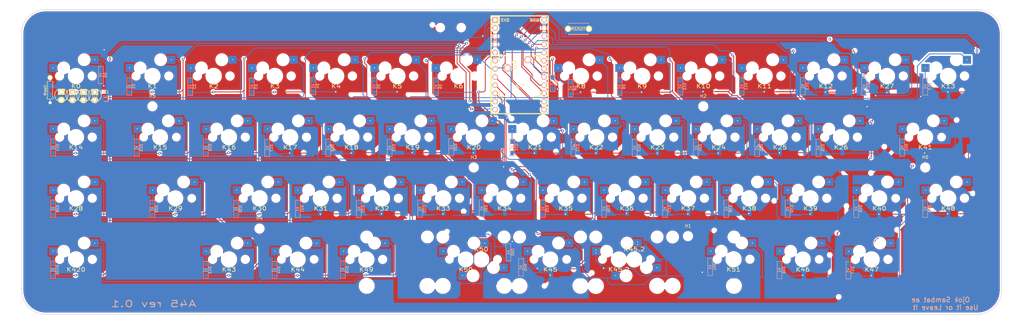
<source format=kicad_pcb>
(kicad_pcb (version 20171130) (host pcbnew "(5.1.10)-1")
  (layers (0 F.Cu signal) (31 B.Cu signal) (34 B.Paste user) (35 F.Paste user) (36 B.SilkS user) (37 F.SilkS user) (38 B.Mask user) (39 F.Mask user) (44 Edge.Cuts user))
  (net 0 "")
  (net 1 /col0)
  (net 2 /col1)
  (net 3 /col2)
  (net 4 /col3)
  (net 5 /col4)
  (net 6 /col5)
  (net 7 /col6)
  (net 8 /col7)
  (net 9 /col8)
  (net 10 /col9)
  (net 11 /col10)
  (net 12 /col11)
  (net 13 /col12)
  (net 14 /col13)
  (net 15 "Net-(D31-Pad1)")
  (net 16 "Net-(D34-Pad1)")
  (net 17 "Net-(D36-Pad1)")
  (net 18 "Net-(D38-Pad1)")
  (net 19 "Net-(D43-Pad1)")
  (net 20 "Net-(D44-Pad1)")
  (net 21 "Net-(D45-Pad1)")
  (net 22 "Net-(D46-Pad1)")
  (net 23 "Net-(D47-Pad1)")
  (net 24 "Net-(D48-Pad1)")
  (net 25 "Net-(D420-Pad1)")
  (net 26 /row0)
  (net 27 /row1)
  (net 28 /row2)
  (net 29 /row3)
  (net 30 GND)
  (net 31 "Net-(D49-Pad1)")
  (net 32 "Net-(D50-Pad1)")
  (net 33 "Net-(D51-Pad1)")
  (net 34 "Net-(D0-Pad1)")
  (net 35 "Net-(D1-Pad1)")
  (net 36 "Net-(D2-Pad1)")
  (net 37 "Net-(D3-Pad1)")
  (net 38 "Net-(D4-Pad1)")
  (net 39 "Net-(D5-Pad1)")
  (net 40 "Net-(D6-Pad1)")
  (net 41 "Net-(D7-Pad1)")
  (net 42 "Net-(D8-Pad1)")
  (net 43 "Net-(D9-Pad1)")
  (net 44 "Net-(D11-Pad1)")
  (net 45 "Net-(D12-Pad1)")
  (net 46 "Net-(D13-Pad1)")
  (net 47 "Net-(D14-Pad1)")
  (net 48 "Net-(D15-Pad1)")
  (net 49 "Net-(D16-Pad1)")
  (net 50 "Net-(D17-Pad1)")
  (net 51 "Net-(D18-Pad1)")
  (net 52 "Net-(D19-Pad1)")
  (net 53 "Net-(D20-Pad1)")
  (net 54 "Net-(D21-Pad1)")
  (net 55 "Net-(D22-Pad1)")
  (net 56 "Net-(D23-Pad1)")
  (net 57 "Net-(D24-Pad1)")
  (net 58 "Net-(D25-Pad1)")
  (net 59 "Net-(D26-Pad1)")
  (net 60 "Net-(D27-Pad1)")
  (net 61 "Net-(D28-Pad1)")
  (net 62 "Net-(D29-Pad1)")
  (net 63 "Net-(D30-Pad1)")
  (net 64 "Net-(D32-Pad1)")
  (net 65 "Net-(D33-Pad1)")
  (net 66 "Net-(D35-Pad1)")
  (net 67 "Net-(D37-Pad1)")
  (net 68 "Net-(D39-Pad1)")
  (net 69 "Net-(D40-Pad1)")
  (net 70 "Net-(D41-Pad1)")
  (net 71 "Net-(D2-Pad2)")
  (net 72 "Net-(D10-Pad1)")
  (net 73 "Net-(D17-Pad2)")
  (net 74 "Net-(D31-Pad2)")
  (net 75 "Net-(K17-Pad1)")
  (net 76 "Net-(K49-Pad1)")
  (net 77 RAW)
  (net 78 "Net-(RSW1-Pad1)")
  (net 79 "Net-(RSW1-Pad2)")
  (net 80 "Net-(Rled1-Pad2)")
  (net 81 "Net-(LED_1-Pad2)")
  (module "kicad footprint:D3_SMD_v2" (layer B.Cu) (at 194.691 110.4235 270)
    (fp_text reference D0 (at -0.0254 -1.4 270) (layer B.SilkS) (effects (font (size 0.8 0.8)) (justify mirror)))
    (fp_text value 1N4148 hide)
    (pad 2 smd rect (at 1.775 0 270) (size 1.4 1) (layers B.Cu B.Paste B.Mask) (net 1 /col0))
    (pad 1 smd rect (at -1.775 0 270) (size 1.4 1) (layers B.Cu B.Paste B.Mask) (net 34 "Net-(D0-Pad1)"))
  )
  (module "kicad footprint:D3_SMD_v2" (layer B.Cu) (at 203.5175 113.9825 270)
    (fp_text reference D1 (at -0.0254 -1.4 270) (layer B.SilkS) (effects (font (size 0.8 0.8)) (justify mirror)))
    (fp_text value 1N4148 hide)
    (pad 2 smd rect (at 1.775 0 270) (size 1.4 1) (layers B.Cu B.Paste B.Mask) (net 2 /col1))
    (pad 1 smd rect (at -1.775 0 270) (size 1.4 1) (layers B.Cu B.Paste B.Mask) (net 35 "Net-(D1-Pad1)"))
  )
  (module "kicad footprint:D3_SMD_v2" (layer B.Cu) (at 222.504 114.046 270)
    (fp_text reference D2 (at -0.0254 -1.4 270) (layer B.SilkS) (effects (font (size 0.8 0.8)) (justify mirror)))
    (fp_text value 1N4148 hide)
    (pad 2 smd rect (at 1.775 0 270) (size 1.4 1) (layers B.Cu B.Paste B.Mask) (net 71 "Net-(D2-Pad2)"))
    (pad 1 smd rect (at -1.775 0 270) (size 1.4 1) (layers B.Cu B.Paste B.Mask) (net 36 "Net-(D2-Pad1)"))
  )
  (module "kicad footprint:D3_SMD_v2" (layer B.Cu) (at 241.6175 114.043 270)
    (fp_text reference D3 (at -0.0254 -1.4 270) (layer B.SilkS) (effects (font (size 0.8 0.8)) (justify mirror)))
    (fp_text value 1N4148 hide)
    (pad 2 smd rect (at 1.775 0 270) (size 1.4 1) (layers B.Cu B.Paste B.Mask) (net 4 /col3))
    (pad 1 smd rect (at -1.775 0 270) (size 1.4 1) (layers B.Cu B.Paste B.Mask) (net 37 "Net-(D3-Pad1)"))
  )
  (module "kicad footprint:D3_SMD_v2" (layer B.Cu) (at 260.7945 113.8555 270)
    (fp_text reference D4 (at -0.0254 -1.4 270) (layer B.SilkS) (effects (font (size 0.8 0.8)) (justify mirror)))
    (fp_text value 1N4148 hide)
    (pad 2 smd rect (at 1.775 0 270) (size 1.4 1) (layers B.Cu B.Paste B.Mask) (net 5 /col4))
    (pad 1 smd rect (at -1.775 0 270) (size 1.4 1) (layers B.Cu B.Paste B.Mask) (net 38 "Net-(D4-Pad1)"))
  )
  (module "kicad footprint:D3_SMD_v2" (layer B.Cu) (at 279.781 113.9825 270)
    (fp_text reference D5 (at -0.0254 -1.4 270) (layer B.SilkS) (effects (font (size 0.8 0.8)) (justify mirror)))
    (fp_text value 1N4148 hide)
    (pad 2 smd rect (at 1.775 0 270) (size 1.4 1) (layers B.Cu B.Paste B.Mask) (net 6 /col5))
    (pad 1 smd rect (at -1.775 0 270) (size 1.4 1) (layers B.Cu B.Paste B.Mask) (net 39 "Net-(D5-Pad1)"))
  )
  (module "kicad footprint:D3_SMD_v2" (layer B.Cu) (at 298.958 114.046 270)
    (fp_text reference D6 (at -0.0254 -1.4 270) (layer B.SilkS) (effects (font (size 0.8 0.8)) (justify mirror)))
    (fp_text value 1N4148 hide)
    (pad 2 smd rect (at 1.775 0 270) (size 1.4 1) (layers B.Cu B.Paste B.Mask) (net 7 /col6))
    (pad 1 smd rect (at -1.775 0 270) (size 1.4 1) (layers B.Cu B.Paste B.Mask) (net 40 "Net-(D6-Pad1)"))
  )
  (module "kicad footprint:D3_SMD_v2" (layer B.Cu) (at 335.28 112.9 270)
    (fp_text reference D7 (at -0.0254 -1.4 270) (layer B.SilkS) (effects (font (size 0.8 0.8)) (justify mirror)))
    (fp_text value 1N4148 hide)
    (pad 2 smd rect (at 1.775 0 270) (size 1.4 1) (layers B.Cu B.Paste B.Mask) (net 8 /col7))
    (pad 1 smd rect (at -1.775 0 270) (size 1.4 1) (layers B.Cu B.Paste B.Mask) (net 41 "Net-(D7-Pad1)"))
  )
  (module "kicad footprint:D3_SMD_v2" (layer B.Cu) (at 340.868 114.4905 270)
    (fp_text reference D8 (at -0.0254 -1.4 270) (layer B.SilkS) (effects (font (size 0.8 0.8)) (justify mirror)))
    (fp_text value 1N4148 hide)
    (pad 2 smd rect (at 1.775 0 270) (size 1.4 1) (layers B.Cu B.Paste B.Mask) (net 9 /col8))
    (pad 1 smd rect (at -1.775 0 270) (size 1.4 1) (layers B.Cu B.Paste B.Mask) (net 42 "Net-(D8-Pad1)"))
  )
  (module "kicad footprint:D3_SMD_v2" (layer B.Cu) (at 356.108 114.046 270)
    (fp_text reference D9 (at -0.0254 -1.4 270) (layer B.SilkS) (effects (font (size 0.8 0.8)) (justify mirror)))
    (fp_text value 1N4148 hide)
    (pad 2 smd rect (at 1.775 0 270) (size 1.4 1) (layers B.Cu B.Paste B.Mask) (net 10 /col9))
    (pad 1 smd rect (at -1.775 0 270) (size 1.4 1) (layers B.Cu B.Paste B.Mask) (net 43 "Net-(D9-Pad1)"))
  )
  (module "kicad footprint:D3_SMD_v2" (layer B.Cu) (at 375.031 113.9825 270)
    (fp_text reference D10 (at -0.0254 -1.4 270) (layer B.SilkS) (effects (font (size 0.8 0.8)) (justify mirror)))
    (fp_text value 1N4148 hide)
    (pad 2 smd rect (at 1.775 0 270) (size 1.4 1) (layers B.Cu B.Paste B.Mask) (net 11 /col10))
    (pad 1 smd rect (at -1.775 0 270) (size 1.4 1) (layers B.Cu B.Paste B.Mask) (net 72 "Net-(D10-Pad1)"))
  )
  (module "kicad footprint:D3_SMD_v2" (layer B.Cu) (at 394.081 113.9825 270)
    (fp_text reference D11 (at -0.0254 -1.4 270) (layer B.SilkS) (effects (font (size 0.8 0.8)) (justify mirror)))
    (fp_text value 1N4148 hide)
    (pad 2 smd rect (at 1.775 0 270) (size 1.4 1) (layers B.Cu B.Paste B.Mask) (net 12 /col11))
    (pad 1 smd rect (at -1.775 0 270) (size 1.4 1) (layers B.Cu B.Paste B.Mask) (net 44 "Net-(D11-Pad1)"))
  )
  (module "kicad footprint:D3_SMD_v2" (layer B.Cu) (at 413.131 113.919 270)
    (fp_text reference D12 (at -0.0254 -1.4 270) (layer B.SilkS) (effects (font (size 0.8 0.8)) (justify mirror)))
    (fp_text value 1N4148 hide)
    (pad 2 smd rect (at 1.775 0 270) (size 1.4 1) (layers B.Cu B.Paste B.Mask) (net 13 /col12))
    (pad 1 smd rect (at -1.775 0 270) (size 1.4 1) (layers B.Cu B.Paste B.Mask) (net 45 "Net-(D12-Pad1)"))
  )
  (module "kicad footprint:D3_SMD_v2" (layer B.Cu) (at 451.231 113.9825 270)
    (fp_text reference D13 (at -0.0254 -1.4 270) (layer B.SilkS) (effects (font (size 0.8 0.8)) (justify mirror)))
    (fp_text value 1N4148 hide)
    (pad 2 smd rect (at 1.775 0 270) (size 1.4 1) (layers B.Cu B.Paste B.Mask) (net 14 /col13))
    (pad 1 smd rect (at -1.775 0 270) (size 1.4 1) (layers B.Cu B.Paste B.Mask) (net 46 "Net-(D13-Pad1)"))
  )
  (module "kicad footprint:D3_SMD_v2" (layer B.Cu) (at 179.832 133.0325 270)
    (fp_text reference D14 (at -0.0254 -1.4 270) (layer B.SilkS) (effects (font (size 0.8 0.8)) (justify mirror)))
    (fp_text value 1N4148 hide)
    (pad 2 smd rect (at 1.775 0 270) (size 1.4 1) (layers B.Cu B.Paste B.Mask) (net 1 /col0))
    (pad 1 smd rect (at -1.775 0 270) (size 1.4 1) (layers B.Cu B.Paste B.Mask) (net 47 "Net-(D14-Pad1)"))
  )
  (module "kicad footprint:D3_SMD_v2" (layer B.Cu) (at 205.867 133.096 270)
    (fp_text reference D15 (at -0.0254 -1.4 270) (layer B.SilkS) (effects (font (size 0.8 0.8)) (justify mirror)))
    (fp_text value 1N4148 hide)
    (pad 2 smd rect (at 1.775 0 270) (size 1.4 1) (layers B.Cu B.Paste B.Mask) (net 2 /col1))
    (pad 1 smd rect (at -1.775 0 270) (size 1.4 1) (layers B.Cu B.Paste B.Mask) (net 48 "Net-(D15-Pad1)"))
  )
  (module "kicad footprint:D3_SMD_v2" (layer B.Cu) (at 227.33 133.0325 270)
    (fp_text reference D16 (at -0.0254 -1.4 270) (layer B.SilkS) (effects (font (size 0.8 0.8)) (justify mirror)))
    (fp_text value 1N4148 hide)
    (pad 2 smd rect (at 1.775 0 270) (size 1.4 1) (layers B.Cu B.Paste B.Mask) (net 3 /col2))
    (pad 1 smd rect (at -1.775 0 270) (size 1.4 1) (layers B.Cu B.Paste B.Mask) (net 49 "Net-(D16-Pad1)"))
  )
  (module "kicad footprint:D3_SMD_v2" (layer B.Cu) (at 246.4435 133.1595 270)
    (fp_text reference D17 (at -0.0254 -1.4 270) (layer B.SilkS) (effects (font (size 0.8 0.8)) (justify mirror)))
    (fp_text value 1N4148 hide)
    (pad 2 smd rect (at 1.775 0 270) (size 1.4 1) (layers B.Cu B.Paste B.Mask) (net 73 "Net-(D17-Pad2)"))
    (pad 1 smd rect (at -1.775 0 270) (size 1.4 1) (layers B.Cu B.Paste B.Mask) (net 50 "Net-(D17-Pad1)"))
  )
  (module "kicad footprint:D3_SMD_v2" (layer B.Cu) (at 265.43 133.096 270)
    (fp_text reference D18 (at -0.0254 -1.4 270) (layer B.SilkS) (effects (font (size 0.8 0.8)) (justify mirror)))
    (fp_text value 1N4148 hide)
    (pad 2 smd rect (at 1.775 0 270) (size 1.4 1) (layers B.Cu B.Paste B.Mask) (net 5 /col4))
    (pad 1 smd rect (at -1.775 0 270) (size 1.4 1) (layers B.Cu B.Paste B.Mask) (net 51 "Net-(D18-Pad1)"))
  )
  (module "kicad footprint:D3_SMD_v2" (layer B.Cu) (at 284.5435 133.096 270)
    (fp_text reference D19 (at -0.0254 -1.4 270) (layer B.SilkS) (effects (font (size 0.8 0.8)) (justify mirror)))
    (fp_text value 1N4148 hide)
    (pad 2 smd rect (at 1.775 0 270) (size 1.4 1) (layers B.Cu B.Paste B.Mask) (net 6 /col5))
    (pad 1 smd rect (at -1.775 0 270) (size 1.4 1) (layers B.Cu B.Paste B.Mask) (net 52 "Net-(D19-Pad1)"))
  )
  (module "kicad footprint:D3_SMD_v2" (layer B.Cu) (at 303.7205 132.9055 270)
    (fp_text reference D20 (at -0.0254 -1.4 270) (layer B.SilkS) (effects (font (size 0.8 0.8)) (justify mirror)))
    (fp_text value 1N4148 hide)
    (pad 2 smd rect (at 1.775 0 270) (size 1.4 1) (layers B.Cu B.Paste B.Mask) (net 7 /col6))
    (pad 1 smd rect (at -1.775 0 270) (size 1.4 1) (layers B.Cu B.Paste B.Mask) (net 53 "Net-(D20-Pad1)"))
  )
  (module "kicad footprint:D3_SMD_v2" (layer B.Cu) (at 322.6435 132.969 270)
    (fp_text reference D21 (at -0.0254 -1.4 270) (layer B.SilkS) (effects (font (size 0.8 0.8)) (justify mirror)))
    (fp_text value 1N4148 hide)
    (pad 2 smd rect (at 1.775 0 270) (size 1.4 1) (layers B.Cu B.Paste B.Mask) (net 8 /col7))
    (pad 1 smd rect (at -1.775 0 270) (size 1.4 1) (layers B.Cu B.Paste B.Mask) (net 54 "Net-(D21-Pad1)"))
  )
  (module "kicad footprint:D3_SMD_v2" (layer B.Cu) (at 341.757 133.096 270)
    (fp_text reference D22 (at -0.0254 -1.4 270) (layer B.SilkS) (effects (font (size 0.8 0.8)) (justify mirror)))
    (fp_text value 1N4148 hide)
    (pad 2 smd rect (at 1.775 0 270) (size 1.4 1) (layers B.Cu B.Paste B.Mask) (net 9 /col8))
    (pad 1 smd rect (at -1.775 0 270) (size 1.4 1) (layers B.Cu B.Paste B.Mask) (net 55 "Net-(D22-Pad1)"))
  )
  (module "kicad footprint:D3_SMD_v2" (layer B.Cu) (at 360.807 133.096 270)
    (fp_text reference D23 (at -0.0254 -1.4 270) (layer B.SilkS) (effects (font (size 0.8 0.8)) (justify mirror)))
    (fp_text value 1N4148 hide)
    (pad 2 smd rect (at 1.775 0 270) (size 1.4 1) (layers B.Cu B.Paste B.Mask) (net 10 /col9))
    (pad 1 smd rect (at -1.775 0 270) (size 1.4 1) (layers B.Cu B.Paste B.Mask) (net 56 "Net-(D23-Pad1)"))
  )
  (module "kicad footprint:D3_SMD_v2" (layer B.Cu) (at 379.857 133.096 270)
    (fp_text reference D24 (at -0.0254 -1.4 270) (layer B.SilkS) (effects (font (size 0.8 0.8)) (justify mirror)))
    (fp_text value 1N4148 hide)
    (pad 2 smd rect (at 1.775 0 270) (size 1.4 1) (layers B.Cu B.Paste B.Mask) (net 11 /col10))
    (pad 1 smd rect (at -1.775 0 270) (size 1.4 1) (layers B.Cu B.Paste B.Mask) (net 57 "Net-(D24-Pad1)"))
  )
  (module "kicad footprint:D3_SMD_v2" (layer B.Cu) (at 398.907 133.096 270)
    (fp_text reference D25 (at -0.0254 -1.4 270) (layer B.SilkS) (effects (font (size 0.8 0.8)) (justify mirror)))
    (fp_text value 1N4148 hide)
    (pad 2 smd rect (at 1.775 0 270) (size 1.4 1) (layers B.Cu B.Paste B.Mask) (net 12 /col11))
    (pad 1 smd rect (at -1.775 0 270) (size 1.4 1) (layers B.Cu B.Paste B.Mask) (net 58 "Net-(D25-Pad1)"))
  )
  (module "kicad footprint:D3_SMD_v2" (layer B.Cu) (at 418.0205 133.096 270)
    (fp_text reference D26 (at -0.0254 -1.4 270) (layer B.SilkS) (effects (font (size 0.8 0.8)) (justify mirror)))
    (fp_text value 1N4148 hide)
    (pad 2 smd rect (at 1.775 0 270) (size 1.4 1) (layers B.Cu B.Paste B.Mask) (net 13 /col12))
    (pad 1 smd rect (at -1.775 0 270) (size 1.4 1) (layers B.Cu B.Paste B.Mask) (net 59 "Net-(D26-Pad1)"))
  )
  (module "kicad footprint:D3_SMD_v2" (layer B.Cu) (at 432.181 114.046 270)
    (fp_text reference D27 (at -0.0254 -1.4 270) (layer B.SilkS) (effects (font (size 0.8 0.8)) (justify mirror)))
    (fp_text value 1N4148 hide)
    (pad 2 smd rect (at 1.775 0 270) (size 1.4 1) (layers B.Cu B.Paste B.Mask) (net 14 /col13))
    (pad 1 smd rect (at -1.775 0 270) (size 1.4 1) (layers B.Cu B.Paste B.Mask) (net 60 "Net-(D27-Pad1)"))
  )
  (module "kicad footprint:D3_SMD_v2" (layer B.Cu) (at 179.832 152.0825 270)
    (fp_text reference D28 (at -0.0254 -1.4 270) (layer B.SilkS) (effects (font (size 0.8 0.8)) (justify mirror)))
    (fp_text value 1N4148 hide)
    (pad 2 smd rect (at 1.775 0 270) (size 1.4 1) (layers B.Cu B.Paste B.Mask) (net 1 /col0))
    (pad 1 smd rect (at -1.775 0 270) (size 1.4 1) (layers B.Cu B.Paste B.Mask) (net 61 "Net-(D28-Pad1)"))
  )
  (module "kicad footprint:D3_SMD_v2" (layer B.Cu) (at 210.693 152.146 270)
    (fp_text reference D29 (at -0.0254 -1.4 270) (layer B.SilkS) (effects (font (size 0.8 0.8)) (justify mirror)))
    (fp_text value 1N4148 hide)
    (pad 2 smd rect (at 1.775 0 270) (size 1.4 1) (layers B.Cu B.Paste B.Mask) (net 2 /col1))
    (pad 1 smd rect (at -1.775 0 270) (size 1.4 1) (layers B.Cu B.Paste B.Mask) (net 62 "Net-(D29-Pad1)"))
  )
  (module "kicad footprint:D3_SMD_v2" (layer B.Cu) (at 236.7915 152.146 270)
    (fp_text reference D30 (at -0.0254 -1.4 270) (layer B.SilkS) (effects (font (size 0.8 0.8)) (justify mirror)))
    (fp_text value 1N4148 hide)
    (pad 2 smd rect (at 1.775 0 270) (size 1.4 1) (layers B.Cu B.Paste B.Mask) (net 3 /col2))
    (pad 1 smd rect (at -1.775 0 270) (size 1.4 1) (layers B.Cu B.Paste B.Mask) (net 63 "Net-(D30-Pad1)"))
  )
  (module "kicad footprint:D3_SMD_v2" (layer B.Cu) (at 255.9685 152.146 270)
    (fp_text reference D31 (at -0.0254 -1.4 270) (layer B.SilkS) (effects (font (size 0.8 0.8)) (justify mirror)))
    (fp_text value 1N4148 hide)
    (pad 2 smd rect (at 1.775 0 270) (size 1.4 1) (layers B.Cu B.Paste B.Mask) (net 74 "Net-(D31-Pad2)"))
    (pad 1 smd rect (at -1.775 0 270) (size 1.4 1) (layers B.Cu B.Paste B.Mask) (net 15 "Net-(D31-Pad1)"))
  )
  (module "kicad footprint:D3_SMD_v2" (layer B.Cu) (at 274.955 152.146 270)
    (fp_text reference D32 (at -0.0254 -1.4 270) (layer B.SilkS) (effects (font (size 0.8 0.8)) (justify mirror)))
    (fp_text value 1N4148 hide)
    (pad 2 smd rect (at 1.775 0 270) (size 1.4 1) (layers B.Cu B.Paste B.Mask) (net 5 /col4))
    (pad 1 smd rect (at -1.775 0 270) (size 1.4 1) (layers B.Cu B.Paste B.Mask) (net 64 "Net-(D32-Pad1)"))
  )
  (module "kicad footprint:D3_SMD_v2" (layer B.Cu) (at 294.0685 152.0825 270)
    (fp_text reference D33 (at -0.0254 -1.4 270) (layer B.SilkS) (effects (font (size 0.8 0.8)) (justify mirror)))
    (fp_text value 1N4148 hide)
    (pad 2 smd rect (at 1.775 0 270) (size 1.4 1) (layers B.Cu B.Paste B.Mask) (net 6 /col5))
    (pad 1 smd rect (at -1.775 0 270) (size 1.4 1) (layers B.Cu B.Paste B.Mask) (net 65 "Net-(D33-Pad1)"))
  )
  (module "kicad footprint:D3_SMD_v2" (layer B.Cu) (at 313.182 152.019 270)
    (fp_text reference D34 (at -0.0254 -1.4 270) (layer B.SilkS) (effects (font (size 0.8 0.8)) (justify mirror)))
    (fp_text value 1N4148 hide)
    (pad 2 smd rect (at 1.775 0 270) (size 1.4 1) (layers B.Cu B.Paste B.Mask) (net 7 /col6))
    (pad 1 smd rect (at -1.775 0 270) (size 1.4 1) (layers B.Cu B.Paste B.Mask) (net 16 "Net-(D34-Pad1)"))
  )
  (module "kicad footprint:D3_SMD_v2" (layer B.Cu) (at 332.232 152.0825 270)
    (fp_text reference D35 (at -0.0254 -1.4 270) (layer B.SilkS) (effects (font (size 0.8 0.8)) (justify mirror)))
    (fp_text value 1N4148 hide)
    (pad 2 smd rect (at 1.775 0 270) (size 1.4 1) (layers B.Cu B.Paste B.Mask) (net 8 /col7))
    (pad 1 smd rect (at -1.775 0 270) (size 1.4 1) (layers B.Cu B.Paste B.Mask) (net 66 "Net-(D35-Pad1)"))
  )
  (module "kicad footprint:D3_SMD_v2" (layer B.Cu) (at 351.282 152.0795 270)
    (fp_text reference D36 (at -0.0254 -1.4 270) (layer B.SilkS) (effects (font (size 0.8 0.8)) (justify mirror)))
    (fp_text value 1N4148 hide)
    (pad 2 smd rect (at 1.775 0 270) (size 1.4 1) (layers B.Cu B.Paste B.Mask) (net 9 /col8))
    (pad 1 smd rect (at -1.775 0 270) (size 1.4 1) (layers B.Cu B.Paste B.Mask) (net 17 "Net-(D36-Pad1)"))
  )
  (module "kicad footprint:D3_SMD_v2" (layer B.Cu) (at 370.2685 152.0825 270)
    (fp_text reference D37 (at -0.0254 -1.4 270) (layer B.SilkS) (effects (font (size 0.8 0.8)) (justify mirror)))
    (fp_text value 1N4148 hide)
    (pad 2 smd rect (at 1.775 0 270) (size 1.4 1) (layers B.Cu B.Paste B.Mask) (net 10 /col9))
    (pad 1 smd rect (at -1.775 0 270) (size 1.4 1) (layers B.Cu B.Paste B.Mask) (net 67 "Net-(D37-Pad1)"))
  )
  (module "kicad footprint:D3_SMD_v2" (layer B.Cu) (at 389.3185 152.0825 270)
    (fp_text reference D38 (at -0.0254 -1.4 270) (layer B.SilkS) (effects (font (size 0.8 0.8)) (justify mirror)))
    (fp_text value 1N4148 hide)
    (pad 2 smd rect (at 1.775 0 270) (size 1.4 1) (layers B.Cu B.Paste B.Mask) (net 11 /col10))
    (pad 1 smd rect (at -1.775 0 270) (size 1.4 1) (layers B.Cu B.Paste B.Mask) (net 18 "Net-(D38-Pad1)"))
  )
  (module "kicad footprint:D3_SMD_v2" (layer B.Cu) (at 408.432 152.0825 270)
    (fp_text reference D39 (at -0.0254 -1.4 270) (layer B.SilkS) (effects (font (size 0.8 0.8)) (justify mirror)))
    (fp_text value 1N4148 hide)
    (pad 2 smd rect (at 1.775 0 270) (size 1.4 1) (layers B.Cu B.Paste B.Mask) (net 12 /col11))
    (pad 1 smd rect (at -1.775 0 270) (size 1.4 1) (layers B.Cu B.Paste B.Mask) (net 68 "Net-(D39-Pad1)"))
  )
  (module "kicad footprint:D3_SMD_v2" (layer B.Cu) (at 429.768 152.0825 270)
    (fp_text reference D40 (at -0.0254 -1.4 270) (layer B.SilkS) (effects (font (size 0.8 0.8)) (justify mirror)))
    (fp_text value 1N4148 hide)
    (pad 2 smd rect (at 1.775 0 270) (size 1.4 1) (layers B.Cu B.Paste B.Mask) (net 13 /col12))
    (pad 1 smd rect (at -1.775 0 270) (size 1.4 1) (layers B.Cu B.Paste B.Mask) (net 69 "Net-(D40-Pad1)"))
  )
  (module "kicad footprint:D3_SMD_v2" (layer B.Cu) (at 444.0555 133.0325 270)
    (fp_text reference D41 (at -0.0254 -1.4 270) (layer B.SilkS) (effects (font (size 0.8 0.8)) (justify mirror)))
    (fp_text value 1N4148 hide)
    (pad 2 smd rect (at 1.775 0 270) (size 1.4 1) (layers B.Cu B.Paste B.Mask) (net 14 /col13))
    (pad 1 smd rect (at -1.775 0 270) (size 1.4 1) (layers B.Cu B.Paste B.Mask) (net 70 "Net-(D41-Pad1)"))
  )
  (module "kicad footprint:D3_SMD_v2" (layer B.Cu) (at 227.33 171.196 270)
    (fp_text reference D43 (at -0.0254 -1.4 270) (layer B.SilkS) (effects (font (size 0.8 0.8)) (justify mirror)))
    (fp_text value 1N4148 hide)
    (pad 2 smd rect (at 1.775 0 270) (size 1.4 1) (layers B.Cu B.Paste B.Mask) (net 2 /col1))
    (pad 1 smd rect (at -1.775 0 270) (size 1.4 1) (layers B.Cu B.Paste B.Mask) (net 19 "Net-(D43-Pad1)"))
  )
  (module "kicad footprint:D3_SMD_v2" (layer B.Cu) (at 248.7295 171.196 270)
    (fp_text reference D44 (at -0.0254 -1.4 270) (layer B.SilkS) (effects (font (size 0.8 0.8)) (justify mirror)))
    (fp_text value 1N4148 hide)
    (pad 2 smd rect (at 1.775 0 270) (size 1.4 1) (layers B.Cu B.Paste B.Mask) (net 3 /col2))
    (pad 1 smd rect (at -1.775 0 270) (size 1.4 1) (layers B.Cu B.Paste B.Mask) (net 20 "Net-(D44-Pad1)"))
  )
  (module "kicad footprint:D3_SMD_v2" (layer B.Cu) (at 325.4375 170.3705 270)
    (fp_text reference D45 (at -0.0254 -1.4 270) (layer B.SilkS) (effects (font (size 0.8 0.8)) (justify mirror)))
    (fp_text value 1N4148 hide)
    (pad 2 smd rect (at 1.775 0 270) (size 1.4 1) (layers B.Cu B.Paste B.Mask) (net 8 /col7))
    (pad 1 smd rect (at -1.775 0 270) (size 1.4 1) (layers B.Cu B.Paste B.Mask) (net 21 "Net-(D45-Pad1)"))
  )
  (module "kicad footprint:D3_SMD_v2" (layer B.Cu) (at 405.892 171.196 270)
    (fp_text reference D46 (at -0.0254 -1.4 270) (layer B.SilkS) (effects (font (size 0.8 0.8)) (justify mirror)))
    (fp_text value 1N4148 hide)
    (pad 2 smd rect (at 1.775 0 270) (size 1.4 1) (layers B.Cu B.Paste B.Mask) (net 12 /col11))
    (pad 1 smd rect (at -1.775 0 270) (size 1.4 1) (layers B.Cu B.Paste B.Mask) (net 22 "Net-(D46-Pad1)"))
  )
  (module "kicad footprint:D3_SMD_v2" (layer B.Cu) (at 427.355 171.2595 270)
    (fp_text reference D47 (at -0.0254 -1.4 270) (layer B.SilkS) (effects (font (size 0.8 0.8)) (justify mirror)))
    (fp_text value 1N4148 hide)
    (pad 2 smd rect (at 1.775 0 270) (size 1.4 1) (layers B.Cu B.Paste B.Mask) (net 13 /col12))
    (pad 1 smd rect (at -1.775 0 270) (size 1.4 1) (layers B.Cu B.Paste B.Mask) (net 23 "Net-(D47-Pad1)"))
  )
  (module "kicad footprint:D3_SMD_v2" (layer B.Cu) (at 451.231 152.0825 270)
    (fp_text reference D48 (at -0.0254 -1.4 270) (layer B.SilkS) (effects (font (size 0.8 0.8)) (justify mirror)))
    (fp_text value 1N4148 hide)
    (pad 2 smd rect (at 1.775 0 270) (size 1.4 1) (layers B.Cu B.Paste B.Mask) (net 14 /col13))
    (pad 1 smd rect (at -1.775 0 270) (size 1.4 1) (layers B.Cu B.Paste B.Mask) (net 24 "Net-(D48-Pad1)"))
  )
  (module "kicad footprint:D3_SMD_v2" (layer B.Cu) (at 270.002 171.069 270)
    (fp_text reference D49 (at -0.0254 -1.4 90) (layer B.SilkS) (effects (font (size 0.8 0.8)) (justify mirror)))
    (fp_text value 1N4148 hide)
    (pad 2 smd rect (at 1.775 0 270) (size 1.4 1) (layers B.Cu B.Paste B.Mask) (net 5 /col4))
    (pad 1 smd rect (at -1.775 0 270) (size 1.4 1) (layers B.Cu B.Paste B.Mask) (net 31 "Net-(D49-Pad1)"))
  )
  (module "kicad footprint:D3_SMD_v2" (layer B.Cu) (at 321.5005 165.6685 270)
    (fp_text reference D50 (at -0.0254 -1.4 270) (layer B.SilkS) (effects (font (size 0.8 0.8)) (justify mirror)))
    (fp_text value 1N4148 hide)
    (pad 2 smd rect (at 1.775 0 270) (size 1.4 1) (layers B.Cu B.Paste B.Mask) (net 6 /col5))
    (pad 1 smd rect (at -1.775 0 270) (size 1.4 1) (layers B.Cu B.Paste B.Mask) (net 32 "Net-(D50-Pad1)"))
  )
  (module "kicad footprint:D3_SMD_v2" (layer B.Cu) (at 384.302 170.2435 270)
    (fp_text reference D51 (at -0.0254 -1.4 270) (layer B.SilkS) (effects (font (size 0.8 0.8)) (justify mirror)))
    (fp_text value 1N4148 hide)
    (pad 2 smd rect (at 1.775 0 270) (size 1.4 1) (layers B.Cu B.Paste B.Mask) (net 10 /col9))
    (pad 1 smd rect (at -1.775 0 270) (size 1.4 1) (layers B.Cu B.Paste B.Mask) (net 33 "Net-(D51-Pad1)"))
  )
  (module "kicad footprint:D3_SMD_v2" (layer B.Cu) (at 179.7685 171.1325 270)
    (fp_text reference D420 (at -0.0254 -1.4 270) (layer B.SilkS) (effects (font (size 0.8 0.8)) (justify mirror)))
    (fp_text value 1N4148 hide)
    (pad 2 smd rect (at 1.775 0 270) (size 1.4 1) (layers B.Cu B.Paste B.Mask) (net 1 /col0))
    (pad 1 smd rect (at -1.775 0 270) (size 1.4 1) (layers B.Cu B.Paste B.Mask) (net 25 "Net-(D420-Pad1)"))
  )
  (module "keebio parts:LED_3mm" (layer F.Cu) (at 192.786 116.967 90)
    (fp_text reference LED_4 hide)
    (fp_text value LED (at 0 3.556 90) (layer B.SilkS) (effects (font (size 1.27 1.524) (thickness 0.2032))))
    (pad 2 thru_hole rect (at 1.27 0 90) (size 1.905 2.159) (drill 0.9906) (layers *.Cu F.Paste F.SilkS F.Mask) (net 81 "Net-(LED_1-Pad2)"))
    (pad 1 thru_hole oval (at -1.27 0 90) (size 1.905 2.159) (drill 0.9906) (layers *.Cu F.Paste F.SilkS F.Mask) (net 30 GND))
  )
  (module "keebio parts:LED_3mm" (layer F.Cu) (at 189.2935 116.967 90)
    (fp_text reference LED_3 hide)
    (fp_text value LED (at 0 3.556 90) (layer B.SilkS) (effects (font (size 1.27 1.524) (thickness 0.2032))))
    (pad 2 thru_hole rect (at 1.27 0 90) (size 1.905 2.159) (drill 0.9906) (layers *.Cu F.Paste F.SilkS F.Mask) (net 81 "Net-(LED_1-Pad2)"))
    (pad 1 thru_hole oval (at -1.27 0 90) (size 1.905 2.159) (drill 0.9906) (layers *.Cu F.Paste F.SilkS F.Mask) (net 30 GND))
  )
  (module "keebio parts:LED_3mm" (layer F.Cu) (at 185.8645 116.967 90)
    (fp_text reference LED_2 hide)
    (fp_text value LED (at 0 3.556 90) (layer B.SilkS) (effects (font (size 1.27 1.524) (thickness 0.2032))))
    (pad 2 thru_hole rect (at 1.27 0 90) (size 1.905 2.159) (drill 0.9906) (layers *.Cu F.Paste F.SilkS F.Mask) (net 81 "Net-(LED_1-Pad2)"))
    (pad 1 thru_hole oval (at -1.27 0 90) (size 1.905 2.159) (drill 0.9906) (layers *.Cu F.Paste F.SilkS F.Mask) (net 30 GND))
  )
  (module Keebio-Parts:Resistor-Hybrid (layer F.Cu) (at 178.8795 115.1255 270)
    (fp_text reference Rled1 (at -0.0254 1.5 90) (layer F.SilkS) (effects (font (size 0.8 0.8))))
    (fp_text value R hide)
    (pad 1 smd rect (at 2.5 0 270) (size 2.9 0.5) (layers F.Cu) (net 81 "Net-(LED_1-Pad2)"))
    (pad 2 smd rect (at -2.5 0 270) (size 2.9 0.5) (layers F.Cu) (net 80 "Net-(Rled1-Pad2)"))
    (pad 1 thru_hole circle (at 3.9 0 270) (size 1.6 1.6) (drill 1) (layers *.Cu *.Mask) (net 81 "Net-(LED_1-Pad2)"))
    (pad 2 thru_hole circle (at -3.9 0 270) (size 1.6 1.6) (drill 1) (layers *.Cu *.Mask F.SilkS) (net 80 "Net-(Rled1-Pad2)"))
    (pad 2 smd rect (at -1.35 0 270) (size 1.5 1.2) (layers F.Cu F.Paste F.Mask) (net 80 "Net-(Rled1-Pad2)"))
    (pad 1 smd rect (at 1.35 0 270) (size 1.5 1.2) (layers F.Cu F.Paste F.Mask) (net 81 "Net-(LED_1-Pad2)"))
    (pad 1 smd rect (at 2.5 0 270) (size 2.9 0.5) (layers B.Cu) (net 81 "Net-(LED_1-Pad2)"))
    (pad 1 smd rect (at 1.35 0 270) (size 1.5 1.2) (layers B.Cu B.Paste B.Mask) (net 81 "Net-(LED_1-Pad2)"))
    (pad 2 smd rect (at -1.35 0 270) (size 1.5 1.2) (layers B.Cu B.Paste B.Mask) (net 80 "Net-(Rled1-Pad2)"))
    (pad 2 smd rect (at -2.5 0 270) (size 2.9 0.5) (layers B.Cu) (net 80 "Net-(Rled1-Pad2)"))
  )
  (module "keebio parts:LED_3mm" (layer F.Cu) (at 182.372 116.9035 90)
    (fp_text reference LED_1 hide)
    (fp_text value LED (at 0 3.556 90) (layer B.SilkS) (effects (font (size 1.27 1.524) (thickness 0.2032))))
    (pad 2 thru_hole rect (at 1.27 0 90) (size 1.905 2.159) (drill 0.9906) (layers *.Cu F.Paste F.SilkS F.Mask) (net 81 "Net-(LED_1-Pad2)"))
    (pad 1 thru_hole oval (at -1.27 0 90) (size 1.905 2.159) (drill 0.9906) (layers *.Cu F.Paste F.SilkS F.Mask) (net 30 GND))
  )
  (module "footprint lainntya:CherryMX_Hotswap_modku" (layer F.Cu) (at 186.928125 110.728125)
    (fp_text reference K0 (at 0 3.175) (layer F.SilkS) (effects (font (size 1.27 1.524) (thickness 0.2032))))
    (fp_text value KEYSW hide)
    (pad 1 thru_hole circle (at -7.085 -2.54) (size 0.6 0.6) (drill 0.3) (layers *.Cu *.Mask) (net 34 "Net-(D0-Pad1)"))
    (pad 2 thru_hole circle (at 5.842 -5.08) (size 0.6 0.6) (drill 0.3) (layers *.Cu *.Mask) (net 26 /row0))
    (pad "" np_thru_hole circle (at 2.54 -5.08) (size 3 3) (drill 3) (layers *.Cu *.Mask))
    (pad "" np_thru_hole circle (at -3.81 -2.54) (size 3 3) (drill 3) (layers *.Cu *.Mask))
    (pad 2 smd rect (at 5.842 -5.08 180) (size 2.55 2.5) (layers B.Cu B.Paste B.Mask) (net 26 /row0))
    (pad "" np_thru_hole circle (at -5.08 0) (size 1.9 1.9) (drill 1.9) (layers *.Cu *.Mask))
    (pad "" np_thru_hole circle (at 5.08 0) (size 1.9 1.9) (drill 1.9) (layers *.Cu *.Mask))
    (pad "" np_thru_hole circle (at 0 0 90) (size 4.1 4.1) (drill 4.1) (layers *.Cu *.Mask))
    (pad 1 smd rect (at -7.085 -2.54 180) (size 2.55 2.5) (layers B.Cu B.Paste B.Mask) (net 34 "Net-(D0-Pad1)"))
  )
  (module "footprint lainntya:CherryMX_Hotswap_modku" (layer F.Cu) (at 434.57776 167.877984)
    (fp_text reference K47 (at 0 3.175) (layer F.SilkS) (effects (font (size 1.27 1.524) (thickness 0.2032))))
    (fp_text value KEYSW hide)
    (pad 1 thru_hole circle (at -7.085 -2.54) (size 0.6 0.6) (drill 0.3) (layers *.Cu *.Mask) (net 23 "Net-(D47-Pad1)"))
    (pad 2 thru_hole circle (at 5.842 -5.08) (size 0.6 0.6) (drill 0.3) (layers *.Cu *.Mask) (net 29 /row3))
    (pad "" np_thru_hole circle (at 2.54 -5.08) (size 3 3) (drill 3) (layers *.Cu *.Mask))
    (pad "" np_thru_hole circle (at -3.81 -2.54) (size 3 3) (drill 3) (layers *.Cu *.Mask))
    (pad 2 smd rect (at 5.842 -5.08 180) (size 2.55 2.5) (layers B.Cu B.Paste B.Mask) (net 29 /row3))
    (pad "" np_thru_hole circle (at -5.08 0) (size 1.9 1.9) (drill 1.9) (layers *.Cu *.Mask))
    (pad "" np_thru_hole circle (at 5.08 0) (size 1.9 1.9) (drill 1.9) (layers *.Cu *.Mask))
    (pad "" np_thru_hole circle (at 0 0 90) (size 4.1 4.1) (drill 4.1) (layers *.Cu *.Mask))
    (pad 1 smd rect (at -7.085 -2.54 180) (size 2.55 2.5) (layers B.Cu B.Paste B.Mask) (net 23 "Net-(D47-Pad1)"))
  )
  (module "footprint lainntya:CherryMX_Hotswap_modku" (layer F.Cu) (at 391.5918 167.8432)
    (fp_text reference K51 (at 0 3.175) (layer F.SilkS) (effects (font (size 1.27 1.524) (thickness 0.2032))))
    (fp_text value KEYSW hide)
    (pad 1 thru_hole circle (at -7.085 -2.54) (size 0.6 0.6) (drill 0.3) (layers *.Cu *.Mask) (net 33 "Net-(D51-Pad1)"))
    (pad 2 thru_hole circle (at 5.842 -5.08) (size 0.6 0.6) (drill 0.3) (layers *.Cu *.Mask) (net 29 /row3))
    (pad "" np_thru_hole circle (at 2.54 -5.08) (size 3 3) (drill 3) (layers *.Cu *.Mask))
    (pad "" np_thru_hole circle (at -3.81 -2.54) (size 3 3) (drill 3) (layers *.Cu *.Mask))
    (pad 2 smd rect (at 5.842 -5.08 180) (size 2.55 2.5) (layers B.Cu B.Paste B.Mask) (net 29 /row3))
    (pad "" np_thru_hole circle (at -5.08 0) (size 1.9 1.9) (drill 1.9) (layers *.Cu *.Mask))
    (pad "" np_thru_hole circle (at 5.08 0) (size 1.9 1.9) (drill 1.9) (layers *.Cu *.Mask))
    (pad "" np_thru_hole circle (at 0 0 90) (size 4.1 4.1) (drill 4.1) (layers *.Cu *.Mask))
    (pad 1 smd rect (at -7.085 -2.54 180) (size 2.55 2.5) (layers B.Cu B.Paste B.Mask) (net 33 "Net-(D51-Pad1)"))
  )
  (module "footprint lainntya:CherryMX_Hotswap_modku" (layer F.Cu) (at 277.3045 167.894)
    (fp_text reference K49 (at 0 3.175) (layer F.SilkS) (effects (font (size 1.27 1.524) (thickness 0.2032))))
    (fp_text value KEYSW hide)
    (pad 1 thru_hole circle (at -7.085 -2.54) (size 0.6 0.6) (drill 0.3) (layers *.Cu *.Mask) (net 76 "Net-(K49-Pad1)"))
    (pad 2 thru_hole circle (at 5.842 -5.08) (size 0.6 0.6) (drill 0.3) (layers *.Cu *.Mask) (net 29 /row3))
    (pad "" np_thru_hole circle (at 2.54 -5.08) (size 3 3) (drill 3) (layers *.Cu *.Mask))
    (pad "" np_thru_hole circle (at -3.81 -2.54) (size 3 3) (drill 3) (layers *.Cu *.Mask))
    (pad 2 smd rect (at 5.842 -5.08 180) (size 2.55 2.5) (layers B.Cu B.Paste B.Mask) (net 29 /row3))
    (pad "" np_thru_hole circle (at -5.08 0) (size 1.9 1.9) (drill 1.9) (layers *.Cu *.Mask))
    (pad "" np_thru_hole circle (at 5.08 0) (size 1.9 1.9) (drill 1.9) (layers *.Cu *.Mask))
    (pad "" np_thru_hole circle (at 0 0 90) (size 4.1 4.1) (drill 4.1) (layers *.Cu *.Mask))
    (pad 1 smd rect (at -7.085 -2.54 180) (size 2.55 2.5) (layers B.Cu B.Paste B.Mask) (net 76 "Net-(K49-Pad1)"))
  )
  (module "footprint lainntya:CherryMX_Hotswap_modku" (layer F.Cu) (at 377.427808 148.828)
    (fp_text reference K37 (at 0 3.175) (layer F.SilkS) (effects (font (size 1.27 1.524) (thickness 0.2032))))
    (fp_text value KEYSW hide)
    (pad 1 thru_hole circle (at -7.085 -2.54) (size 0.6 0.6) (drill 0.3) (layers *.Cu *.Mask) (net 67 "Net-(D37-Pad1)"))
    (pad 2 thru_hole circle (at 5.842 -5.08) (size 0.6 0.6) (drill 0.3) (layers *.Cu *.Mask) (net 28 /row2))
    (pad "" np_thru_hole circle (at 2.54 -5.08) (size 3 3) (drill 3) (layers *.Cu *.Mask))
    (pad "" np_thru_hole circle (at -3.81 -2.54) (size 3 3) (drill 3) (layers *.Cu *.Mask))
    (pad 2 smd rect (at 5.842 -5.08 180) (size 2.55 2.5) (layers B.Cu B.Paste B.Mask) (net 28 /row2))
    (pad "" np_thru_hole circle (at -5.08 0) (size 1.9 1.9) (drill 1.9) (layers *.Cu *.Mask))
    (pad "" np_thru_hole circle (at 5.08 0) (size 1.9 1.9) (drill 1.9) (layers *.Cu *.Mask))
    (pad "" np_thru_hole circle (at 0 0 90) (size 4.1 4.1) (drill 4.1) (layers *.Cu *.Mask))
    (pad 1 smd rect (at -7.085 -2.54 180) (size 2.55 2.5) (layers B.Cu B.Paste B.Mask) (net 67 "Net-(D37-Pad1)"))
  )
  (module "footprint lainntya:CherryMX_Hotswap_modku" (layer F.Cu) (at 358.377824 148.828)
    (fp_text reference K36 (at 0 3.175) (layer F.SilkS) (effects (font (size 1.27 1.524) (thickness 0.2032))))
    (fp_text value KEYSW hide)
    (pad 1 thru_hole circle (at -7.085 -2.54) (size 0.6 0.6) (drill 0.3) (layers *.Cu *.Mask) (net 17 "Net-(D36-Pad1)"))
    (pad 2 thru_hole circle (at 5.842 -5.08) (size 0.6 0.6) (drill 0.3) (layers *.Cu *.Mask) (net 28 /row2))
    (pad "" np_thru_hole circle (at 2.54 -5.08) (size 3 3) (drill 3) (layers *.Cu *.Mask))
    (pad "" np_thru_hole circle (at -3.81 -2.54) (size 3 3) (drill 3) (layers *.Cu *.Mask))
    (pad 2 smd rect (at 5.842 -5.08 180) (size 2.55 2.5) (layers B.Cu B.Paste B.Mask) (net 28 /row2))
    (pad "" np_thru_hole circle (at -5.08 0) (size 1.9 1.9) (drill 1.9) (layers *.Cu *.Mask))
    (pad "" np_thru_hole circle (at 5.08 0) (size 1.9 1.9) (drill 1.9) (layers *.Cu *.Mask))
    (pad "" np_thru_hole circle (at 0 0 90) (size 4.1 4.1) (drill 4.1) (layers *.Cu *.Mask))
    (pad 1 smd rect (at -7.085 -2.54 180) (size 2.55 2.5) (layers B.Cu B.Paste B.Mask) (net 17 "Net-(D36-Pad1)"))
  )
  (module "footprint lainntya:CherryMX_Hotswap_modku" (layer F.Cu) (at 339.32784 148.828)
    (fp_text reference K35 (at 0 3.175) (layer F.SilkS) (effects (font (size 1.27 1.524) (thickness 0.2032))))
    (fp_text value KEYSW hide)
    (pad 1 thru_hole circle (at -7.085 -2.54) (size 0.6 0.6) (drill 0.3) (layers *.Cu *.Mask) (net 66 "Net-(D35-Pad1)"))
    (pad 2 thru_hole circle (at 5.842 -5.08) (size 0.6 0.6) (drill 0.3) (layers *.Cu *.Mask) (net 28 /row2))
    (pad "" np_thru_hole circle (at 2.54 -5.08) (size 3 3) (drill 3) (layers *.Cu *.Mask))
    (pad "" np_thru_hole circle (at -3.81 -2.54) (size 3 3) (drill 3) (layers *.Cu *.Mask))
    (pad 2 smd rect (at 5.842 -5.08 180) (size 2.55 2.5) (layers B.Cu B.Paste B.Mask) (net 28 /row2))
    (pad "" np_thru_hole circle (at -5.08 0) (size 1.9 1.9) (drill 1.9) (layers *.Cu *.Mask))
    (pad "" np_thru_hole circle (at 5.08 0) (size 1.9 1.9) (drill 1.9) (layers *.Cu *.Mask))
    (pad "" np_thru_hole circle (at 0 0 90) (size 4.1 4.1) (drill 4.1) (layers *.Cu *.Mask))
    (pad 1 smd rect (at -7.085 -2.54 180) (size 2.55 2.5) (layers B.Cu B.Paste B.Mask) (net 66 "Net-(D35-Pad1)"))
  )
  (module "footprint lainntya:CherryMX_Hotswap_modku" (layer F.Cu) (at 367.902816 129.778016)
    (fp_text reference K23 (at 0 3.175) (layer F.SilkS) (effects (font (size 1.27 1.524) (thickness 0.2032))))
    (fp_text value KEYSW hide)
    (pad 1 thru_hole circle (at -7.085 -2.54) (size 0.6 0.6) (drill 0.3) (layers *.Cu *.Mask) (net 56 "Net-(D23-Pad1)"))
    (pad 2 thru_hole circle (at 5.842 -5.08) (size 0.6 0.6) (drill 0.3) (layers *.Cu *.Mask) (net 27 /row1))
    (pad "" np_thru_hole circle (at 2.54 -5.08) (size 3 3) (drill 3) (layers *.Cu *.Mask))
    (pad "" np_thru_hole circle (at -3.81 -2.54) (size 3 3) (drill 3) (layers *.Cu *.Mask))
    (pad 2 smd rect (at 5.842 -5.08 180) (size 2.55 2.5) (layers B.Cu B.Paste B.Mask) (net 27 /row1))
    (pad "" np_thru_hole circle (at -5.08 0) (size 1.9 1.9) (drill 1.9) (layers *.Cu *.Mask))
    (pad "" np_thru_hole circle (at 5.08 0) (size 1.9 1.9) (drill 1.9) (layers *.Cu *.Mask))
    (pad "" np_thru_hole circle (at 0 0 90) (size 4.1 4.1) (drill 4.1) (layers *.Cu *.Mask))
    (pad 1 smd rect (at -7.085 -2.54 180) (size 2.55 2.5) (layers B.Cu B.Paste B.Mask) (net 56 "Net-(D23-Pad1)"))
  )
  (module "footprint lainntya:CherryMX_Hotswap_modku" (layer F.Cu) (at 348.852832 129.778016)
    (fp_text reference K22 (at 0 3.175) (layer F.SilkS) (effects (font (size 1.27 1.524) (thickness 0.2032))))
    (fp_text value KEYSW hide)
    (pad 1 thru_hole circle (at -7.085 -2.54) (size 0.6 0.6) (drill 0.3) (layers *.Cu *.Mask) (net 55 "Net-(D22-Pad1)"))
    (pad 2 thru_hole circle (at 5.842 -5.08) (size 0.6 0.6) (drill 0.3) (layers *.Cu *.Mask) (net 27 /row1))
    (pad "" np_thru_hole circle (at 2.54 -5.08) (size 3 3) (drill 3) (layers *.Cu *.Mask))
    (pad "" np_thru_hole circle (at -3.81 -2.54) (size 3 3) (drill 3) (layers *.Cu *.Mask))
    (pad 2 smd rect (at 5.842 -5.08 180) (size 2.55 2.5) (layers B.Cu B.Paste B.Mask) (net 27 /row1))
    (pad "" np_thru_hole circle (at -5.08 0) (size 1.9 1.9) (drill 1.9) (layers *.Cu *.Mask))
    (pad "" np_thru_hole circle (at 5.08 0) (size 1.9 1.9) (drill 1.9) (layers *.Cu *.Mask))
    (pad "" np_thru_hole circle (at 0 0 90) (size 4.1 4.1) (drill 4.1) (layers *.Cu *.Mask))
    (pad 1 smd rect (at -7.085 -2.54 180) (size 2.55 2.5) (layers B.Cu B.Paste B.Mask) (net 55 "Net-(D22-Pad1)"))
  )
  (module "footprint lainntya:CherryMX_Hotswap_modku" (layer F.Cu) (at 329.802848 129.778016)
    (fp_text reference K21 (at 0 3.175) (layer F.SilkS) (effects (font (size 1.27 1.524) (thickness 0.2032))))
    (fp_text value KEYSW hide)
    (pad 1 thru_hole circle (at -7.085 -2.54) (size 0.6 0.6) (drill 0.3) (layers *.Cu *.Mask) (net 54 "Net-(D21-Pad1)"))
    (pad 2 thru_hole circle (at 5.842 -5.08) (size 0.6 0.6) (drill 0.3) (layers *.Cu *.Mask) (net 27 /row1))
    (pad "" np_thru_hole circle (at 2.54 -5.08) (size 3 3) (drill 3) (layers *.Cu *.Mask))
    (pad "" np_thru_hole circle (at -3.81 -2.54) (size 3 3) (drill 3) (layers *.Cu *.Mask))
    (pad 2 smd rect (at 5.842 -5.08 180) (size 2.55 2.5) (layers B.Cu B.Paste B.Mask) (net 27 /row1))
    (pad "" np_thru_hole circle (at -5.08 0) (size 1.9 1.9) (drill 1.9) (layers *.Cu *.Mask))
    (pad "" np_thru_hole circle (at 5.08 0) (size 1.9 1.9) (drill 1.9) (layers *.Cu *.Mask))
    (pad "" np_thru_hole circle (at 0 0 90) (size 4.1 4.1) (drill 4.1) (layers *.Cu *.Mask))
    (pad 1 smd rect (at -7.085 -2.54 180) (size 2.55 2.5) (layers B.Cu B.Paste B.Mask) (net 54 "Net-(D21-Pad1)"))
  )
  (module "footprint lainntya:CherryMX_Hotswap_modku" (layer F.Cu) (at 310.752864 129.778016)
    (fp_text reference K20 (at 0 3.175) (layer F.SilkS) (effects (font (size 1.27 1.524) (thickness 0.2032))))
    (fp_text value KEYSW hide)
    (pad 1 thru_hole circle (at -7.085 -2.54) (size 0.6 0.6) (drill 0.3) (layers *.Cu *.Mask) (net 53 "Net-(D20-Pad1)"))
    (pad 2 thru_hole circle (at 5.842 -5.08) (size 0.6 0.6) (drill 0.3) (layers *.Cu *.Mask) (net 27 /row1))
    (pad "" np_thru_hole circle (at 2.54 -5.08) (size 3 3) (drill 3) (layers *.Cu *.Mask))
    (pad "" np_thru_hole circle (at -3.81 -2.54) (size 3 3) (drill 3) (layers *.Cu *.Mask))
    (pad 2 smd rect (at 5.842 -5.08 180) (size 2.55 2.5) (layers B.Cu B.Paste B.Mask) (net 27 /row1))
    (pad "" np_thru_hole circle (at -5.08 0) (size 1.9 1.9) (drill 1.9) (layers *.Cu *.Mask))
    (pad "" np_thru_hole circle (at 5.08 0) (size 1.9 1.9) (drill 1.9) (layers *.Cu *.Mask))
    (pad "" np_thru_hole circle (at 0 0 90) (size 4.1 4.1) (drill 4.1) (layers *.Cu *.Mask))
    (pad 1 smd rect (at -7.085 -2.54 180) (size 2.55 2.5) (layers B.Cu B.Paste B.Mask) (net 53 "Net-(D20-Pad1)"))
  )
  (module "footprint lainntya:CherryMX_Hotswap_modku" (layer F.Cu) (at 320.277856 148.828)
    (fp_text reference K34 (at 0 3.175) (layer F.SilkS) (effects (font (size 1.27 1.524) (thickness 0.2032))))
    (fp_text value KEYSW hide)
    (pad 1 thru_hole circle (at -7.085 -2.54) (size 0.6 0.6) (drill 0.3) (layers *.Cu *.Mask) (net 16 "Net-(D34-Pad1)"))
    (pad 2 thru_hole circle (at 5.842 -5.08) (size 0.6 0.6) (drill 0.3) (layers *.Cu *.Mask) (net 28 /row2))
    (pad "" np_thru_hole circle (at 2.54 -5.08) (size 3 3) (drill 3) (layers *.Cu *.Mask))
    (pad "" np_thru_hole circle (at -3.81 -2.54) (size 3 3) (drill 3) (layers *.Cu *.Mask))
    (pad 2 smd rect (at 5.842 -5.08 180) (size 2.55 2.5) (layers B.Cu B.Paste B.Mask) (net 28 /row2))
    (pad "" np_thru_hole circle (at -5.08 0) (size 1.9 1.9) (drill 1.9) (layers *.Cu *.Mask))
    (pad "" np_thru_hole circle (at 5.08 0) (size 1.9 1.9) (drill 1.9) (layers *.Cu *.Mask))
    (pad "" np_thru_hole circle (at 0 0 90) (size 4.1 4.1) (drill 4.1) (layers *.Cu *.Mask))
    (pad 1 smd rect (at -7.085 -2.54 180) (size 2.55 2.5) (layers B.Cu B.Paste B.Mask) (net 16 "Net-(D34-Pad1)"))
  )
  (module "footprint lainntya:CherryMX_Hotswap_modku" (layer F.Cu) (at 301.227872 148.828)
    (fp_text reference K33 (at 0 3.175) (layer F.SilkS) (effects (font (size 1.27 1.524) (thickness 0.2032))))
    (fp_text value KEYSW hide)
    (pad 1 thru_hole circle (at -7.085 -2.54) (size 0.6 0.6) (drill 0.3) (layers *.Cu *.Mask) (net 65 "Net-(D33-Pad1)"))
    (pad 2 thru_hole circle (at 5.842 -5.08) (size 0.6 0.6) (drill 0.3) (layers *.Cu *.Mask) (net 28 /row2))
    (pad "" np_thru_hole circle (at 2.54 -5.08) (size 3 3) (drill 3) (layers *.Cu *.Mask))
    (pad "" np_thru_hole circle (at -3.81 -2.54) (size 3 3) (drill 3) (layers *.Cu *.Mask))
    (pad 2 smd rect (at 5.842 -5.08 180) (size 2.55 2.5) (layers B.Cu B.Paste B.Mask) (net 28 /row2))
    (pad "" np_thru_hole circle (at -5.08 0) (size 1.9 1.9) (drill 1.9) (layers *.Cu *.Mask))
    (pad "" np_thru_hole circle (at 5.08 0) (size 1.9 1.9) (drill 1.9) (layers *.Cu *.Mask))
    (pad "" np_thru_hole circle (at 0 0 90) (size 4.1 4.1) (drill 4.1) (layers *.Cu *.Mask))
    (pad 1 smd rect (at -7.085 -2.54 180) (size 2.55 2.5) (layers B.Cu B.Paste B.Mask) (net 65 "Net-(D33-Pad1)"))
  )
  (module "footprint lainntya:CherryMX_Hotswap_modku" (layer F.Cu) (at 396.477792 148.828)
    (fp_text reference K38 (at 0 3.175) (layer F.SilkS) (effects (font (size 1.27 1.524) (thickness 0.2032))))
    (fp_text value KEYSW hide)
    (pad 1 thru_hole circle (at -7.085 -2.54) (size 0.6 0.6) (drill 0.3) (layers *.Cu *.Mask) (net 18 "Net-(D38-Pad1)"))
    (pad 2 thru_hole circle (at 5.842 -5.08) (size 0.6 0.6) (drill 0.3) (layers *.Cu *.Mask) (net 28 /row2))
    (pad "" np_thru_hole circle (at 2.54 -5.08) (size 3 3) (drill 3) (layers *.Cu *.Mask))
    (pad "" np_thru_hole circle (at -3.81 -2.54) (size 3 3) (drill 3) (layers *.Cu *.Mask))
    (pad 2 smd rect (at 5.842 -5.08 180) (size 2.55 2.5) (layers B.Cu B.Paste B.Mask) (net 28 /row2))
    (pad "" np_thru_hole circle (at -5.08 0) (size 1.9 1.9) (drill 1.9) (layers *.Cu *.Mask))
    (pad "" np_thru_hole circle (at 5.08 0) (size 1.9 1.9) (drill 1.9) (layers *.Cu *.Mask))
    (pad "" np_thru_hole circle (at 0 0 90) (size 4.1 4.1) (drill 4.1) (layers *.Cu *.Mask))
    (pad 1 smd rect (at -7.085 -2.54 180) (size 2.55 2.5) (layers B.Cu B.Paste B.Mask) (net 18 "Net-(D38-Pad1)"))
  )
  (module "footprint lainntya:CherryMX_Hotswap_modku" (layer F.Cu) (at 386.9528 129.778016)
    (fp_text reference K24 (at 0 3.175) (layer F.SilkS) (effects (font (size 1.27 1.524) (thickness 0.2032))))
    (fp_text value KEYSW hide)
    (pad 1 thru_hole circle (at -7.085 -2.54) (size 0.6 0.6) (drill 0.3) (layers *.Cu *.Mask) (net 57 "Net-(D24-Pad1)"))
    (pad 2 thru_hole circle (at 5.842 -5.08) (size 0.6 0.6) (drill 0.3) (layers *.Cu *.Mask) (net 27 /row1))
    (pad "" np_thru_hole circle (at 2.54 -5.08) (size 3 3) (drill 3) (layers *.Cu *.Mask))
    (pad "" np_thru_hole circle (at -3.81 -2.54) (size 3 3) (drill 3) (layers *.Cu *.Mask))
    (pad 2 smd rect (at 5.842 -5.08 180) (size 2.55 2.5) (layers B.Cu B.Paste B.Mask) (net 27 /row1))
    (pad "" np_thru_hole circle (at -5.08 0) (size 1.9 1.9) (drill 1.9) (layers *.Cu *.Mask))
    (pad "" np_thru_hole circle (at 5.08 0) (size 1.9 1.9) (drill 1.9) (layers *.Cu *.Mask))
    (pad "" np_thru_hole circle (at 0 0 90) (size 4.1 4.1) (drill 4.1) (layers *.Cu *.Mask))
    (pad 1 smd rect (at -7.085 -2.54 180) (size 2.55 2.5) (layers B.Cu B.Paste B.Mask) (net 57 "Net-(D24-Pad1)"))
  )
  (module "footprint lainntya:CherryMX_Hotswap_modku" (layer F.Cu) (at 406.002784 129.778016)
    (fp_text reference K25 (at 0 3.175) (layer F.SilkS) (effects (font (size 1.27 1.524) (thickness 0.2032))))
    (fp_text value KEYSW hide)
    (pad 1 thru_hole circle (at -7.085 -2.54) (size 0.6 0.6) (drill 0.3) (layers *.Cu *.Mask) (net 58 "Net-(D25-Pad1)"))
    (pad 2 thru_hole circle (at 5.842 -5.08) (size 0.6 0.6) (drill 0.3) (layers *.Cu *.Mask) (net 27 /row1))
    (pad "" np_thru_hole circle (at 2.54 -5.08) (size 3 3) (drill 3) (layers *.Cu *.Mask))
    (pad "" np_thru_hole circle (at -3.81 -2.54) (size 3 3) (drill 3) (layers *.Cu *.Mask))
    (pad 2 smd rect (at 5.842 -5.08 180) (size 2.55 2.5) (layers B.Cu B.Paste B.Mask) (net 27 /row1))
    (pad "" np_thru_hole circle (at -5.08 0) (size 1.9 1.9) (drill 1.9) (layers *.Cu *.Mask))
    (pad "" np_thru_hole circle (at 5.08 0) (size 1.9 1.9) (drill 1.9) (layers *.Cu *.Mask))
    (pad "" np_thru_hole circle (at 0 0 90) (size 4.1 4.1) (drill 4.1) (layers *.Cu *.Mask))
    (pad 1 smd rect (at -7.085 -2.54 180) (size 2.55 2.5) (layers B.Cu B.Paste B.Mask) (net 58 "Net-(D25-Pad1)"))
  )
  (module "footprint lainntya:CherryMX_Hotswap_modku" (layer F.Cu) (at 425.052768 129.778016)
    (fp_text reference K26 (at 0 3.175) (layer F.SilkS) (effects (font (size 1.27 1.524) (thickness 0.2032))))
    (fp_text value KEYSW hide)
    (pad 1 thru_hole circle (at -7.085 -2.54) (size 0.6 0.6) (drill 0.3) (layers *.Cu *.Mask) (net 59 "Net-(D26-Pad1)"))
    (pad 2 thru_hole circle (at 5.842 -5.08) (size 0.6 0.6) (drill 0.3) (layers *.Cu *.Mask) (net 27 /row1))
    (pad "" np_thru_hole circle (at 2.54 -5.08) (size 3 3) (drill 3) (layers *.Cu *.Mask))
    (pad "" np_thru_hole circle (at -3.81 -2.54) (size 3 3) (drill 3) (layers *.Cu *.Mask))
    (pad 2 smd rect (at 5.842 -5.08 180) (size 2.55 2.5) (layers B.Cu B.Paste B.Mask) (net 27 /row1))
    (pad "" np_thru_hole circle (at -5.08 0) (size 1.9 1.9) (drill 1.9) (layers *.Cu *.Mask))
    (pad "" np_thru_hole circle (at 5.08 0) (size 1.9 1.9) (drill 1.9) (layers *.Cu *.Mask))
    (pad "" np_thru_hole circle (at 0 0 90) (size 4.1 4.1) (drill 4.1) (layers *.Cu *.Mask))
    (pad 1 smd rect (at -7.085 -2.54 180) (size 2.55 2.5) (layers B.Cu B.Paste B.Mask) (net 59 "Net-(D26-Pad1)"))
  )
  (module "footprint lainntya:CherryMX_Hotswap_modku" (layer F.Cu) (at 415.527776 148.828)
    (fp_text reference K39 (at 0 3.175) (layer F.SilkS) (effects (font (size 1.27 1.524) (thickness 0.2032))))
    (fp_text value KEYSW hide)
    (pad 1 thru_hole circle (at -7.085 -2.54) (size 0.6 0.6) (drill 0.3) (layers *.Cu *.Mask) (net 68 "Net-(D39-Pad1)"))
    (pad 2 thru_hole circle (at 5.842 -5.08) (size 0.6 0.6) (drill 0.3) (layers *.Cu *.Mask) (net 28 /row2))
    (pad "" np_thru_hole circle (at 2.54 -5.08) (size 3 3) (drill 3) (layers *.Cu *.Mask))
    (pad "" np_thru_hole circle (at -3.81 -2.54) (size 3 3) (drill 3) (layers *.Cu *.Mask))
    (pad 2 smd rect (at 5.842 -5.08 180) (size 2.55 2.5) (layers B.Cu B.Paste B.Mask) (net 28 /row2))
    (pad "" np_thru_hole circle (at -5.08 0) (size 1.9 1.9) (drill 1.9) (layers *.Cu *.Mask))
    (pad "" np_thru_hole circle (at 5.08 0) (size 1.9 1.9) (drill 1.9) (layers *.Cu *.Mask))
    (pad "" np_thru_hole circle (at 0 0 90) (size 4.1 4.1) (drill 4.1) (layers *.Cu *.Mask))
    (pad 1 smd rect (at -7.085 -2.54 180) (size 2.55 2.5) (layers B.Cu B.Paste B.Mask) (net 68 "Net-(D39-Pad1)"))
  )
  (module "footprint lainntya:CherryMX_Hotswap_modku" (layer F.Cu) (at 382.190304 110.728032)
    (fp_text reference K10 (at 0 3.175) (layer F.SilkS) (effects (font (size 1.27 1.524) (thickness 0.2032))))
    (fp_text value KEYSW hide)
    (pad 1 thru_hole circle (at -7.085 -2.54) (size 0.6 0.6) (drill 0.3) (layers *.Cu *.Mask) (net 72 "Net-(D10-Pad1)"))
    (pad 2 thru_hole circle (at 5.842 -5.08) (size 0.6 0.6) (drill 0.3) (layers *.Cu *.Mask) (net 26 /row0))
    (pad "" np_thru_hole circle (at 2.54 -5.08) (size 3 3) (drill 3) (layers *.Cu *.Mask))
    (pad "" np_thru_hole circle (at -3.81 -2.54) (size 3 3) (drill 3) (layers *.Cu *.Mask))
    (pad 2 smd rect (at 5.842 -5.08 180) (size 2.55 2.5) (layers B.Cu B.Paste B.Mask) (net 26 /row0))
    (pad "" np_thru_hole circle (at -5.08 0) (size 1.9 1.9) (drill 1.9) (layers *.Cu *.Mask))
    (pad "" np_thru_hole circle (at 5.08 0) (size 1.9 1.9) (drill 1.9) (layers *.Cu *.Mask))
    (pad "" np_thru_hole circle (at 0 0 90) (size 4.1 4.1) (drill 4.1) (layers *.Cu *.Mask))
    (pad 1 smd rect (at -7.085 -2.54 180) (size 2.55 2.5) (layers B.Cu B.Paste B.Mask) (net 72 "Net-(D10-Pad1)"))
  )
  (module "footprint lainntya:CherryMX_Hotswap_modku" (layer F.Cu) (at 458.39024 148.828)
    (fp_text reference K48 (at 0 3.175) (layer F.SilkS) (effects (font (size 1.27 1.524) (thickness 0.2032))))
    (fp_text value KEYSW hide)
    (pad 1 thru_hole circle (at -7.085 -2.54) (size 0.6 0.6) (drill 0.3) (layers *.Cu *.Mask) (net 24 "Net-(D48-Pad1)"))
    (pad 2 thru_hole circle (at 5.842 -5.08) (size 0.6 0.6) (drill 0.3) (layers *.Cu *.Mask) (net 29 /row3))
    (pad "" np_thru_hole circle (at 2.54 -5.08) (size 3 3) (drill 3) (layers *.Cu *.Mask))
    (pad "" np_thru_hole circle (at -3.81 -2.54) (size 3 3) (drill 3) (layers *.Cu *.Mask))
    (pad 2 smd rect (at 5.842 -5.08 180) (size 2.55 2.5) (layers B.Cu B.Paste B.Mask) (net 29 /row3))
    (pad "" np_thru_hole circle (at -5.08 0) (size 1.9 1.9) (drill 1.9) (layers *.Cu *.Mask))
    (pad "" np_thru_hole circle (at 5.08 0) (size 1.9 1.9) (drill 1.9) (layers *.Cu *.Mask))
    (pad "" np_thru_hole circle (at 0 0 90) (size 4.1 4.1) (drill 4.1) (layers *.Cu *.Mask))
    (pad 1 smd rect (at -7.085 -2.54 180) (size 2.55 2.5) (layers B.Cu B.Paste B.Mask) (net 24 "Net-(D48-Pad1)"))
  )
  (module "footprint lainntya:CherryMX_Hotswap_modku" (layer F.Cu) (at 458.39024 110.728032)
    (fp_text reference K13 (at 0 3.175) (layer F.SilkS) (effects (font (size 1.27 1.524) (thickness 0.2032))))
    (fp_text value KEYSW hide)
    (pad 1 thru_hole circle (at -7.085 -2.54) (size 0.6 0.6) (drill 0.3) (layers *.Cu *.Mask) (net 46 "Net-(D13-Pad1)"))
    (pad 2 thru_hole circle (at 5.842 -5.08) (size 0.6 0.6) (drill 0.3) (layers *.Cu *.Mask) (net 26 /row0))
    (pad "" np_thru_hole circle (at 2.54 -5.08) (size 3 3) (drill 3) (layers *.Cu *.Mask))
    (pad "" np_thru_hole circle (at -3.81 -2.54) (size 3 3) (drill 3) (layers *.Cu *.Mask))
    (pad 2 smd rect (at 5.842 -5.08 180) (size 2.55 2.5) (layers B.Cu B.Paste B.Mask) (net 26 /row0))
    (pad "" np_thru_hole circle (at -5.08 0) (size 1.9 1.9) (drill 1.9) (layers *.Cu *.Mask))
    (pad "" np_thru_hole circle (at 5.08 0) (size 1.9 1.9) (drill 1.9) (layers *.Cu *.Mask))
    (pad "" np_thru_hole circle (at 0 0 90) (size 4.1 4.1) (drill 4.1) (layers *.Cu *.Mask))
    (pad 1 smd rect (at -7.085 -2.54 180) (size 2.55 2.5) (layers B.Cu B.Paste B.Mask) (net 46 "Net-(D13-Pad1)"))
  )
  (module "footprint lainntya:CherryMX_Hotswap_modku" (layer F.Cu) (at 439.340256 110.728032)
    (fp_text reference K27 (at 0 3.175) (layer F.SilkS) (effects (font (size 1.27 1.524) (thickness 0.2032))))
    (fp_text value KEYSW hide)
    (pad 1 thru_hole circle (at -7.085 -2.54) (size 0.6 0.6) (drill 0.3) (layers *.Cu *.Mask) (net 60 "Net-(D27-Pad1)"))
    (pad 2 thru_hole circle (at 5.842 -5.08) (size 0.6 0.6) (drill 0.3) (layers *.Cu *.Mask) (net 27 /row1))
    (pad "" np_thru_hole circle (at 2.54 -5.08) (size 3 3) (drill 3) (layers *.Cu *.Mask))
    (pad "" np_thru_hole circle (at -3.81 -2.54) (size 3 3) (drill 3) (layers *.Cu *.Mask))
    (pad 2 smd rect (at 5.842 -5.08 180) (size 2.55 2.5) (layers B.Cu B.Paste B.Mask) (net 27 /row1))
    (pad "" np_thru_hole circle (at -5.08 0) (size 1.9 1.9) (drill 1.9) (layers *.Cu *.Mask))
    (pad "" np_thru_hole circle (at 5.08 0) (size 1.9 1.9) (drill 1.9) (layers *.Cu *.Mask))
    (pad "" np_thru_hole circle (at 0 0 90) (size 4.1 4.1) (drill 4.1) (layers *.Cu *.Mask))
    (pad 1 smd rect (at -7.085 -2.54 180) (size 2.55 2.5) (layers B.Cu B.Paste B.Mask) (net 60 "Net-(D27-Pad1)"))
  )
  (module "footprint lainntya:CherryMX_Hotswap_modku" (layer F.Cu) (at 420.290272 110.728032)
    (fp_text reference K12 (at 0 3.175) (layer F.SilkS) (effects (font (size 1.27 1.524) (thickness 0.2032))))
    (fp_text value KEYSW hide)
    (pad 1 thru_hole circle (at -7.085 -2.54) (size 0.6 0.6) (drill 0.3) (layers *.Cu *.Mask) (net 45 "Net-(D12-Pad1)"))
    (pad 2 thru_hole circle (at 5.842 -5.08) (size 0.6 0.6) (drill 0.3) (layers *.Cu *.Mask) (net 26 /row0))
    (pad "" np_thru_hole circle (at 2.54 -5.08) (size 3 3) (drill 3) (layers *.Cu *.Mask))
    (pad "" np_thru_hole circle (at -3.81 -2.54) (size 3 3) (drill 3) (layers *.Cu *.Mask))
    (pad 2 smd rect (at 5.842 -5.08 180) (size 2.55 2.5) (layers B.Cu B.Paste B.Mask) (net 26 /row0))
    (pad "" np_thru_hole circle (at -5.08 0) (size 1.9 1.9) (drill 1.9) (layers *.Cu *.Mask))
    (pad "" np_thru_hole circle (at 5.08 0) (size 1.9 1.9) (drill 1.9) (layers *.Cu *.Mask))
    (pad "" np_thru_hole circle (at 0 0 90) (size 4.1 4.1) (drill 4.1) (layers *.Cu *.Mask))
    (pad 1 smd rect (at -7.085 -2.54 180) (size 2.55 2.5) (layers B.Cu B.Paste B.Mask) (net 45 "Net-(D12-Pad1)"))
  )
  (module "footprint lainntya:CherryMX_Hotswap_modku" (layer F.Cu) (at 401.240288 110.728032)
    (fp_text reference K11 (at 0 3.175) (layer F.SilkS) (effects (font (size 1.27 1.524) (thickness 0.2032))))
    (fp_text value KEYSW hide)
    (pad 1 thru_hole circle (at -7.085 -2.54) (size 0.6 0.6) (drill 0.3) (layers *.Cu *.Mask) (net 44 "Net-(D11-Pad1)"))
    (pad 2 thru_hole circle (at 5.842 -5.08) (size 0.6 0.6) (drill 0.3) (layers *.Cu *.Mask) (net 26 /row0))
    (pad "" np_thru_hole circle (at 2.54 -5.08) (size 3 3) (drill 3) (layers *.Cu *.Mask))
    (pad "" np_thru_hole circle (at -3.81 -2.54) (size 3 3) (drill 3) (layers *.Cu *.Mask))
    (pad 2 smd rect (at 5.842 -5.08 180) (size 2.55 2.5) (layers B.Cu B.Paste B.Mask) (net 26 /row0))
    (pad "" np_thru_hole circle (at -5.08 0) (size 1.9 1.9) (drill 1.9) (layers *.Cu *.Mask))
    (pad "" np_thru_hole circle (at 5.08 0) (size 1.9 1.9) (drill 1.9) (layers *.Cu *.Mask))
    (pad "" np_thru_hole circle (at 0 0 90) (size 4.1 4.1) (drill 4.1) (layers *.Cu *.Mask))
    (pad 1 smd rect (at -7.085 -2.54 180) (size 2.55 2.5) (layers B.Cu B.Paste B.Mask) (net 44 "Net-(D11-Pad1)"))
  )
  (module "footprint lainntya:CherryMX_Hotswap_modku" (layer F.Cu) (at 291.70288 129.778016)
    (fp_text reference K19 (at 0 3.175) (layer F.SilkS) (effects (font (size 1.27 1.524) (thickness 0.2032))))
    (fp_text value KEYSW hide)
    (pad 1 thru_hole circle (at -7.085 -2.54) (size 0.6 0.6) (drill 0.3) (layers *.Cu *.Mask) (net 52 "Net-(D19-Pad1)"))
    (pad 2 thru_hole circle (at 5.842 -5.08) (size 0.6 0.6) (drill 0.3) (layers *.Cu *.Mask) (net 27 /row1))
    (pad "" np_thru_hole circle (at 2.54 -5.08) (size 3 3) (drill 3) (layers *.Cu *.Mask))
    (pad "" np_thru_hole circle (at -3.81 -2.54) (size 3 3) (drill 3) (layers *.Cu *.Mask))
    (pad 2 smd rect (at 5.842 -5.08 180) (size 2.55 2.5) (layers B.Cu B.Paste B.Mask) (net 27 /row1))
    (pad "" np_thru_hole circle (at -5.08 0) (size 1.9 1.9) (drill 1.9) (layers *.Cu *.Mask))
    (pad "" np_thru_hole circle (at 5.08 0) (size 1.9 1.9) (drill 1.9) (layers *.Cu *.Mask))
    (pad "" np_thru_hole circle (at 0 0 90) (size 4.1 4.1) (drill 4.1) (layers *.Cu *.Mask))
    (pad 1 smd rect (at -7.085 -2.54 180) (size 2.55 2.5) (layers B.Cu B.Paste B.Mask) (net 52 "Net-(D19-Pad1)"))
  )
  (module "footprint lainntya:CherryMX_Hotswap_modku" (layer F.Cu) (at 282.177888 148.828)
    (fp_text reference K32 (at 0 3.175) (layer F.SilkS) (effects (font (size 1.27 1.524) (thickness 0.2032))))
    (fp_text value KEYSW hide)
    (pad 1 thru_hole circle (at -7.085 -2.54) (size 0.6 0.6) (drill 0.3) (layers *.Cu *.Mask) (net 64 "Net-(D32-Pad1)"))
    (pad 2 thru_hole circle (at 5.842 -5.08) (size 0.6 0.6) (drill 0.3) (layers *.Cu *.Mask) (net 28 /row2))
    (pad "" np_thru_hole circle (at 2.54 -5.08) (size 3 3) (drill 3) (layers *.Cu *.Mask))
    (pad "" np_thru_hole circle (at -3.81 -2.54) (size 3 3) (drill 3) (layers *.Cu *.Mask))
    (pad 2 smd rect (at 5.842 -5.08 180) (size 2.55 2.5) (layers B.Cu B.Paste B.Mask) (net 28 /row2))
    (pad "" np_thru_hole circle (at -5.08 0) (size 1.9 1.9) (drill 1.9) (layers *.Cu *.Mask))
    (pad "" np_thru_hole circle (at 5.08 0) (size 1.9 1.9) (drill 1.9) (layers *.Cu *.Mask))
    (pad "" np_thru_hole circle (at 0 0 90) (size 4.1 4.1) (drill 4.1) (layers *.Cu *.Mask))
    (pad 1 smd rect (at -7.085 -2.54 180) (size 2.55 2.5) (layers B.Cu B.Paste B.Mask) (net 64 "Net-(D32-Pad1)"))
  )
  (module "footprint lainntya:CherryMX_Hotswap_modku" (layer F.Cu) (at 263.127904 148.828)
    (fp_text reference K31 (at 0 3.175) (layer F.SilkS) (effects (font (size 1.27 1.524) (thickness 0.2032))))
    (fp_text value KEYSW hide)
    (pad 1 thru_hole circle (at -7.085 -2.54) (size 0.6 0.6) (drill 0.3) (layers *.Cu *.Mask) (net 15 "Net-(D31-Pad1)"))
    (pad 2 thru_hole circle (at 5.842 -5.08) (size 0.6 0.6) (drill 0.3) (layers *.Cu *.Mask) (net 28 /row2))
    (pad "" np_thru_hole circle (at 2.54 -5.08) (size 3 3) (drill 3) (layers *.Cu *.Mask))
    (pad "" np_thru_hole circle (at -3.81 -2.54) (size 3 3) (drill 3) (layers *.Cu *.Mask))
    (pad 2 smd rect (at 5.842 -5.08 180) (size 2.55 2.5) (layers B.Cu B.Paste B.Mask) (net 28 /row2))
    (pad "" np_thru_hole circle (at -5.08 0) (size 1.9 1.9) (drill 1.9) (layers *.Cu *.Mask))
    (pad "" np_thru_hole circle (at 5.08 0) (size 1.9 1.9) (drill 1.9) (layers *.Cu *.Mask))
    (pad "" np_thru_hole circle (at 0 0 90) (size 4.1 4.1) (drill 4.1) (layers *.Cu *.Mask))
    (pad 1 smd rect (at -7.085 -2.54 180) (size 2.55 2.5) (layers B.Cu B.Paste B.Mask) (net 15 "Net-(D31-Pad1)"))
  )
  (module "footprint lainntya:CherryMX_Hotswap_modku" (layer F.Cu) (at 363.14032 110.728032)
    (fp_text reference K9 (at 0 3.175) (layer F.SilkS) (effects (font (size 1.27 1.524) (thickness 0.2032))))
    (fp_text value KEYSW hide)
    (pad 1 thru_hole circle (at -7.085 -2.54) (size 0.6 0.6) (drill 0.3) (layers *.Cu *.Mask) (net 43 "Net-(D9-Pad1)"))
    (pad 2 thru_hole circle (at 5.842 -5.08) (size 0.6 0.6) (drill 0.3) (layers *.Cu *.Mask) (net 26 /row0))
    (pad "" np_thru_hole circle (at 2.54 -5.08) (size 3 3) (drill 3) (layers *.Cu *.Mask))
    (pad "" np_thru_hole circle (at -3.81 -2.54) (size 3 3) (drill 3) (layers *.Cu *.Mask))
    (pad 2 smd rect (at 5.842 -5.08 180) (size 2.55 2.5) (layers B.Cu B.Paste B.Mask) (net 26 /row0))
    (pad "" np_thru_hole circle (at -5.08 0) (size 1.9 1.9) (drill 1.9) (layers *.Cu *.Mask))
    (pad "" np_thru_hole circle (at 5.08 0) (size 1.9 1.9) (drill 1.9) (layers *.Cu *.Mask))
    (pad "" np_thru_hole circle (at 0 0 90) (size 4.1 4.1) (drill 4.1) (layers *.Cu *.Mask))
    (pad 1 smd rect (at -7.085 -2.54 180) (size 2.55 2.5) (layers B.Cu B.Paste B.Mask) (net 43 "Net-(D9-Pad1)"))
  )
  (module "footprint lainntya:CherryMX_Hotswap_modku" (layer F.Cu) (at 344.090336 110.728032)
    (fp_text reference K8 (at 0 3.175) (layer F.SilkS) (effects (font (size 1.27 1.524) (thickness 0.2032))))
    (fp_text value KEYSW hide)
    (pad 1 thru_hole circle (at -7.085 -2.54) (size 0.6 0.6) (drill 0.3) (layers *.Cu *.Mask) (net 42 "Net-(D8-Pad1)"))
    (pad 2 thru_hole circle (at 5.842 -5.08) (size 0.6 0.6) (drill 0.3) (layers *.Cu *.Mask) (net 26 /row0))
    (pad "" np_thru_hole circle (at 2.54 -5.08) (size 3 3) (drill 3) (layers *.Cu *.Mask))
    (pad "" np_thru_hole circle (at -3.81 -2.54) (size 3 3) (drill 3) (layers *.Cu *.Mask))
    (pad 2 smd rect (at 5.842 -5.08 180) (size 2.55 2.5) (layers B.Cu B.Paste B.Mask) (net 26 /row0))
    (pad "" np_thru_hole circle (at -5.08 0) (size 1.9 1.9) (drill 1.9) (layers *.Cu *.Mask))
    (pad "" np_thru_hole circle (at 5.08 0) (size 1.9 1.9) (drill 1.9) (layers *.Cu *.Mask))
    (pad "" np_thru_hole circle (at 0 0 90) (size 4.1 4.1) (drill 4.1) (layers *.Cu *.Mask))
    (pad 1 smd rect (at -7.085 -2.54 180) (size 2.55 2.5) (layers B.Cu B.Paste B.Mask) (net 42 "Net-(D8-Pad1)"))
  )
  (module "footprint lainntya:CherryMX_Hotswap_modku" (layer F.Cu) (at 305.990368 110.728032)
    (fp_text reference K6 (at 0 3.175) (layer F.SilkS) (effects (font (size 1.27 1.524) (thickness 0.2032))))
    (fp_text value KEYSW hide)
    (pad 1 thru_hole circle (at -7.085 -2.54) (size 0.6 0.6) (drill 0.3) (layers *.Cu *.Mask) (net 40 "Net-(D6-Pad1)"))
    (pad 2 thru_hole circle (at 5.842 -5.08) (size 0.6 0.6) (drill 0.3) (layers *.Cu *.Mask) (net 26 /row0))
    (pad "" np_thru_hole circle (at 2.54 -5.08) (size 3 3) (drill 3) (layers *.Cu *.Mask))
    (pad "" np_thru_hole circle (at -3.81 -2.54) (size 3 3) (drill 3) (layers *.Cu *.Mask))
    (pad 2 smd rect (at 5.842 -5.08 180) (size 2.55 2.5) (layers B.Cu B.Paste B.Mask) (net 26 /row0))
    (pad "" np_thru_hole circle (at -5.08 0) (size 1.9 1.9) (drill 1.9) (layers *.Cu *.Mask))
    (pad "" np_thru_hole circle (at 5.08 0) (size 1.9 1.9) (drill 1.9) (layers *.Cu *.Mask))
    (pad "" np_thru_hole circle (at 0 0 90) (size 4.1 4.1) (drill 4.1) (layers *.Cu *.Mask))
    (pad 1 smd rect (at -7.085 -2.54 180) (size 2.55 2.5) (layers B.Cu B.Paste B.Mask) (net 40 "Net-(D6-Pad1)"))
  )
  (module "footprint lainntya:CherryMX_Hotswap_modku" (layer F.Cu) (at 286.940384 110.728032)
    (fp_text reference K5 (at 0 3.175) (layer F.SilkS) (effects (font (size 1.27 1.524) (thickness 0.2032))))
    (fp_text value KEYSW hide)
    (pad 1 thru_hole circle (at -7.085 -2.54) (size 0.6 0.6) (drill 0.3) (layers *.Cu *.Mask) (net 39 "Net-(D5-Pad1)"))
    (pad 2 thru_hole circle (at 5.842 -5.08) (size 0.6 0.6) (drill 0.3) (layers *.Cu *.Mask) (net 26 /row0))
    (pad "" np_thru_hole circle (at 2.54 -5.08) (size 3 3) (drill 3) (layers *.Cu *.Mask))
    (pad "" np_thru_hole circle (at -3.81 -2.54) (size 3 3) (drill 3) (layers *.Cu *.Mask))
    (pad 2 smd rect (at 5.842 -5.08 180) (size 2.55 2.5) (layers B.Cu B.Paste B.Mask) (net 26 /row0))
    (pad "" np_thru_hole circle (at -5.08 0) (size 1.9 1.9) (drill 1.9) (layers *.Cu *.Mask))
    (pad "" np_thru_hole circle (at 5.08 0) (size 1.9 1.9) (drill 1.9) (layers *.Cu *.Mask))
    (pad "" np_thru_hole circle (at 0 0 90) (size 4.1 4.1) (drill 4.1) (layers *.Cu *.Mask))
    (pad 1 smd rect (at -7.085 -2.54 180) (size 2.55 2.5) (layers B.Cu B.Paste B.Mask) (net 39 "Net-(D5-Pad1)"))
  )
  (module "footprint lainntya:CherryMX_Hotswap_modku" (layer F.Cu) (at 272.652896 129.778016)
    (fp_text reference K18 (at 0 3.175) (layer F.SilkS) (effects (font (size 1.27 1.524) (thickness 0.2032))))
    (fp_text value KEYSW hide)
    (pad 1 thru_hole circle (at -7.085 -2.54) (size 0.6 0.6) (drill 0.3) (layers *.Cu *.Mask) (net 51 "Net-(D18-Pad1)"))
    (pad 2 thru_hole circle (at 5.842 -5.08) (size 0.6 0.6) (drill 0.3) (layers *.Cu *.Mask) (net 27 /row1))
    (pad "" np_thru_hole circle (at 2.54 -5.08) (size 3 3) (drill 3) (layers *.Cu *.Mask))
    (pad "" np_thru_hole circle (at -3.81 -2.54) (size 3 3) (drill 3) (layers *.Cu *.Mask))
    (pad 2 smd rect (at 5.842 -5.08 180) (size 2.55 2.5) (layers B.Cu B.Paste B.Mask) (net 27 /row1))
    (pad "" np_thru_hole circle (at -5.08 0) (size 1.9 1.9) (drill 1.9) (layers *.Cu *.Mask))
    (pad "" np_thru_hole circle (at 5.08 0) (size 1.9 1.9) (drill 1.9) (layers *.Cu *.Mask))
    (pad "" np_thru_hole circle (at 0 0 90) (size 4.1 4.1) (drill 4.1) (layers *.Cu *.Mask))
    (pad 1 smd rect (at -7.085 -2.54 180) (size 2.55 2.5) (layers B.Cu B.Paste B.Mask) (net 51 "Net-(D18-Pad1)"))
  )
  (module "footprint lainntya:CherryMX_Hotswap_modku" (layer F.Cu) (at 253.602912 129.778016)
    (fp_text reference K17 (at 0 3.175) (layer F.SilkS) (effects (font (size 1.27 1.524) (thickness 0.2032))))
    (fp_text value KEYSW hide)
    (pad 1 thru_hole circle (at -7.085 -2.54) (size 0.6 0.6) (drill 0.3) (layers *.Cu *.Mask) (net 75 "Net-(K17-Pad1)"))
    (pad 2 thru_hole circle (at 5.842 -5.08) (size 0.6 0.6) (drill 0.3) (layers *.Cu *.Mask) (net 27 /row1))
    (pad "" np_thru_hole circle (at 2.54 -5.08) (size 3 3) (drill 3) (layers *.Cu *.Mask))
    (pad "" np_thru_hole circle (at -3.81 -2.54) (size 3 3) (drill 3) (layers *.Cu *.Mask))
    (pad 2 smd rect (at 5.842 -5.08 180) (size 2.55 2.5) (layers B.Cu B.Paste B.Mask) (net 27 /row1))
    (pad "" np_thru_hole circle (at -5.08 0) (size 1.9 1.9) (drill 1.9) (layers *.Cu *.Mask))
    (pad "" np_thru_hole circle (at 5.08 0) (size 1.9 1.9) (drill 1.9) (layers *.Cu *.Mask))
    (pad "" np_thru_hole circle (at 0 0 90) (size 4.1 4.1) (drill 4.1) (layers *.Cu *.Mask))
    (pad 1 smd rect (at -7.085 -2.54 180) (size 2.55 2.5) (layers B.Cu B.Paste B.Mask) (net 75 "Net-(K17-Pad1)"))
  )
  (module "footprint lainntya:CherryMX_Hotswap_modku" (layer F.Cu) (at 267.8904 110.728032)
    (fp_text reference K4 (at 0 3.175) (layer F.SilkS) (effects (font (size 1.27 1.524) (thickness 0.2032))))
    (fp_text value KEYSW hide)
    (pad 1 thru_hole circle (at -7.085 -2.54) (size 0.6 0.6) (drill 0.3) (layers *.Cu *.Mask) (net 38 "Net-(D4-Pad1)"))
    (pad 2 thru_hole circle (at 5.842 -5.08) (size 0.6 0.6) (drill 0.3) (layers *.Cu *.Mask) (net 26 /row0))
    (pad "" np_thru_hole circle (at 2.54 -5.08) (size 3 3) (drill 3) (layers *.Cu *.Mask))
    (pad "" np_thru_hole circle (at -3.81 -2.54) (size 3 3) (drill 3) (layers *.Cu *.Mask))
    (pad 2 smd rect (at 5.842 -5.08 180) (size 2.55 2.5) (layers B.Cu B.Paste B.Mask) (net 26 /row0))
    (pad "" np_thru_hole circle (at -5.08 0) (size 1.9 1.9) (drill 1.9) (layers *.Cu *.Mask))
    (pad "" np_thru_hole circle (at 5.08 0) (size 1.9 1.9) (drill 1.9) (layers *.Cu *.Mask))
    (pad "" np_thru_hole circle (at 0 0 90) (size 4.1 4.1) (drill 4.1) (layers *.Cu *.Mask))
    (pad 1 smd rect (at -7.085 -2.54 180) (size 2.55 2.5) (layers B.Cu B.Paste B.Mask) (net 38 "Net-(D4-Pad1)"))
  )
  (module "footprint lainntya:CherryMX_Hotswap_modku" (layer F.Cu) (at 248.840416 110.728032)
    (fp_text reference K3 (at 0 3.175) (layer F.SilkS) (effects (font (size 1.27 1.524) (thickness 0.2032))))
    (fp_text value KEYSW hide)
    (pad 1 thru_hole circle (at -7.085 -2.54) (size 0.6 0.6) (drill 0.3) (layers *.Cu *.Mask) (net 37 "Net-(D3-Pad1)"))
    (pad 2 thru_hole circle (at 5.842 -5.08) (size 0.6 0.6) (drill 0.3) (layers *.Cu *.Mask) (net 26 /row0))
    (pad "" np_thru_hole circle (at 2.54 -5.08) (size 3 3) (drill 3) (layers *.Cu *.Mask))
    (pad "" np_thru_hole circle (at -3.81 -2.54) (size 3 3) (drill 3) (layers *.Cu *.Mask))
    (pad 2 smd rect (at 5.842 -5.08 180) (size 2.55 2.5) (layers B.Cu B.Paste B.Mask) (net 26 /row0))
    (pad "" np_thru_hole circle (at -5.08 0) (size 1.9 1.9) (drill 1.9) (layers *.Cu *.Mask))
    (pad "" np_thru_hole circle (at 5.08 0) (size 1.9 1.9) (drill 1.9) (layers *.Cu *.Mask))
    (pad "" np_thru_hole circle (at 0 0 90) (size 4.1 4.1) (drill 4.1) (layers *.Cu *.Mask))
    (pad 1 smd rect (at -7.085 -2.54 180) (size 2.55 2.5) (layers B.Cu B.Paste B.Mask) (net 37 "Net-(D3-Pad1)"))
  )
  (module "footprint lainntya:CherryMX_Hotswap_modku" (layer F.Cu) (at 244.07792 148.828)
    (fp_text reference K30 (at 0 3.175) (layer F.SilkS) (effects (font (size 1.27 1.524) (thickness 0.2032))))
    (fp_text value KEYSW hide)
    (pad 1 thru_hole circle (at -7.085 -2.54) (size 0.6 0.6) (drill 0.3) (layers *.Cu *.Mask) (net 63 "Net-(D30-Pad1)"))
    (pad 2 thru_hole circle (at 5.842 -5.08) (size 0.6 0.6) (drill 0.3) (layers *.Cu *.Mask) (net 28 /row2))
    (pad "" np_thru_hole circle (at 2.54 -5.08) (size 3 3) (drill 3) (layers *.Cu *.Mask))
    (pad "" np_thru_hole circle (at -3.81 -2.54) (size 3 3) (drill 3) (layers *.Cu *.Mask))
    (pad 2 smd rect (at 5.842 -5.08 180) (size 2.55 2.5) (layers B.Cu B.Paste B.Mask) (net 28 /row2))
    (pad "" np_thru_hole circle (at -5.08 0) (size 1.9 1.9) (drill 1.9) (layers *.Cu *.Mask))
    (pad "" np_thru_hole circle (at 5.08 0) (size 1.9 1.9) (drill 1.9) (layers *.Cu *.Mask))
    (pad "" np_thru_hole circle (at 0 0 90) (size 4.1 4.1) (drill 4.1) (layers *.Cu *.Mask))
    (pad 1 smd rect (at -7.085 -2.54 180) (size 2.55 2.5) (layers B.Cu B.Paste B.Mask) (net 63 "Net-(D30-Pad1)"))
  )
  (module "footprint lainntya:CherryMX_Hotswap_modku" (layer F.Cu) (at 234.552928 129.778016)
    (fp_text reference K16 (at 0 3.175) (layer F.SilkS) (effects (font (size 1.27 1.524) (thickness 0.2032))))
    (fp_text value KEYSW hide)
    (pad 1 thru_hole circle (at -7.085 -2.54) (size 0.6 0.6) (drill 0.3) (layers *.Cu *.Mask) (net 49 "Net-(D16-Pad1)"))
    (pad 2 thru_hole circle (at 5.842 -5.08) (size 0.6 0.6) (drill 0.3) (layers *.Cu *.Mask) (net 27 /row1))
    (pad "" np_thru_hole circle (at 2.54 -5.08) (size 3 3) (drill 3) (layers *.Cu *.Mask))
    (pad "" np_thru_hole circle (at -3.81 -2.54) (size 3 3) (drill 3) (layers *.Cu *.Mask))
    (pad 2 smd rect (at 5.842 -5.08 180) (size 2.55 2.5) (layers B.Cu B.Paste B.Mask) (net 27 /row1))
    (pad "" np_thru_hole circle (at -5.08 0) (size 1.9 1.9) (drill 1.9) (layers *.Cu *.Mask))
    (pad "" np_thru_hole circle (at 5.08 0) (size 1.9 1.9) (drill 1.9) (layers *.Cu *.Mask))
    (pad "" np_thru_hole circle (at 0 0 90) (size 4.1 4.1) (drill 4.1) (layers *.Cu *.Mask))
    (pad 1 smd rect (at -7.085 -2.54 180) (size 2.55 2.5) (layers B.Cu B.Paste B.Mask) (net 49 "Net-(D16-Pad1)"))
  )
  (module "footprint lainntya:CherryMX_Hotswap_modku" (layer F.Cu) (at 229.790432 110.728032)
    (fp_text reference K2 (at 0 3.175) (layer F.SilkS) (effects (font (size 1.27 1.524) (thickness 0.2032))))
    (fp_text value KEYSW hide)
    (pad 1 thru_hole circle (at -7.085 -2.54) (size 0.6 0.6) (drill 0.3) (layers *.Cu *.Mask) (net 36 "Net-(D2-Pad1)"))
    (pad 2 thru_hole circle (at 5.842 -5.08) (size 0.6 0.6) (drill 0.3) (layers *.Cu *.Mask) (net 26 /row0))
    (pad "" np_thru_hole circle (at 2.54 -5.08) (size 3 3) (drill 3) (layers *.Cu *.Mask))
    (pad "" np_thru_hole circle (at -3.81 -2.54) (size 3 3) (drill 3) (layers *.Cu *.Mask))
    (pad 2 smd rect (at 5.842 -5.08 180) (size 2.55 2.5) (layers B.Cu B.Paste B.Mask) (net 26 /row0))
    (pad "" np_thru_hole circle (at -5.08 0) (size 1.9 1.9) (drill 1.9) (layers *.Cu *.Mask))
    (pad "" np_thru_hole circle (at 5.08 0) (size 1.9 1.9) (drill 1.9) (layers *.Cu *.Mask))
    (pad "" np_thru_hole circle (at 0 0 90) (size 4.1 4.1) (drill 4.1) (layers *.Cu *.Mask))
    (pad 1 smd rect (at -7.085 -2.54 180) (size 2.55 2.5) (layers B.Cu B.Paste B.Mask) (net 36 "Net-(D2-Pad1)"))
  )
  (module "footprint lainntya:CherryMX_Hotswap_modku" (layer F.Cu) (at 234.552928 167.877984)
    (fp_text reference K43 (at 0 3.175) (layer F.SilkS) (effects (font (size 1.27 1.524) (thickness 0.2032))))
    (fp_text value KEYSW hide)
    (pad 1 thru_hole circle (at -7.085 -2.54) (size 0.6 0.6) (drill 0.3) (layers *.Cu *.Mask) (net 19 "Net-(D43-Pad1)"))
    (pad 2 thru_hole circle (at 5.842 -5.08) (size 0.6 0.6) (drill 0.3) (layers *.Cu *.Mask) (net 29 /row3))
    (pad "" np_thru_hole circle (at 2.54 -5.08) (size 3 3) (drill 3) (layers *.Cu *.Mask))
    (pad "" np_thru_hole circle (at -3.81 -2.54) (size 3 3) (drill 3) (layers *.Cu *.Mask))
    (pad 2 smd rect (at 5.842 -5.08 180) (size 2.55 2.5) (layers B.Cu B.Paste B.Mask) (net 29 /row3))
    (pad "" np_thru_hole circle (at -5.08 0) (size 1.9 1.9) (drill 1.9) (layers *.Cu *.Mask))
    (pad "" np_thru_hole circle (at 5.08 0) (size 1.9 1.9) (drill 1.9) (layers *.Cu *.Mask))
    (pad "" np_thru_hole circle (at 0 0 90) (size 4.1 4.1) (drill 4.1) (layers *.Cu *.Mask))
    (pad 1 smd rect (at -7.085 -2.54 180) (size 2.55 2.5) (layers B.Cu B.Paste B.Mask) (net 19 "Net-(D43-Pad1)"))
  )
  (module "footprint lainntya:CherryMX_Hotswap_modku" (layer F.Cu) (at 210.740448 110.728032)
    (fp_text reference K1 (at 0 3.175) (layer F.SilkS) (effects (font (size 1.27 1.524) (thickness 0.2032))))
    (fp_text value KEYSW hide)
    (pad 1 thru_hole circle (at -7.085 -2.54) (size 0.6 0.6) (drill 0.3) (layers *.Cu *.Mask) (net 35 "Net-(D1-Pad1)"))
    (pad 2 thru_hole circle (at 5.842 -5.08) (size 0.6 0.6) (drill 0.3) (layers *.Cu *.Mask) (net 26 /row0))
    (pad "" np_thru_hole circle (at 2.54 -5.08) (size 3 3) (drill 3) (layers *.Cu *.Mask))
    (pad "" np_thru_hole circle (at -3.81 -2.54) (size 3 3) (drill 3) (layers *.Cu *.Mask))
    (pad 2 smd rect (at 5.842 -5.08 180) (size 2.55 2.5) (layers B.Cu B.Paste B.Mask) (net 26 /row0))
    (pad "" np_thru_hole circle (at -5.08 0) (size 1.9 1.9) (drill 1.9) (layers *.Cu *.Mask))
    (pad "" np_thru_hole circle (at 5.08 0) (size 1.9 1.9) (drill 1.9) (layers *.Cu *.Mask))
    (pad "" np_thru_hole circle (at 0 0 90) (size 4.1 4.1) (drill 4.1) (layers *.Cu *.Mask))
    (pad 1 smd rect (at -7.085 -2.54 180) (size 2.55 2.5) (layers B.Cu B.Paste B.Mask) (net 35 "Net-(D1-Pad1)"))
  )
  (module "footprint lainntya:CherryMX_Hotswap_modku" (layer F.Cu) (at 186.947816 167.877984)
    (fp_text reference K420 (at 0 3.175) (layer F.SilkS) (effects (font (size 1.27 1.524) (thickness 0.2032))))
    (fp_text value KEYSW hide)
    (pad 1 thru_hole circle (at -7.085 -2.54) (size 0.6 0.6) (drill 0.3) (layers *.Cu *.Mask) (net 25 "Net-(D420-Pad1)"))
    (pad 2 thru_hole circle (at 5.842 -5.08) (size 0.6 0.6) (drill 0.3) (layers *.Cu *.Mask) (net 29 /row3))
    (pad "" np_thru_hole circle (at 2.54 -5.08) (size 3 3) (drill 3) (layers *.Cu *.Mask))
    (pad "" np_thru_hole circle (at -3.81 -2.54) (size 3 3) (drill 3) (layers *.Cu *.Mask))
    (pad 2 smd rect (at 5.842 -5.08 180) (size 2.55 2.5) (layers B.Cu B.Paste B.Mask) (net 29 /row3))
    (pad "" np_thru_hole circle (at -5.08 0) (size 1.9 1.9) (drill 1.9) (layers *.Cu *.Mask))
    (pad "" np_thru_hole circle (at 5.08 0) (size 1.9 1.9) (drill 1.9) (layers *.Cu *.Mask))
    (pad "" np_thru_hole circle (at 0 0 90) (size 4.1 4.1) (drill 4.1) (layers *.Cu *.Mask))
    (pad 1 smd rect (at -7.085 -2.54 180) (size 2.55 2.5) (layers B.Cu B.Paste B.Mask) (net 25 "Net-(D420-Pad1)"))
  )
  (module "footprint lainntya:CherryMX_Hotswap_modku" (layer F.Cu) (at 186.927968 148.828)
    (fp_text reference K28 (at 0 3.175) (layer F.SilkS) (effects (font (size 1.27 1.524) (thickness 0.2032))))
    (fp_text value KEYSW hide)
    (pad 1 thru_hole circle (at -7.085 -2.54) (size 0.6 0.6) (drill 0.3) (layers *.Cu *.Mask) (net 61 "Net-(D28-Pad1)"))
    (pad 2 thru_hole circle (at 5.842 -5.08) (size 0.6 0.6) (drill 0.3) (layers *.Cu *.Mask) (net 28 /row2))
    (pad "" np_thru_hole circle (at 2.54 -5.08) (size 3 3) (drill 3) (layers *.Cu *.Mask))
    (pad "" np_thru_hole circle (at -3.81 -2.54) (size 3 3) (drill 3) (layers *.Cu *.Mask))
    (pad 2 smd rect (at 5.842 -5.08 180) (size 2.55 2.5) (layers B.Cu B.Paste B.Mask) (net 28 /row2))
    (pad "" np_thru_hole circle (at -5.08 0) (size 1.9 1.9) (drill 1.9) (layers *.Cu *.Mask))
    (pad "" np_thru_hole circle (at 5.08 0) (size 1.9 1.9) (drill 1.9) (layers *.Cu *.Mask))
    (pad "" np_thru_hole circle (at 0 0 90) (size 4.1 4.1) (drill 4.1) (layers *.Cu *.Mask))
    (pad 1 smd rect (at -7.085 -2.54 180) (size 2.55 2.5) (layers B.Cu B.Paste B.Mask) (net 61 "Net-(D28-Pad1)"))
  )
  (module "footprint lainntya:CherryMX_Hotswap_modku" (layer F.Cu) (at 186.927968 129.778016)
    (fp_text reference K14 (at 0 3.175) (layer F.SilkS) (effects (font (size 1.27 1.524) (thickness 0.2032))))
    (fp_text value KEYSW hide)
    (pad 1 thru_hole circle (at -7.085 -2.54) (size 0.6 0.6) (drill 0.3) (layers *.Cu *.Mask) (net 47 "Net-(D14-Pad1)"))
    (pad 2 thru_hole circle (at 5.842 -5.08) (size 0.6 0.6) (drill 0.3) (layers *.Cu *.Mask) (net 27 /row1))
    (pad "" np_thru_hole circle (at 2.54 -5.08) (size 3 3) (drill 3) (layers *.Cu *.Mask))
    (pad "" np_thru_hole circle (at -3.81 -2.54) (size 3 3) (drill 3) (layers *.Cu *.Mask))
    (pad 2 smd rect (at 5.842 -5.08 180) (size 2.55 2.5) (layers B.Cu B.Paste B.Mask) (net 27 /row1))
    (pad "" np_thru_hole circle (at -5.08 0) (size 1.9 1.9) (drill 1.9) (layers *.Cu *.Mask))
    (pad "" np_thru_hole circle (at 5.08 0) (size 1.9 1.9) (drill 1.9) (layers *.Cu *.Mask))
    (pad "" np_thru_hole circle (at 0 0 90) (size 4.1 4.1) (drill 4.1) (layers *.Cu *.Mask))
    (pad 1 smd rect (at -7.085 -2.54 180) (size 2.55 2.5) (layers B.Cu B.Paste B.Mask) (net 47 "Net-(D14-Pad1)"))
  )
  (module MX_Alps_Hybrid:MXOnly-1.75U-Hotswap-MOD (layer F.Cu) (at 451.246496 129.778016)
    (fp_text reference K41 (at 0 3.175) (layer F.SilkS) (effects (font (size 1.27 1.524) (thickness 0.2032))))
    (fp_text value KEYSW hide)
    (pad 4 thru_hole circle (at -7.11962 -2.5146) (size 0.6 0.6) (drill 0.3) (layers *.Cu *.Mask))
    (pad 3 thru_hole circle (at 5.8801 -5.08762) (size 0.6 0.6) (drill 0.3) (layers *.Cu *.Mask))
    (pad "" np_thru_hole circle (at 2.54 -5.08) (size 3 3) (drill 3) (layers *.Cu *.Mask))
    (pad "" np_thru_hole circle (at 0 0) (size 3.9878 3.9878) (drill 3.9878) (layers *.Cu *.Mask))
    (pad "" np_thru_hole circle (at -3.81 -2.54) (size 3 3) (drill 3) (layers *.Cu *.Mask))
    (pad "" np_thru_hole circle (at -5.08 0 48.0996) (size 1.75 1.75) (drill 1.75) (layers *.Cu *.Mask))
    (pad "" np_thru_hole circle (at 5.08 0 48.0996) (size 1.75 1.75) (drill 1.75) (layers *.Cu *.Mask))
    (pad 1 smd rect (at -7.085 -2.54) (size 2.55 2.5) (layers B.Cu B.Paste B.Mask) (net 70 "Net-(D41-Pad1)"))
    (pad 2 smd rect (at 5.842 -5.08) (size 2.55 2.5) (layers B.Cu B.Paste B.Mask) (net 28 /row2))
  )
  (module MX_Alps_Hybrid:MXOnly-2.25U-Hotswap-ReversedStabilizers-MOD (layer F.Cu) (at 360.68 167.894 180)
    (fp_text reference K45.2 (at 0 3.175) (layer F.SilkS) (effects (font (size 1.27 1.524) (thickness 0.2032))))
    (fp_text value KEYSW hide)
    (pad 4 thru_hole circle (at -7.09422 -2.58572 180) (size 0.6 0.6) (drill 0.3) (layers *.Cu *.Mask))
    (pad 3 thru_hole circle (at 5.85216 -5.0038 180) (size 0.6 0.6) (drill 0.3) (layers *.Cu *.Mask))
    (pad "" np_thru_hole circle (at 2.54 -5.08 180) (size 3 3) (drill 3) (layers *.Cu *.Mask))
    (pad "" np_thru_hole circle (at 0 0 180) (size 3.9878 3.9878) (drill 3.9878) (layers *.Cu *.Mask))
    (pad "" np_thru_hole circle (at -3.81 -2.54 180) (size 3 3) (drill 3) (layers *.Cu *.Mask))
    (pad "" np_thru_hole circle (at -5.08 0 228.0996) (size 1.75 1.75) (drill 1.75) (layers *.Cu *.Mask))
    (pad "" np_thru_hole circle (at 5.08 0 228.0996) (size 1.75 1.75) (drill 1.75) (layers *.Cu *.Mask))
    (pad 1 smd rect (at -7.085 -2.54 180) (size 2.55 2.5) (layers B.Cu B.Paste B.Mask) (net 21 "Net-(D45-Pad1)"))
    (pad 2 smd rect (at 5.842 -5.08 180) (size 2.55 2.5) (layers B.Cu B.Paste B.Mask) (net 29 /row3))
    (pad "" np_thru_hole circle (at 11.938 6.985 180) (size 3.048 3.048) (drill 3.048) (layers *.Cu *.Mask))
    (pad "" np_thru_hole circle (at -11.938 6.985 180) (size 3.048 3.048) (drill 3.048) (layers *.Cu *.Mask))
    (pad "" np_thru_hole circle (at 11.938 -8.255 180) (size 3.9878 3.9878) (drill 3.9878) (layers *.Cu *.Mask))
    (pad "" np_thru_hole circle (at -11.938 -8.255 180) (size 3.9878 3.9878) (drill 3.9878) (layers *.Cu *.Mask))
  )
  (module MX_Alps_Hybrid:MXOnly-2.75U-Hotswap-MOD (layer F.Cu) (at 355.8794 167.8686)
    (fp_text reference K45.2 (at 0 3.175) (layer F.SilkS) (effects (font (size 1.27 1.524) (thickness 0.2032))))
    (fp_text value KEYSW hide)
    (pad 8 thru_hole circle (at -7.0993 -2.88036) (size 0.6 0.6) (drill 0.3) (layers *.Cu *.Mask))
    (pad 7 thru_hole circle (at -7.07644 -1.97612) (size 0.6 0.6) (drill 0.3) (layers *.Cu *.Mask))
    (pad 6 thru_hole circle (at 5.85978 -5.40258) (size 0.6 0.6) (drill 0.3) (layers *.Cu *.Mask))
    (pad 5 thru_hole circle (at 5.87248 -4.62788) (size 0.6 0.6) (drill 0.3) (layers *.Cu *.Mask))
    (pad "" np_thru_hole circle (at 2.54 -5.08) (size 3 3) (drill 3) (layers *.Cu *.Mask))
    (pad "" np_thru_hole circle (at 0 0) (size 3.9878 3.9878) (drill 3.9878) (layers *.Cu *.Mask))
    (pad "" np_thru_hole circle (at -3.81 -2.54) (size 3 3) (drill 3) (layers *.Cu *.Mask))
    (pad "" np_thru_hole circle (at -5.08 0 48.0996) (size 1.75 1.75) (drill 1.75) (layers *.Cu *.Mask))
    (pad "" np_thru_hole circle (at 5.08 0 48.0996) (size 1.75 1.75) (drill 1.75) (layers *.Cu *.Mask))
    (pad 1 smd rect (at -7.085 -2.54) (size 2.55 2.5) (layers B.Cu B.Paste B.Mask) (net 21 "Net-(D45-Pad1)"))
    (pad 2 smd rect (at 5.842 -5.08) (size 2.55 2.5) (layers B.Cu B.Paste B.Mask) (net 29 /row3))
    (pad "" np_thru_hole circle (at 11.938 -6.985) (size 3.048 3.048) (drill 3.048) (layers *.Cu *.Mask))
    (pad "" np_thru_hole circle (at -11.938 -6.985) (size 3.048 3.048) (drill 3.048) (layers *.Cu *.Mask))
    (pad "" np_thru_hole circle (at 11.938 8.255) (size 3.9878 3.9878) (drill 3.9878) (layers *.Cu *.Mask))
    (pad "" np_thru_hole circle (at -11.938 8.255) (size 3.9878 3.9878) (drill 3.9878) (layers *.Cu *.Mask))
  )
  (module MX_Alps_Hybrid:MXOnly-7U-Hotswap-MOD (layer F.Cu) (at 334.565344 167.877984)
    (fp_text reference K45 (at 0 3.175) (layer F.SilkS) (effects (font (size 1.27 1.524) (thickness 0.2032))))
    (fp_text value KEYSW hide)
    (pad 4 thru_hole circle (at 5.9182 -5.13842) (size 0.6 0.6) (drill 0.3) (layers *.Cu *.Mask))
    (pad 3 thru_hole circle (at -7.0866 -2.52476) (size 0.6 0.6) (drill 0.3) (layers *.Cu *.Mask))
    (pad "" np_thru_hole circle (at 2.54 -5.08) (size 3 3) (drill 3) (layers *.Cu *.Mask))
    (pad "" np_thru_hole circle (at 0 0) (size 3.9878 3.9878) (drill 3.9878) (layers *.Cu *.Mask))
    (pad "" np_thru_hole circle (at -3.81 -2.54) (size 3 3) (drill 3) (layers *.Cu *.Mask))
    (pad "" np_thru_hole circle (at -5.08 0 48.0996) (size 1.75 1.75) (drill 1.75) (layers *.Cu *.Mask))
    (pad "" np_thru_hole circle (at 5.08 0 48.0996) (size 1.75 1.75) (drill 1.75) (layers *.Cu *.Mask))
    (pad 1 smd rect (at -7.085 -2.54) (size 2.55 2.5) (layers B.Cu B.Paste B.Mask) (net 21 "Net-(D45-Pad1)"))
    (pad 2 smd rect (at 5.842 -5.08) (size 2.55 2.5) (layers B.Cu B.Paste B.Mask) (net 29 /row3))
    (pad "" np_thru_hole circle (at 57.15 -6.985) (size 3.048 3.048) (drill 3.048) (layers *.Cu *.Mask))
    (pad "" np_thru_hole circle (at -57.15 -6.985) (size 3.048 3.048) (drill 3.048) (layers *.Cu *.Mask))
    (pad "" np_thru_hole circle (at 57.15 8.255) (size 3.9878 3.9878) (drill 3.9878) (layers *.Cu *.Mask))
    (pad "" np_thru_hole circle (at -57.15 8.255) (size 3.9878 3.9878) (drill 3.9878) (layers *.Cu *.Mask))
  )
  (module MX_Alps_Hybrid:MXOnly-2.25U-Hotswap-MOD (layer F.Cu) (at 308.2544 167.8686)
    (fp_text reference K50 (at 0 3.175) (layer F.SilkS) (effects (font (size 1.27 1.524) (thickness 0.2032))))
    (fp_text value KEYSW hide)
    (pad 4 thru_hole circle (at -7.07136 -2.57302) (size 0.6 0.6) (drill 0.3) (layers *.Cu *.Mask))
    (pad 3 thru_hole circle (at 5.88264 -5.05206) (size 0.6 0.6) (drill 0.3) (layers *.Cu *.Mask))
    (pad "" np_thru_hole circle (at 2.54 -5.08) (size 3 3) (drill 3) (layers *.Cu *.Mask))
    (pad "" np_thru_hole circle (at 0 0) (size 3.9878 3.9878) (drill 3.9878) (layers *.Cu *.Mask))
    (pad "" np_thru_hole circle (at -3.81 -2.54) (size 3 3) (drill 3) (layers *.Cu *.Mask))
    (pad "" np_thru_hole circle (at -5.08 0 48.0996) (size 1.75 1.75) (drill 1.75) (layers *.Cu *.Mask))
    (pad "" np_thru_hole circle (at 5.08 0 48.0996) (size 1.75 1.75) (drill 1.75) (layers *.Cu *.Mask))
    (pad 1 smd rect (at -7.085 -2.54) (size 2.55 2.5) (layers B.Cu B.Paste B.Mask) (net 32 "Net-(D50-Pad1)"))
    (pad 2 smd rect (at 5.842 -5.08) (size 2.55 2.5) (layers B.Cu B.Paste B.Mask) (net 29 /row3))
    (pad "" np_thru_hole circle (at 11.938 -6.985) (size 3.048 3.048) (drill 3.048) (layers *.Cu *.Mask))
    (pad "" np_thru_hole circle (at -11.938 -6.985) (size 3.048 3.048) (drill 3.048) (layers *.Cu *.Mask))
    (pad "" np_thru_hole circle (at 11.938 8.255) (size 3.9878 3.9878) (drill 3.9878) (layers *.Cu *.Mask))
    (pad "" np_thru_hole circle (at -11.938 8.255) (size 3.9878 3.9878) (drill 3.9878) (layers *.Cu *.Mask))
  )
  (module MX_Alps_Hybrid:MXOnly-2.75U-Hotswap-ReversedStabilizers-MOD (layer F.Cu) (at 313.055 167.894 180)
    (fp_text reference K50 (at 0 3.175) (layer F.SilkS) (effects (font (size 1.27 1.524) (thickness 0.2032))))
    (fp_text value KEYSW hide)
    (pad 4 thru_hole circle (at -7.07136 -2.53238 180) (size 0.6 0.6) (drill 0.3) (layers *.Cu *.Mask))
    (pad 3 thru_hole circle (at 5.81914 -5.04444 180) (size 0.6 0.6) (drill 0.3) (layers *.Cu *.Mask))
    (pad "" np_thru_hole circle (at 2.54 -5.08 180) (size 3 3) (drill 3) (layers *.Cu *.Mask))
    (pad "" np_thru_hole circle (at 0 0 180) (size 3.9878 3.9878) (drill 3.9878) (layers *.Cu *.Mask))
    (pad "" np_thru_hole circle (at -3.81 -2.54 180) (size 3 3) (drill 3) (layers *.Cu *.Mask))
    (pad "" np_thru_hole circle (at -5.08 0 228.0996) (size 1.75 1.75) (drill 1.75) (layers *.Cu *.Mask))
    (pad "" np_thru_hole circle (at 5.08 0 228.0996) (size 1.75 1.75) (drill 1.75) (layers *.Cu *.Mask))
    (pad 1 smd rect (at -7.085 -2.54 180) (size 2.55 2.5) (layers B.Cu B.Paste B.Mask) (net 32 "Net-(D50-Pad1)"))
    (pad 2 smd rect (at 5.842 -5.08 180) (size 2.55 2.5) (layers B.Cu B.Paste B.Mask) (net 29 /row3))
    (pad "" np_thru_hole circle (at 11.938 6.985 180) (size 3.048 3.048) (drill 3.048) (layers *.Cu *.Mask))
    (pad "" np_thru_hole circle (at -11.938 6.985 180) (size 3.048 3.048) (drill 3.048) (layers *.Cu *.Mask))
    (pad "" np_thru_hole circle (at 11.938 -8.255 180) (size 3.9878 3.9878) (drill 3.9878) (layers *.Cu *.Mask))
    (pad "" np_thru_hole circle (at -11.938 -8.255 180) (size 3.9878 3.9878) (drill 3.9878) (layers *.Cu *.Mask))
  )
  (module MX_Alps_Hybrid:MXOnly-1.75U-Hotswap-MOD (layer F.Cu) (at 217.884192 148.828)
    (fp_text reference K29 (at 0 3.175) (layer F.SilkS) (effects (font (size 1.27 1.524) (thickness 0.2032))))
    (fp_text value KEYSW hide)
    (pad 4 thru_hole circle (at -7.11962 -2.5146) (size 0.6 0.6) (drill 0.3) (layers *.Cu *.Mask))
    (pad 3 thru_hole circle (at 5.8801 -5.08762) (size 0.6 0.6) (drill 0.3) (layers *.Cu *.Mask))
    (pad "" np_thru_hole circle (at 2.54 -5.08) (size 3 3) (drill 3) (layers *.Cu *.Mask))
    (pad "" np_thru_hole circle (at 0 0) (size 3.9878 3.9878) (drill 3.9878) (layers *.Cu *.Mask))
    (pad "" np_thru_hole circle (at -3.81 -2.54) (size 3 3) (drill 3) (layers *.Cu *.Mask))
    (pad "" np_thru_hole circle (at -5.08 0 48.0996) (size 1.75 1.75) (drill 1.75) (layers *.Cu *.Mask))
    (pad "" np_thru_hole circle (at 5.08 0 48.0996) (size 1.75 1.75) (drill 1.75) (layers *.Cu *.Mask))
    (pad 1 smd rect (at -7.085 -2.54) (size 2.55 2.5) (layers B.Cu B.Paste B.Mask) (net 62 "Net-(D29-Pad1)"))
    (pad 2 smd rect (at 5.842 -5.08) (size 2.55 2.5) (layers B.Cu B.Paste B.Mask) (net 28 /row2))
  )
  (module MX_Alps_Hybrid:MXOnly-1.25U-Hotswap-MOD (layer F.Cu) (at 255.964312 167.877984)
    (fp_text reference K44 (at 0 3.175) (layer F.SilkS) (effects (font (size 1.27 1.524) (thickness 0.2032))))
    (fp_text value KEYSW hide)
    (pad 8 thru_hole circle (at -7.10946 -2.61874) (size 0.6 0.6) (drill 0.3) (layers *.Cu *.Mask))
    (pad 7 thru_hole circle (at 5.91312 -5.04698) (size 0.6 0.6) (drill 0.3) (layers *.Cu *.Mask))
    (pad "" np_thru_hole circle (at 2.54 -5.08) (size 3 3) (drill 3) (layers *.Cu *.Mask))
    (pad "" np_thru_hole circle (at 0 0) (size 3.9878 3.9878) (drill 3.9878) (layers *.Cu *.Mask))
    (pad "" np_thru_hole circle (at -3.81 -2.54) (size 3 3) (drill 3) (layers *.Cu *.Mask))
    (pad "" np_thru_hole circle (at -5.08 0 48.0996) (size 1.75 1.75) (drill 1.75) (layers *.Cu *.Mask))
    (pad "" np_thru_hole circle (at 5.08 0 48.0996) (size 1.75 1.75) (drill 1.75) (layers *.Cu *.Mask))
    (pad 1 smd rect (at -7.085 -2.54) (size 2.55 2.5) (layers B.Cu B.Paste B.Mask) (net 20 "Net-(D44-Pad1)"))
    (pad 2 smd rect (at 5.842 -5.08) (size 2.55 2.5) (layers B.Cu B.Paste B.Mask) (net 29 /row3))
  )
  (module MX_Alps_Hybrid:MXOnly-1.25U-Hotswap-MOD (layer F.Cu) (at 413.146528 167.877984)
    (fp_text reference K46 (at 0 3.175) (layer F.SilkS) (effects (font (size 1.27 1.524) (thickness 0.2032))))
    (fp_text value KEYSW hide)
    (pad 8 thru_hole circle (at -7.10946 -2.61874) (size 0.6 0.6) (drill 0.3) (layers *.Cu *.Mask))
    (pad 7 thru_hole circle (at 5.91312 -5.04698) (size 0.6 0.6) (drill 0.3) (layers *.Cu *.Mask))
    (pad "" np_thru_hole circle (at 2.54 -5.08) (size 3 3) (drill 3) (layers *.Cu *.Mask))
    (pad "" np_thru_hole circle (at 0 0) (size 3.9878 3.9878) (drill 3.9878) (layers *.Cu *.Mask))
    (pad "" np_thru_hole circle (at -3.81 -2.54) (size 3 3) (drill 3) (layers *.Cu *.Mask))
    (pad "" np_thru_hole circle (at -5.08 0 48.0996) (size 1.75 1.75) (drill 1.75) (layers *.Cu *.Mask))
    (pad "" np_thru_hole circle (at 5.08 0 48.0996) (size 1.75 1.75) (drill 1.75) (layers *.Cu *.Mask))
    (pad 1 smd rect (at -7.085 -2.54) (size 2.55 2.5) (layers B.Cu B.Paste B.Mask) (net 22 "Net-(D46-Pad1)"))
    (pad 2 smd rect (at 5.842 -5.08) (size 2.55 2.5) (layers B.Cu B.Paste B.Mask) (net 29 /row3))
  )
  (module MX_Alps_Hybrid:MXOnly-1.25U-Hotswap-MOD (layer F.Cu) (at 213.121696 129.778016)
    (fp_text reference K15 (at 0 3.175) (layer F.SilkS) (effects (font (size 1.27 1.524) (thickness 0.2032))))
    (fp_text value KEYSW hide)
    (pad 8 thru_hole circle (at -7.10946 -2.61874) (size 0.6 0.6) (drill 0.3) (layers *.Cu *.Mask))
    (pad 7 thru_hole circle (at 5.91312 -5.04698) (size 0.6 0.6) (drill 0.3) (layers *.Cu *.Mask))
    (pad "" np_thru_hole circle (at 2.54 -5.08) (size 3 3) (drill 3) (layers *.Cu *.Mask))
    (pad "" np_thru_hole circle (at 0 0) (size 3.9878 3.9878) (drill 3.9878) (layers *.Cu *.Mask))
    (pad "" np_thru_hole circle (at -3.81 -2.54) (size 3 3) (drill 3) (layers *.Cu *.Mask))
    (pad "" np_thru_hole circle (at -5.08 0 48.0996) (size 1.75 1.75) (drill 1.75) (layers *.Cu *.Mask))
    (pad "" np_thru_hole circle (at 5.08 0 48.0996) (size 1.75 1.75) (drill 1.75) (layers *.Cu *.Mask))
    (pad 1 smd rect (at -7.085 -2.54) (size 2.55 2.5) (layers B.Cu B.Paste B.Mask) (net 48 "Net-(D15-Pad1)"))
    (pad 2 smd rect (at 5.842 -5.08) (size 2.55 2.5) (layers B.Cu B.Paste B.Mask) (net 27 /row1))
  )
  (module MX_Alps_Hybrid:MXOnly-1.25U-Hotswap-MOD (layer F.Cu) (at 436.959008 148.828)
    (fp_text reference K40 (at 0 3.175) (layer F.SilkS) (effects (font (size 1.27 1.524) (thickness 0.2032))))
    (fp_text value KEYSW hide)
    (pad 8 thru_hole circle (at -7.10946 -2.61874) (size 0.6 0.6) (drill 0.3) (layers *.Cu *.Mask))
    (pad 7 thru_hole circle (at 5.91312 -5.04698) (size 0.6 0.6) (drill 0.3) (layers *.Cu *.Mask))
    (pad "" np_thru_hole circle (at 2.54 -5.08) (size 3 3) (drill 3) (layers *.Cu *.Mask))
    (pad "" np_thru_hole circle (at 0 0) (size 3.9878 3.9878) (drill 3.9878) (layers *.Cu *.Mask))
    (pad "" np_thru_hole circle (at -3.81 -2.54) (size 3 3) (drill 3) (layers *.Cu *.Mask))
    (pad "" np_thru_hole circle (at -5.08 0 48.0996) (size 1.75 1.75) (drill 1.75) (layers *.Cu *.Mask))
    (pad "" np_thru_hole circle (at 5.08 0 48.0996) (size 1.75 1.75) (drill 1.75) (layers *.Cu *.Mask))
    (pad 1 smd rect (at -7.085 -2.54) (size 2.55 2.5) (layers B.Cu B.Paste B.Mask) (net 69 "Net-(D40-Pad1)"))
    (pad 2 smd rect (at 5.842 -5.08) (size 2.55 2.5) (layers B.Cu B.Paste B.Mask) (net 28 /row2))
  )
  (module "kicad footprint:ResetSW" (layer F.Cu) (at 343.3445 96.012 180)
    (fp_text reference RSW1 hide)
    (fp_text value Switch_SW_Push)
    (fp_text user RESET (at 0 0) (layer F.SilkS))
    (fp_text user RESET (at 0.127 0) (layer B.SilkS) (effects (justify mirror)))
    (pad 2 thru_hole circle (at -3.25 0 180) (size 2 2) (drill 1.3) (layers *.Cu *.Mask F.SilkS) (net 79 "Net-(RSW1-Pad2)"))
    (pad 1 thru_hole circle (at 3.25 0 180) (size 2 2) (drill 1.3) (layers *.Cu *.Mask F.SilkS) (net 78 "Net-(RSW1-Pad1)"))
  )
  (module "Kicad Footprint:tahutech" (layer F.Cu) (at 210.947 168.656)
    (fp_text reference G*** hide)
    (fp_text value LOGO hide)
  )
  (module MountingHole:MountingHole_2.2mm_M2 (layer F.Cu) (at 382.1684 120.1801)
    (fp_text reference H2 (at 0 -3.2) (layer F.SilkS))
    (fp_text value MountingHole_2.2mm_M2)
    (pad 1 np_thru_hole circle (at 0 0) (size 2.2 2.2) (drill 2.2) (layers *.Cu *.Mask))
  )
  (module MountingHole:MountingHole_2.2mm_M2 (layer F.Cu) (at 451.2437 139.2301)
    (fp_text reference H0 (at 0 -3.2) (layer F.SilkS))
    (fp_text value MountingHole_2.2mm_M2)
    (pad 1 np_thru_hole circle (at 0 0) (size 2.2 2.2) (drill 2.2) (layers *.Cu *.Mask))
  )
  (module MountingHole:MountingHole_2.2mm_M2 (layer F.Cu) (at 377.4059 160.6296)
    (fp_text reference H1 (at 0 -3.2) (layer F.SilkS))
    (fp_text value MountingHole_2.2mm_M2)
    (pad 1 np_thru_hole circle (at 0 0) (size 2.2 2.2) (drill 2.2) (layers *.Cu *.Mask))
  )
  (module MountingHole:MountingHole_2.2mm_M2 (layer F.Cu) (at 244.0559 158.2801)
    (fp_text reference H4 (at 0 -3.2) (layer F.SilkS))
    (fp_text value MountingHole_2.2mm_M2)
    (pad 1 np_thru_hole circle (at 0 0) (size 2.2 2.2) (drill 2.2) (layers *.Cu *.Mask))
  )
  (module MountingHole:MountingHole_2.2mm_M2 (layer F.Cu) (at 210.7311 120.1674)
    (fp_text reference H5 (at 0 -3.2) (layer F.SilkS))
    (fp_text value MountingHole_2.2mm_M2)
    (pad 1 np_thru_hole circle (at 0 0) (size 2.2 2.2) (drill 2.2) (layers *.Cu *.Mask))
  )
  (module MountingHole:MountingHole_2.2mm_M2 (layer F.Cu) (at 310.7436 139.2301)
    (fp_text reference H3 (at 0 -3.2) (layer F.SilkS))
    (fp_text value MountingHole_2.2mm_M2)
    (pad 1 np_thru_hole circle (at 0 0) (size 2.2 2.2) (drill 2.2) (layers *.Cu *.Mask))
  )
  (module Keebio-Parts:ARDUINO_PRO_MICRO (layer F.Cu) (at 325.0184 107.21848 270)
    (fp_text reference U0 (at 0 1.625 270) (layer F.SilkS) (effects (font (size 1.27 1.524) (thickness 0.2032))))
    (fp_text value ProMicro hide)
    (fp_text user TX0 (at -13.9 4.5) (layer F.SilkS))
    (fp_text user RAW (at -13.9 -4.6) (layer F.SilkS))
    (fp_text user RAW (at -13.9 -4.7) (layer B.SilkS) (effects (justify mirror)))
    (fp_text user TX0 (at -13.9 4.6) (layer B.SilkS) (effects (justify mirror)))
    (pad 24 thru_hole circle (at -13.97 -7.62 270) (size 1.7526 1.7526) (drill 1.0922) (layers *.Cu *.SilkS *.Mask) (net 77 RAW))
    (pad 12 thru_hole circle (at 13.97 7.62 270) (size 1.7526 1.7526) (drill 1.0922) (layers *.Cu *.SilkS *.Mask) (net 2 /col1))
    (pad 23 thru_hole circle (at -11.43 -7.62 270) (size 1.7526 1.7526) (drill 1.0922) (layers *.Cu *.SilkS *.Mask) (net 78 "Net-(RSW1-Pad1)"))
    (pad 22 thru_hole circle (at -8.89 -7.62 270) (size 1.7526 1.7526) (drill 1.0922) (layers *.Cu *.SilkS *.Mask) (net 79 "Net-(RSW1-Pad2)"))
    (pad 21 thru_hole circle (at -6.35 -7.62 270) (size 1.7526 1.7526) (drill 1.0922) (layers *.Cu *.SilkS *.Mask) (net 80 "Net-(Rled1-Pad2)"))
    (pad 20 thru_hole circle (at -3.81 -7.62 270) (size 1.7526 1.7526) (drill 1.0922) (layers *.Cu *.SilkS *.Mask) (net 7 /col6))
    (pad 19 thru_hole circle (at -1.27 -7.62 270) (size 1.7526 1.7526) (drill 1.0922) (layers *.Cu *.SilkS *.Mask) (net 8 /col7))
    (pad 18 thru_hole circle (at 1.27 -7.62 270) (size 1.7526 1.7526) (drill 1.0922) (layers *.Cu *.SilkS *.Mask) (net 9 /col8))
    (pad 17 thru_hole circle (at 3.81 -7.62 270) (size 1.7526 1.7526) (drill 1.0922) (layers *.Cu *.SilkS *.Mask) (net 10 /col9))
    (pad 16 thru_hole circle (at 6.35 -7.62 270) (size 1.7526 1.7526) (drill 1.0922) (layers *.Cu *.SilkS *.Mask) (net 11 /col10))
    (pad 15 thru_hole circle (at 8.89 -7.62 270) (size 1.7526 1.7526) (drill 1.0922) (layers *.Cu *.SilkS *.Mask) (net 12 /col11))
    (pad 14 thru_hole circle (at 11.43 -7.62 270) (size 1.7526 1.7526) (drill 1.0922) (layers *.Cu *.SilkS *.Mask) (net 13 /col12))
    (pad 13 thru_hole circle (at 13.97 -7.62 270) (size 1.7526 1.7526) (drill 1.0922) (layers *.Cu *.SilkS *.Mask) (net 14 /col13))
    (pad 11 thru_hole circle (at 11.43 7.62 270) (size 1.7526 1.7526) (drill 1.0922) (layers *.Cu *.SilkS *.Mask) (net 1 /col0))
    (pad 10 thru_hole circle (at 8.89 7.62 270) (size 1.7526 1.7526) (drill 1.0922) (layers *.Cu *.SilkS *.Mask) (net 29 /row3))
    (pad 9 thru_hole circle (at 6.35 7.62 270) (size 1.7526 1.7526) (drill 1.0922) (layers *.Cu *.SilkS *.Mask) (net 28 /row2))
    (pad 8 thru_hole circle (at 3.81 7.62 270) (size 1.7526 1.7526) (drill 1.0922) (layers *.Cu *.SilkS *.Mask) (net 27 /row1))
    (pad 7 thru_hole circle (at 1.27 7.62 270) (size 1.7526 1.7526) (drill 1.0922) (layers *.Cu *.SilkS *.Mask) (net 26 /row0))
    (pad 6 thru_hole circle (at -1.27 7.62 270) (size 1.7526 1.7526) (drill 1.0922) (layers *.Cu *.SilkS *.Mask) (net 6 /col5))
    (pad 5 thru_hole circle (at -3.81 7.62 270) (size 1.7526 1.7526) (drill 1.0922) (layers *.Cu *.SilkS *.Mask) (net 5 /col4))
    (pad 4 thru_hole circle (at -6.35 7.62 270) (size 1.7526 1.7526) (drill 1.0922) (layers *.Cu *.SilkS *.Mask) (net 30 GND))
    (pad 3 thru_hole circle (at -8.89 7.62 270) (size 1.7526 1.7526) (drill 1.0922) (layers *.Cu *.SilkS *.Mask) (net 30 GND))
    (pad 2 thru_hole circle (at -11.43 7.62 270) (size 1.7526 1.7526) (drill 1.0922) (layers *.Cu *.SilkS *.Mask) (net 4 /col3))
    (pad 1 thru_hole rect (at -13.97 7.62 270) (size 1.7526 1.7526) (drill 1.0922) (layers *.Cu *.SilkS *.Mask) (net 3 /col2))
  )
  (module Keebio-Parts:MX_PCB_100H (layer F.Cu) (at 325.040352 110.728032)
    (fp_text reference K7 (at 0 3.175) (layer F.SilkS) (effects (font (size 1.27 1.524) (thickness 0.2032))))
    (fp_text value KEYSW hide)
    (pad 1 thru_hole circle (at 2.54 -5.08) (size 2.286 2.286) (drill 1.4986) (layers *.Cu *.SilkS *.Mask) (net 41 "Net-(D7-Pad1)"))
    (pad 2 thru_hole circle (at -3.81 -2.54) (size 2.286 2.286) (drill 1.4986) (layers *.Cu *.SilkS *.Mask) (net 26 /row0))
    (pad HOLE np_thru_hole circle (at 0 0) (size 3.9878 3.9878) (drill 3.9878) (layers *.Cu))
    (pad HOLE np_thru_hole circle (at -5.08 0) (size 1.8 1.8) (drill 1.8) (layers *.Cu))
    (pad HOLE np_thru_hole circle (at 5.08 0) (size 1.8 1.8) (drill 1.8) (layers *.Cu))
  )
  (gr_text "Use it or Leave It" (at 457.581 182.88) (layer B.SilkS) (effects (font (size 1.5 1.5) (thickness 0.25)) (justify mirror)))
  (gr_text "Ojok Sambat ae\n" (at 456.057 180.467) (layer B.SilkS) (effects (font (size 1.5 1.5) (thickness 0.25)) (justify mirror)))
  (gr_text "A45 rev 0.1\n" (at 211.074 181.737) (layer B.SilkS) (effects (font (size 2 3) (thickness 0.3)) (justify mirror)))
  (gr_line (start 170 177.5) (end 170 97.5) (layer Edge.Cuts) (width 0.15))
  (gr_line (start 177.5 185) (end 467.5 185) (layer Edge.Cuts) (width 0.15))
  (gr_line (start 177.5 90) (end 467.5 90) (layer Edge.Cuts) (width 0.15))
  (gr_line (start 475 97.5) (end 475 177.5) (layer Edge.Cuts) (width 0.15))
  (gr_arc (start 467.5 177.5) (end 467.5 185) (angle -90) (layer Edge.Cuts) (width 0.15))
  (gr_arc (start 467.5 97.5) (end 475 97.5) (angle -90) (layer Edge.Cuts) (width 0.15))
  (gr_arc (start 177.5 97.5) (end 177.5 90) (angle -90) (layer Edge.Cuts) (width 0.15))
  (gr_arc (start 177.5 177.5) (end 170 177.5) (angle -90) (layer Edge.Cuts) (width 0.15))
  (segment (start 189.608213 105.648125) (end 189.468125 105.648125) (width 0.25) (layer F.Cu) (net 0))
  (via (at 421.53 99.23) (size 0.8) (drill 0.4) (layers F.Cu B.Cu) (net 0))
  (segment (start 382.27 110.648336) (end 382.190304 110.728032) (width 0.25) (layer B.Cu) (net 0))
  (segment (start 433.149008 144.671554) (end 433.149008 146.288) (width 0.25) (layer F.Cu) (net 0))
  (segment (start 436.413119 161.329983) (end 436.840017 161.329983) (width 0.25) (layer F.Cu) (net 0))
  (segment (start 435.649759 162.093343) (end 436.413119 161.329983) (width 0.25) (layer F.Cu) (net 0))
  (segment (start 435.649759 162.520241) (end 435.649759 162.093343) (width 0.25) (layer F.Cu) (net 0))
  (segment (start 348.69374 164.98824) (end 348.7801 164.98824) (width 0.25) (layer F.Cu) (net 0))
  (segment (start 339.9675 96.139) (end 340.0945 96.012) (width 0.25) (layer F.Cu) (net 78))
  (segment (start 178.8795 117.6255) (end 178.8795 117.729) (width 0.25) (layer B.Cu) (net 81))
  (segment (start 178.8795 112.6255) (end 178.8795 113.7755) (width 0.25) (layer B.Cu) (net 80))
  (segment (start 189.2935 115.697) (end 192.786 115.697) (width 0.25) (layer B.Cu) (net 81))
  (segment (start 189.2935 118.237) (end 192.786 118.237) (width 0.25) (layer B.Cu) (net 30))
  (via (at 308.5 100.5) (size 0.8) (drill 0.4) (layers F.Cu B.Cu) (net 1))
  (via (at 309.5 118.5) (size 0.8) (drill 0.4) (layers F.Cu B.Cu) (net 1))
  (segment (start 317.24992 118.5) (end 317.3984 118.64848) (width 0.25) (layer B.Cu) (net 1))
  (segment (start 309.5 118.5) (end 317.24992 118.5) (width 0.25) (layer B.Cu) (net 1))
  (via (at 197.485 105.41) (size 0.8) (drill 0.4) (layers F.Cu B.Cu) (net 1))
  (via (at 195.58 113.792) (size 0.8) (drill 0.4) (layers F.Cu B.Cu) (net 1))
  (via (at 186.817 134.747) (size 0.8) (drill 0.4) (layers F.Cu B.Cu) (net 1))
  (via (at 186.817 153.7335) (size 0.8) (drill 0.4) (layers F.Cu B.Cu) (net 1))
  (via (at 186.817 172.847) (size 0.8) (drill 0.4) (layers F.Cu B.Cu) (net 1))
  (segment (start 186.7565 172.9075) (end 186.817 172.847) (width 0.25) (layer B.Cu) (net 1))
  (segment (start 179.7685 172.9075) (end 186.7565 172.9075) (width 0.25) (layer B.Cu) (net 1))
  (segment (start 195.58 172.72) (end 186.944 172.72) (width 0.25) (layer F.Cu) (net 1))
  (segment (start 186.944 172.72) (end 186.817 172.847) (width 0.25) (layer F.Cu) (net 1))
  (segment (start 186.693 153.8575) (end 186.817 153.7335) (width 0.25) (layer B.Cu) (net 1))
  (segment (start 179.832 153.8575) (end 186.693 153.8575) (width 0.25) (layer B.Cu) (net 1))
  (segment (start 186.7565 134.8075) (end 186.817 134.747) (width 0.25) (layer B.Cu) (net 1))
  (segment (start 179.832 134.8075) (end 186.7565 134.8075) (width 0.25) (layer B.Cu) (net 1))
  (segment (start 186.817 153.7335) (end 196.723 153.7335) (width 0.25) (layer F.Cu) (net 1))
  (segment (start 196.723 153.7335) (end 197.485 152.9715) (width 0.25) (layer F.Cu) (net 1))
  (segment (start 200.964584 100.5) (end 308.5 100.5) (width 0.25) (layer B.Cu) (net 1))
  (segment (start 197.485 103.979584) (end 200.964584 100.5) (width 0.25) (layer B.Cu) (net 1))
  (segment (start 197.485 105.41) (end 197.485 103.979584) (width 0.25) (layer B.Cu) (net 1))
  (segment (start 197.485 105.41) (end 197.485 114.935) (width 0.25) (layer F.Cu) (net 1))
  (segment (start 196.4055 134.747) (end 186.817 134.747) (width 0.25) (layer F.Cu) (net 1))
  (segment (start 196.723 134.747) (end 196.4055 134.747) (width 0.25) (layer F.Cu) (net 1))
  (segment (start 197.485 133.985) (end 196.723 134.747) (width 0.25) (layer F.Cu) (net 1))
  (segment (start 197.485 133.7945) (end 197.485 152.9715) (width 0.25) (layer F.Cu) (net 1))
  (segment (start 197.485 114.935) (end 197.485 133.7945) (width 0.25) (layer F.Cu) (net 1))
  (segment (start 197.485 133.7945) (end 197.485 133.985) (width 0.25) (layer F.Cu) (net 1))
  (segment (start 197.485 170.7515) (end 197.51675 170.78325) (width 0.25) (layer F.Cu) (net 1))
  (segment (start 197.485 152.9715) (end 197.485 170.7515) (width 0.25) (layer F.Cu) (net 1))
  (segment (start 197.51675 170.78325) (end 195.58 172.72) (width 0.25) (layer F.Cu) (net 1))
  (segment (start 306.3875 106.4875) (end 309.5 109.6) (width 0.25) (layer F.Cu) (net 1))
  (segment (start 306.3875 102.6125) (end 306.3875 106.4875) (width 0.25) (layer F.Cu) (net 1))
  (segment (start 309.5 109.6) (end 309.5 118.5) (width 0.25) (layer F.Cu) (net 1))
  (segment (start 308.5 100.5) (end 306.3875 102.6125) (width 0.25) (layer F.Cu) (net 1))
  (segment (start 195.58 113.792) (end 195.58 114.1095) (width 0.25) (layer F.Cu) (net 1))
  (segment (start 196.723 114.935) (end 195.58 113.792) (width 0.25) (layer F.Cu) (net 1))
  (segment (start 197.485 114.935) (end 196.723 114.935) (width 0.25) (layer F.Cu) (net 1))
  (segment (start 194.691 112.903) (end 194.691 112.1985) (width 0.25) (layer B.Cu) (net 1))
  (segment (start 195.58 113.792) (end 194.691 112.903) (width 0.25) (layer B.Cu) (net 1))
  (via (at 310 121) (size 0.8) (drill 0.4) (layers F.Cu B.Cu) (net 2))
  (segment (start 317.43852 121) (end 317.627 121.18848) (width 0.25) (layer B.Cu) (net 2))
  (segment (start 310 121) (end 317.43852 121) (width 0.25) (layer B.Cu) (net 2))
  (via (at 220.2815 105.4735) (size 0.8) (drill 0.4) (layers F.Cu B.Cu) (net 2))
  (segment (start 243.84 162.56) (end 243.84 162.75) (width 0.25) (layer F.Cu) (net 2))
  (via (at 210.6295 115.697) (size 0.8) (drill 0.4) (layers F.Cu B.Cu) (net 2))
  (via (at 212.979 134.8105) (size 0.8) (drill 0.4) (layers F.Cu B.Cu) (net 2))
  (via (at 217.7415 153.797) (size 0.8) (drill 0.4) (layers F.Cu B.Cu) (net 2))
  (segment (start 240.03 172.72) (end 240.03 172.72) (width 0.25) (layer F.Cu) (net 2))
  (via (at 234.442 172.847) (size 0.8) (drill 0.4) (layers F.Cu B.Cu) (net 2))
  (via (at 306.324 101.22501) (size 0.8) (drill 0.4) (layers F.Cu B.Cu) (net 2))
  (segment (start 310 121) (end 308.365369 119.365369) (width 0.25) (layer F.Cu) (net 2))
  (segment (start 305.556491 106.779153) (end 305.556491 101.992519) (width 0.25) (layer F.Cu) (net 2))
  (segment (start 308.365369 119.365369) (end 308.365369 109.588031) (width 0.25) (layer F.Cu) (net 2))
  (segment (start 308.365369 109.588031) (end 305.556491 106.779153) (width 0.25) (layer F.Cu) (net 2))
  (segment (start 305.556491 101.992519) (end 306.324 101.22501) (width 0.25) (layer F.Cu) (net 2))
  (segment (start 210.569 115.7575) (end 210.6295 115.697) (width 0.25) (layer B.Cu) (net 2))
  (segment (start 203.5175 115.7575) (end 210.569 115.7575) (width 0.25) (layer B.Cu) (net 2))
  (segment (start 224.52999 101.22501) (end 306.324 101.22501) (width 0.25) (layer B.Cu) (net 2))
  (segment (start 220.345 105.41) (end 224.52999 101.22501) (width 0.25) (layer B.Cu) (net 2))
  (segment (start 219.5195 115.697) (end 210.6295 115.697) (width 0.25) (layer F.Cu) (net 2))
  (segment (start 220.2815 114.935) (end 219.5195 115.697) (width 0.25) (layer F.Cu) (net 2))
  (segment (start 220.2815 105.4735) (end 220.2815 114.935) (width 0.25) (layer F.Cu) (net 2))
  (segment (start 221.6785 134.8105) (end 212.979 134.8105) (width 0.25) (layer F.Cu) (net 2))
  (segment (start 222.3135 134.1755) (end 221.6785 134.8105) (width 0.25) (layer F.Cu) (net 2))
  (segment (start 217.9955 153.543) (end 217.7415 153.797) (width 0.25) (layer F.Cu) (net 2))
  (segment (start 226.7585 153.543) (end 217.9955 153.543) (width 0.25) (layer F.Cu) (net 2))
  (segment (start 227.3935 152.908) (end 226.7585 153.543) (width 0.25) (layer F.Cu) (net 2))
  (segment (start 217.6175 153.921) (end 217.7415 153.797) (width 0.25) (layer B.Cu) (net 2))
  (segment (start 210.693 153.921) (end 217.6175 153.921) (width 0.25) (layer B.Cu) (net 2))
  (segment (start 243.61775 162.33775) (end 243.84 162.56) (width 0.25) (layer F.Cu) (net 2))
  (segment (start 234.318 172.971) (end 234.442 172.847) (width 0.25) (layer B.Cu) (net 2))
  (segment (start 227.33 172.971) (end 234.318 172.971) (width 0.25) (layer B.Cu) (net 2))
  (segment (start 243.84 168.91) (end 243.84 162.56) (width 0.25) (layer F.Cu) (net 2))
  (segment (start 239.903 172.847) (end 243.84 168.91) (width 0.25) (layer F.Cu) (net 2))
  (segment (start 234.442 172.847) (end 239.903 172.847) (width 0.25) (layer F.Cu) (net 2))
  (segment (start 222.3135 122.174) (end 222.3135 134.1755) (width 0.25) (layer F.Cu) (net 2))
  (segment (start 220.2815 120.142) (end 222.3135 122.174) (width 0.25) (layer F.Cu) (net 2))
  (segment (start 220.2815 114.935) (end 220.2815 120.142) (width 0.25) (layer F.Cu) (net 2))
  (segment (start 227.3935 141.986) (end 227.3935 152.908) (width 0.25) (layer F.Cu) (net 2))
  (segment (start 222.3135 139.2555) (end 227.3935 141.986) (width 0.25) (layer F.Cu) (net 2))
  (segment (start 222.3135 134.1755) (end 222.3135 139.2555) (width 0.25) (layer F.Cu) (net 2))
  (segment (start 236.093 159.766) (end 241.046 159.766) (width 0.25) (layer F.Cu) (net 2))
  (segment (start 229.235 152.908) (end 236.093 159.766) (width 0.25) (layer F.Cu) (net 2))
  (segment (start 227.3935 152.908) (end 229.235 152.908) (width 0.25) (layer F.Cu) (net 2))
  (segment (start 241.046 159.766) (end 243.61775 162.33775) (width 0.25) (layer F.Cu) (net 2))
  (segment (start 212.9185 134.871) (end 212.979 134.8105) (width 0.25) (layer B.Cu) (net 2))
  (segment (start 205.867 134.871) (end 212.9185 134.871) (width 0.25) (layer B.Cu) (net 2))
  (via (at 239.268 105.3465) (size 0.8) (drill 0.4) (layers F.Cu B.Cu) (net 3))
  (segment (start 250.19 153.67) (end 250.19 153.67) (width 0.25) (layer F.Cu) (net 3))
  (via (at 229.6795 115.697) (size 0.8) (drill 0.4) (layers F.Cu B.Cu) (net 3))
  (segment (start 240.03 134.62) (end 240.03 134.62) (width 0.25) (layer F.Cu) (net 3))
  (via (at 234.442 134.62) (size 0.8) (drill 0.4) (layers F.Cu B.Cu) (net 3))
  (via (at 243.9035 153.7335) (size 0.8) (drill 0.4) (layers F.Cu B.Cu) (net 3))
  (segment (start 265.568406 160.008594) (end 265.557 160.02) (width 0.25) (layer F.Cu) (net 3))
  (segment (start 265.568406 160.008594) (end 265.568406 172.327594) (width 0.25) (layer F.Cu) (net 3))
  (via (at 255.8415 172.9105) (size 0.8) (drill 0.4) (layers F.Cu B.Cu) (net 3))
  (segment (start 255.781 172.971) (end 255.8415 172.9105) (width 0.25) (layer B.Cu) (net 3))
  (segment (start 248.7295 172.971) (end 255.781 172.971) (width 0.25) (layer B.Cu) (net 3))
  (segment (start 255.905 172.847) (end 255.8415 172.9105) (width 0.25) (layer F.Cu) (net 3))
  (segment (start 265.049 172.847) (end 255.905 172.847) (width 0.25) (layer F.Cu) (net 3))
  (segment (start 265.568406 172.327594) (end 265.049 172.847) (width 0.25) (layer F.Cu) (net 3))
  (segment (start 239.268 105.3465) (end 239.25617 105.35833) (width 0.25) (layer F.Cu) (net 3))
  (segment (start 229.5555 115.821) (end 229.6795 115.697) (width 0.25) (layer B.Cu) (net 3))
  (segment (start 222.504 115.821) (end 229.5555 115.821) (width 0.25) (layer B.Cu) (net 3))
  (segment (start 238.6965 115.697) (end 229.6795 115.697) (width 0.25) (layer F.Cu) (net 3))
  (segment (start 239.268 115.1255) (end 238.6965 115.697) (width 0.25) (layer F.Cu) (net 3))
  (segment (start 239.268 105.3465) (end 239.268 115.1255) (width 0.25) (layer F.Cu) (net 3))
  (segment (start 234.442 134.62) (end 243.459 134.62) (width 0.25) (layer F.Cu) (net 3))
  (segment (start 243.459 134.62) (end 244.0305 134.0485) (width 0.25) (layer F.Cu) (net 3))
  (segment (start 234.2545 134.8075) (end 234.442 134.62) (width 0.25) (layer B.Cu) (net 3))
  (segment (start 227.33 134.8075) (end 234.2545 134.8075) (width 0.25) (layer B.Cu) (net 3))
  (segment (start 243.84 133.858) (end 244.0305 134.0485) (width 0.25) (layer F.Cu) (net 3))
  (segment (start 243.84 133.858) (end 243.84 139.2555) (width 0.25) (layer F.Cu) (net 3))
  (segment (start 243.84 139.2555) (end 245.237 140.6525) (width 0.25) (layer F.Cu) (net 3))
  (segment (start 245.237 140.6525) (end 253.5555 140.6525) (width 0.25) (layer F.Cu) (net 3))
  (segment (start 253.5555 140.6525) (end 253.5555 152.908) (width 0.25) (layer F.Cu) (net 3))
  (segment (start 253.5555 152.908) (end 252.7935 153.67) (width 0.25) (layer F.Cu) (net 3))
  (segment (start 253.5555 152.908) (end 253.5555 158.242) (width 0.25) (layer F.Cu) (net 3))
  (segment (start 253.5555 158.242) (end 254.9525 159.639) (width 0.25) (layer F.Cu) (net 3))
  (segment (start 265.198812 159.639) (end 265.568406 160.008594) (width 0.25) (layer F.Cu) (net 3))
  (segment (start 254.9525 159.639) (end 265.198812 159.639) (width 0.25) (layer F.Cu) (net 3))
  (segment (start 243.716 153.921) (end 243.9035 153.7335) (width 0.25) (layer B.Cu) (net 3))
  (segment (start 236.7915 153.921) (end 243.716 153.921) (width 0.25) (layer B.Cu) (net 3))
  (segment (start 243.967 153.67) (end 243.9035 153.7335) (width 0.25) (layer F.Cu) (net 3))
  (segment (start 250.317 153.67) (end 243.967 153.67) (width 0.25) (layer F.Cu) (net 3))
  (segment (start 252.7935 153.67) (end 250.317 153.67) (width 0.25) (layer F.Cu) (net 3))
  (segment (start 250.317 153.67) (end 250.19 153.67) (width 0.25) (layer F.Cu) (net 3))
  (segment (start 243.84 122.174) (end 243.84 133.858) (width 0.25) (layer F.Cu) (net 3))
  (segment (start 239.268 120.269) (end 243.84 122.174) (width 0.25) (layer F.Cu) (net 3))
  (segment (start 239.268 115.1255) (end 239.268 120.269) (width 0.25) (layer F.Cu) (net 3))
  (segment (start 316.2721 93.24848) (end 317.3984 93.24848) (width 0.25) (layer B.Cu) (net 3))
  (segment (start 314.2615 95.25908) (end 316.2721 93.24848) (width 0.25) (layer B.Cu) (net 3))
  (segment (start 314.2615 100.6475) (end 314.2615 95.25908) (width 0.25) (layer B.Cu) (net 3))
  (segment (start 312.909 102) (end 314.2615 100.6475) (width 0.25) (layer B.Cu) (net 3))
  (segment (start 242.6145 102) (end 312.909 102) (width 0.25) (layer B.Cu) (net 3))
  (segment (start 239.268 105.3465) (end 242.6145 102) (width 0.25) (layer B.Cu) (net 3))
  (via (at 258.318 105.3465) (size 0.8) (drill 0.4) (layers F.Cu B.Cu) (net 4))
  (via (at 248.666 115.697) (size 0.8) (drill 0.4) (layers F.Cu B.Cu) (net 4))
  (via (at 253.4285 134.747) (size 0.8) (drill 0.4) (layers F.Cu B.Cu) (net 4))
  (via (at 263.017 153.797) (size 0.8) (drill 0.4) (layers F.Cu B.Cu) (net 4))
  (segment (start 248.545 115.818) (end 248.666 115.697) (width 0.25) (layer B.Cu) (net 4))
  (segment (start 241.6175 115.818) (end 248.545 115.818) (width 0.25) (layer B.Cu) (net 4))
  (segment (start 248.666 115.697) (end 257.4925 115.697) (width 0.25) (layer F.Cu) (net 4))
  (segment (start 257.4925 115.697) (end 258.318 114.8715) (width 0.25) (layer F.Cu) (net 4))
  (segment (start 258.318 105.3465) (end 258.318 114.8715) (width 0.25) (layer F.Cu) (net 4))
  (segment (start 263.017 121.9835) (end 263.017 124.9045) (width 0.25) (layer F.Cu) (net 4))
  (segment (start 258.318 120.2055) (end 263.017 121.9835) (width 0.25) (layer F.Cu) (net 4))
  (segment (start 258.318 114.8715) (end 258.318 120.2055) (width 0.25) (layer F.Cu) (net 4))
  (segment (start 263.017 122.089568) (end 263.017 129.964768) (width 0.25) (layer F.Cu) (net 4))
  (segment (start 253.241 134.9345) (end 253.4285 134.747) (width 0.25) (layer B.Cu) (net 4))
  (segment (start 246.4435 134.9345) (end 253.241 134.9345) (width 0.25) (layer B.Cu) (net 4))
  (segment (start 263.017 133.858) (end 263.017 129.964768) (width 0.25) (layer F.Cu) (net 4))
  (segment (start 262.128 134.747) (end 263.017 133.858) (width 0.25) (layer F.Cu) (net 4))
  (segment (start 253.4285 134.747) (end 262.128 134.747) (width 0.25) (layer F.Cu) (net 4))
  (segment (start 262.893 153.921) (end 263.017 153.797) (width 0.25) (layer B.Cu) (net 4))
  (segment (start 255.9685 153.921) (end 262.893 153.921) (width 0.25) (layer B.Cu) (net 4))
  (segment (start 263.144 153.67) (end 263.017 153.797) (width 0.25) (layer F.Cu) (net 4))
  (segment (start 272.6055 152.8445) (end 271.78 153.67) (width 0.25) (layer F.Cu) (net 4))
  (segment (start 272.6055 140.3985) (end 272.6055 152.8445) (width 0.25) (layer F.Cu) (net 4))
  (segment (start 271.78 153.67) (end 263.144 153.67) (width 0.25) (layer F.Cu) (net 4))
  (segment (start 264.0965 140.3985) (end 272.6055 140.3985) (width 0.25) (layer F.Cu) (net 4))
  (segment (start 264.033 140.462) (end 264.0965 140.3985) (width 0.25) (layer F.Cu) (net 4))
  (segment (start 263.017 139.446) (end 264.033 140.462) (width 0.25) (layer F.Cu) (net 4))
  (segment (start 263.017 133.858) (end 263.017 139.446) (width 0.25) (layer F.Cu) (net 4))
  (segment (start 310.44388 102.743) (end 314.579 102.743) (width 0.25) (layer B.Cu) (net 4))
  (segment (start 310.43688 102.75) (end 310.44388 102.743) (width 0.25) (layer B.Cu) (net 4))
  (segment (start 260.329376 102.75) (end 310.43688 102.75) (width 0.25) (layer B.Cu) (net 4))
  (segment (start 258.318 104.761376) (end 260.329376 102.75) (width 0.25) (layer B.Cu) (net 4))
  (segment (start 258.318 105.3465) (end 258.318 104.761376) (width 0.25) (layer B.Cu) (net 4))
  (segment (start 314.579 102.743) (end 315.1505 102.1715) (width 0.25) (layer B.Cu) (net 4))
  (segment (start 315.1505 96.012) (end 315.468 95.6945) (width 0.25) (layer B.Cu) (net 4))
  (segment (start 315.1505 102.1715) (end 315.1505 96.012) (width 0.25) (layer B.Cu) (net 4))
  (segment (start 317.30442 95.6945) (end 317.3984 95.78848) (width 0.25) (layer B.Cu) (net 4))
  (segment (start 315.468 95.6945) (end 317.30442 95.6945) (width 0.25) (layer B.Cu) (net 4))
  (segment (start 278.72088 103.40848) (end 317.3984 103.40848) (width 0.25) (layer B.Cu) (net 5))
  (segment (start 276.78968 105.33968) (end 278.72088 103.40848) (width 0.25) (layer B.Cu) (net 5))
  (via (at 276.78968 105.33968) (size 0.8) (drill 0.4) (layers F.Cu B.Cu) (net 5))
  (segment (start 276.78968 105.33968) (end 277.024767 105.574767) (width 0.25) (layer F.Cu) (net 5))
  (segment (start 279.4 134.62) (end 279.4 134.62) (width 0.25) (layer F.Cu) (net 5))
  (segment (start 289.56 153.67) (end 287.02 153.67) (width 0.25) (layer F.Cu) (net 5))
  (via (at 267.7795 115.6335) (size 0.8) (drill 0.4) (layers F.Cu B.Cu) (net 5))
  (via (at 272.542 134.747) (size 0.8) (drill 0.4) (layers F.Cu B.Cu) (net 5))
  (via (at 282.0035 153.67) (size 0.8) (drill 0.4) (layers F.Cu B.Cu) (net 5))
  (via (at 277.1775 172.72) (size 0.8) (drill 0.4) (layers F.Cu B.Cu) (net 5))
  (segment (start 277.0535 172.844) (end 277.1775 172.72) (width 0.25) (layer B.Cu) (net 5))
  (segment (start 270.002 172.844) (end 277.0535 172.844) (width 0.25) (layer B.Cu) (net 5))
  (segment (start 277.1775 172.72) (end 286.004 172.72) (width 0.25) (layer F.Cu) (net 5))
  (segment (start 286.004 172.72) (end 286.766 171.958) (width 0.25) (layer F.Cu) (net 5))
  (segment (start 272.418 134.871) (end 272.542 134.747) (width 0.25) (layer B.Cu) (net 5))
  (segment (start 265.43 134.871) (end 272.418 134.871) (width 0.25) (layer B.Cu) (net 5))
  (segment (start 272.669 134.62) (end 272.542 134.747) (width 0.25) (layer F.Cu) (net 5))
  (segment (start 281.559 134.62) (end 272.669 134.62) (width 0.25) (layer F.Cu) (net 5))
  (segment (start 282.124816 134.054184) (end 281.559 134.62) (width 0.25) (layer F.Cu) (net 5))
  (segment (start 291.6555 151.5745) (end 289.56 153.67) (width 0.25) (layer F.Cu) (net 5))
  (segment (start 283.21 140.3985) (end 291.6555 140.3985) (width 0.25) (layer F.Cu) (net 5))
  (segment (start 291.6555 140.3985) (end 291.6555 151.5745) (width 0.25) (layer F.Cu) (net 5))
  (segment (start 282.124816 139.313316) (end 283.21 140.3985) (width 0.25) (layer F.Cu) (net 5))
  (segment (start 282.124816 134.054184) (end 282.124816 139.313316) (width 0.25) (layer F.Cu) (net 5))
  (segment (start 281.7525 153.921) (end 282.0035 153.67) (width 0.25) (layer B.Cu) (net 5))
  (segment (start 274.955 153.921) (end 281.7525 153.921) (width 0.25) (layer B.Cu) (net 5))
  (segment (start 287.02 153.67) (end 282.0035 153.67) (width 0.25) (layer F.Cu) (net 5))
  (segment (start 291.6555 151.5745) (end 291.6555 157.988) (width 0.25) (layer F.Cu) (net 5))
  (segment (start 291.6555 157.988) (end 290.322 159.3215) (width 0.25) (layer F.Cu) (net 5))
  (segment (start 290.322 159.3215) (end 286.766 159.3215) (width 0.25) (layer F.Cu) (net 5))
  (segment (start 286.766 171.958) (end 286.766 159.3215) (width 0.25) (layer F.Cu) (net 5))
  (segment (start 276.78968 106.73668) (end 276.78968 105.33968) (width 0.25) (layer F.Cu) (net 5))
  (segment (start 277.368 120.2055) (end 277.448652 120.124848) (width 0.25) (layer F.Cu) (net 5))
  (segment (start 279.019 121.8565) (end 277.368 120.2055) (width 0.25) (layer F.Cu) (net 5))
  (segment (start 282.194 121.8565) (end 279.019 121.8565) (width 0.25) (layer F.Cu) (net 5))
  (segment (start 277.448652 107.395652) (end 276.78968 106.73668) (width 0.25) (layer F.Cu) (net 5))
  (segment (start 282.124816 121.925684) (end 282.194 121.8565) (width 0.25) (layer F.Cu) (net 5))
  (segment (start 282.124816 134.054184) (end 282.124816 121.925684) (width 0.25) (layer F.Cu) (net 5))
  (segment (start 267.7765 115.6305) (end 267.7795 115.6335) (width 0.25) (layer B.Cu) (net 5))
  (segment (start 260.7945 115.6305) (end 267.7765 115.6305) (width 0.25) (layer B.Cu) (net 5))
  (segment (start 276.259304 115.6335) (end 277.448652 114.444152) (width 0.25) (layer F.Cu) (net 5))
  (segment (start 267.7795 115.6335) (end 276.259304 115.6335) (width 0.25) (layer F.Cu) (net 5))
  (segment (start 277.448652 114.444152) (end 277.448652 107.395652) (width 0.25) (layer F.Cu) (net 5))
  (segment (start 277.448652 120.124848) (end 277.448652 114.444152) (width 0.25) (layer F.Cu) (net 5))
  (segment (start 303.5 137) (end 310.75 144.25) (width 0.25) (layer F.Cu) (net 6))
  (segment (start 310.75 145.38137) (end 310.75 144.25) (width 0.25) (layer F.Cu) (net 6))
  (segment (start 310.75 146.95) (end 310.75 145.38137) (width 0.25) (layer F.Cu) (net 6))
  (via (at 295.91 105.904592) (size 0.8) (drill 0.4) (layers F.Cu B.Cu) (net 6))
  (segment (start 316.522101 105.072181) (end 317.3984 105.94848) (width 0.25) (layer B.Cu) (net 6))
  (segment (start 315.629951 104.180031) (end 316.522101 105.072181) (width 0.25) (layer B.Cu) (net 6))
  (segment (start 298.130683 104.180031) (end 315.629951 104.180031) (width 0.25) (layer B.Cu) (net 6))
  (segment (start 296.406122 105.904592) (end 298.130683 104.180031) (width 0.25) (layer B.Cu) (net 6))
  (segment (start 295.91 105.904592) (end 296.406122 105.904592) (width 0.25) (layer B.Cu) (net 6))
  (segment (start 296.04 134.49) (end 295.91 134.62) (width 0.25) (layer F.Cu) (net 6))
  (via (at 286.893 115.6335) (size 0.8) (drill 0.4) (layers F.Cu B.Cu) (net 6))
  (segment (start 295.91 134.62) (end 295.91 134.62) (width 0.25) (layer F.Cu) (net 6))
  (via (at 291.592 134.62) (size 0.8) (drill 0.4) (layers F.Cu B.Cu) (net 6))
  (segment (start 310.75 146.95) (end 310.75 148.736) (width 0.25) (layer F.Cu) (net 6))
  (via (at 301.117 153.7335) (size 0.8) (drill 0.4) (layers F.Cu B.Cu) (net 6))
  (segment (start 312.169 158.592602) (end 312.169 158.592602) (width 0.25) (layer F.Cu) (net 6))
  (via (at 322.707 162.306) (size 0.8) (drill 0.4) (layers F.Cu B.Cu) (net 6))
  (segment (start 322.58 161.925) (end 322.834 162.179) (width 0.25) (layer F.Cu) (net 6))
  (segment (start 322.58 159.4485) (end 322.58 161.925) (width 0.25) (layer F.Cu) (net 6))
  (segment (start 321.724102 158.592602) (end 322.58 159.4485) (width 0.25) (layer F.Cu) (net 6))
  (segment (start 312.169 158.592602) (end 321.724102 158.592602) (width 0.25) (layer F.Cu) (net 6))
  (segment (start 322.707 162.306) (end 322.834 162.179) (width 0.25) (layer B.Cu) (net 6))
  (segment (start 322.707 162.814) (end 322.707 162.306) (width 0.25) (layer B.Cu) (net 6))
  (segment (start 323.596 163.703) (end 322.707 162.814) (width 0.25) (layer B.Cu) (net 6))
  (segment (start 323.596 166.243) (end 323.596 163.703) (width 0.25) (layer B.Cu) (net 6))
  (segment (start 322.3955 167.4435) (end 323.596 166.243) (width 0.25) (layer B.Cu) (net 6))
  (segment (start 321.5005 167.4435) (end 322.3955 167.4435) (width 0.25) (layer B.Cu) (net 6))
  (segment (start 295.91 105.904592) (end 296.4815 106.253105) (width 0.25) (layer F.Cu) (net 6))
  (segment (start 286.769 115.7575) (end 286.893 115.6335) (width 0.25) (layer B.Cu) (net 6))
  (segment (start 279.781 115.7575) (end 286.769 115.7575) (width 0.25) (layer B.Cu) (net 6))
  (segment (start 295.2115 115.6335) (end 296.4815 114.3635) (width 0.25) (layer F.Cu) (net 6))
  (segment (start 286.893 115.6335) (end 295.2115 115.6335) (width 0.25) (layer F.Cu) (net 6))
  (segment (start 296.4815 106.253105) (end 296.4815 114.3635) (width 0.25) (layer F.Cu) (net 6))
  (segment (start 297.3705 121.539) (end 300.99 121.539) (width 0.25) (layer F.Cu) (net 6))
  (segment (start 297.3705 119.0625) (end 297.3705 121.539) (width 0.25) (layer F.Cu) (net 6))
  (segment (start 296.4815 118.1735) (end 297.3705 119.0625) (width 0.25) (layer F.Cu) (net 6))
  (segment (start 296.4815 114.3635) (end 296.4815 118.1735) (width 0.25) (layer F.Cu) (net 6))
  (segment (start 291.341 134.871) (end 291.592 134.62) (width 0.25) (layer B.Cu) (net 6))
  (segment (start 284.5435 134.871) (end 291.341 134.871) (width 0.25) (layer B.Cu) (net 6))
  (segment (start 291.592 134.62) (end 300.228 134.62) (width 0.25) (layer F.Cu) (net 6))
  (segment (start 300.228 134.62) (end 301.0535 133.7945) (width 0.25) (layer F.Cu) (net 6))
  (segment (start 301.0535 133.7945) (end 300.99 133.731) (width 0.25) (layer F.Cu) (net 6))
  (segment (start 300.99 133.731) (end 300.99 121.6025) (width 0.25) (layer F.Cu) (net 6))
  (segment (start 309.950001 143.450001) (end 310.75 144.25) (width 0.25) (layer F.Cu) (net 6))
  (segment (start 300.99 134.49) (end 309.950001 143.450001) (width 0.25) (layer F.Cu) (net 6))
  (segment (start 300.99 133.731) (end 300.99 134.49) (width 0.25) (layer F.Cu) (net 6))
  (segment (start 300.993 153.8575) (end 301.117 153.7335) (width 0.25) (layer B.Cu) (net 6))
  (segment (start 294.0685 153.8575) (end 300.993 153.8575) (width 0.25) (layer B.Cu) (net 6))
  (segment (start 309.499 153.7335) (end 310.75 152.4825) (width 0.25) (layer F.Cu) (net 6))
  (segment (start 301.117 153.7335) (end 309.499 153.7335) (width 0.25) (layer F.Cu) (net 6))
  (segment (start 310.75 152.4825) (end 310.75 146.95) (width 0.25) (layer F.Cu) (net 6))
  (segment (start 310.75 157.173602) (end 310.75 152.4825) (width 0.25) (layer F.Cu) (net 6))
  (segment (start 312.169 158.592602) (end 310.75 157.173602) (width 0.25) (layer F.Cu) (net 6))
  (segment (start 314.324736 120.787392) (end 319.087232 125.549888) (width 0.25) (layer F.Cu) (net 7))
  (via (at 319.25 104.75) (size 0.8) (drill 0.4) (layers F.Cu B.Cu) (net 7))
  (segment (start 320.59152 103.40848) (end 332.6384 103.40848) (width 0.25) (layer B.Cu) (net 7))
  (segment (start 319.25 104.75) (end 320.59152 103.40848) (width 0.25) (layer B.Cu) (net 7))
  (segment (start 312.295369 118.758025) (end 319.087232 125.549888) (width 0.25) (layer F.Cu) (net 7))
  (segment (start 312.295369 118.758025) (end 312.295369 117.985369) (width 0.25) (layer F.Cu) (net 7))
  (segment (start 312.295369 115.694631) (end 312.295369 118.758025) (width 0.25) (layer F.Cu) (net 7))
  (via (at 312.295369 115.694631) (size 0.8) (drill 0.4) (layers F.Cu B.Cu) (net 7))
  (segment (start 312.29 115.7) (end 312.295369 115.694631) (width 0.25) (layer B.Cu) (net 7))
  (segment (start 319.087232 125.549888) (end 319.786 126.248656) (width 0.25) (layer F.Cu) (net 7))
  (via (at 310.642 134.6835) (size 0.8) (drill 0.4) (layers F.Cu B.Cu) (net 7))
  (segment (start 310.639 134.6805) (end 310.642 134.6835) (width 0.25) (layer B.Cu) (net 7))
  (segment (start 303.7205 134.6805) (end 310.639 134.6805) (width 0.25) (layer B.Cu) (net 7))
  (segment (start 318.7065 134.6835) (end 319.786 133.604) (width 0.25) (layer F.Cu) (net 7))
  (segment (start 310.642 134.6835) (end 318.7065 134.6835) (width 0.25) (layer F.Cu) (net 7))
  (segment (start 319.786 126.248656) (end 319.786 133.604) (width 0.25) (layer F.Cu) (net 7))
  (segment (start 328.676 152.908) (end 328.676 143.068322) (width 0.25) (layer B.Cu) (net 7))
  (segment (start 327.79 153.794) (end 328.676 152.908) (width 0.25) (layer B.Cu) (net 7))
  (segment (start 313.182 153.794) (end 327.79 153.794) (width 0.25) (layer B.Cu) (net 7))
  (segment (start 320.04 139.0015) (end 324.609178 139.0015) (width 0.25) (layer B.Cu) (net 7))
  (segment (start 328.676 143.068322) (end 327.374839 141.767161) (width 0.25) (layer B.Cu) (net 7))
  (segment (start 324.609178 139.0015) (end 327.374839 141.767161) (width 0.25) (layer B.Cu) (net 7))
  (via (at 320.04 139.0015) (size 0.8) (drill 0.4) (layers F.Cu B.Cu) (net 7))
  (segment (start 319.786 133.604) (end 319.786 138.7475) (width 0.25) (layer F.Cu) (net 7))
  (segment (start 319.786 138.7475) (end 320.04 139.0015) (width 0.25) (layer F.Cu) (net 7))
  (segment (start 312.169 115.821) (end 312.295369 115.694631) (width 0.25) (layer B.Cu) (net 7))
  (segment (start 298.958 115.821) (end 312.169 115.821) (width 0.25) (layer B.Cu) (net 7))
  (segment (start 313.819369 115.694631) (end 312.295369 115.694631) (width 0.25) (layer F.Cu) (net 7))
  (segment (start 314.324736 115.189264) (end 313.819369 115.694631) (width 0.25) (layer F.Cu) (net 7))
  (segment (start 314.324736 105.935064) (end 314.324736 115.189264) (width 0.25) (layer F.Cu) (net 7))
  (segment (start 315.512621 104.747179) (end 314.324736 105.935064) (width 0.25) (layer F.Cu) (net 7))
  (segment (start 319.247179 104.747179) (end 315.512621 104.747179) (width 0.25) (layer F.Cu) (net 7))
  (segment (start 319.25 104.75) (end 319.247179 104.747179) (width 0.25) (layer F.Cu) (net 7))
  (via (at 335.28 105.41) (size 0.8) (drill 0.4) (layers F.Cu B.Cu) (net 8))
  (segment (start 334.754936 105.935064) (end 335.28 105.41) (width 0.25) (layer B.Cu) (net 8))
  (segment (start 332.651816 105.935064) (end 334.754936 105.935064) (width 0.25) (layer B.Cu) (net 8))
  (segment (start 332.6384 105.94848) (end 332.651816 105.935064) (width 0.25) (layer B.Cu) (net 8))
  (segment (start 335.28 111.76) (end 335.28 105.41) (width 0.25) (layer F.Cu) (net 8))
  (via (at 336.8675 114.808) (size 0.8) (drill 0.4) (layers F.Cu B.Cu) (net 8))
  (via (at 329.6285 134.747) (size 0.8) (drill 0.4) (layers F.Cu B.Cu) (net 8))
  (via (at 339.217 153.797) (size 0.8) (drill 0.4) (layers F.Cu B.Cu) (net 8))
  (via (at 334.518 172.7835) (size 0.8) (drill 0.4) (layers F.Cu B.Cu) (net 8))
  (segment (start 345.186 168.148) (end 344.043 169.291) (width 0.25) (layer F.Cu) (net 8))
  (segment (start 345.186 163.703) (end 345.186 168.148) (width 0.25) (layer F.Cu) (net 8))
  (segment (start 346.329 162.56) (end 345.186 163.703) (width 0.25) (layer F.Cu) (net 8))
  (segment (start 346.329 157.421) (end 346.329 162.56) (width 0.25) (layer F.Cu) (net 8))
  (segment (start 348.462207 155.287793) (end 346.329 157.421) (width 0.25) (layer F.Cu) (net 8))
  (segment (start 348.462207 154.203793) (end 348.462207 155.287793) (width 0.25) (layer F.Cu) (net 8))
  (segment (start 325.56701 172.01599) (end 333.75049 172.01599) (width 0.25) (layer B.Cu) (net 8))
  (segment (start 333.75049 172.01599) (end 334.518 172.7835) (width 0.25) (layer B.Cu) (net 8))
  (segment (start 325.4375 172.1455) (end 325.56701 172.01599) (width 0.25) (layer B.Cu) (net 8))
  (segment (start 343.2175 170.1165) (end 345.186 168.148) (width 0.25) (layer F.Cu) (net 8))
  (segment (start 339.2805 170.1165) (end 343.2175 170.1165) (width 0.25) (layer F.Cu) (net 8))
  (segment (start 336.6135 172.7835) (end 339.2805 170.1165) (width 0.25) (layer F.Cu) (net 8))
  (segment (start 334.518 172.7835) (end 336.6135 172.7835) (width 0.25) (layer F.Cu) (net 8))
  (segment (start 339.1565 153.8575) (end 339.217 153.797) (width 0.25) (layer B.Cu) (net 8))
  (segment (start 332.232 153.8575) (end 339.1565 153.8575) (width 0.25) (layer B.Cu) (net 8))
  (segment (start 347.801414 153.797) (end 348.462207 153.136207) (width 0.25) (layer F.Cu) (net 8))
  (segment (start 339.217 153.797) (end 347.801414 153.797) (width 0.25) (layer F.Cu) (net 8))
  (segment (start 348.462207 153.136207) (end 348.462207 154.203793) (width 0.25) (layer F.Cu) (net 8))
  (segment (start 339.852 137.795) (end 339.979 137.922) (width 0.25) (layer F.Cu) (net 8))
  (segment (start 347.662208 138.41004) (end 348.462207 139.210039) (width 0.25) (layer F.Cu) (net 8))
  (segment (start 345.92804 138.41004) (end 347.662208 138.41004) (width 0.25) (layer F.Cu) (net 8))
  (segment (start 348.462207 139.210039) (end 348.462207 153.136207) (width 0.25) (layer F.Cu) (net 8))
  (segment (start 345.44 137.922) (end 345.92804 138.41004) (width 0.25) (layer F.Cu) (net 8))
  (segment (start 339.979 137.922) (end 345.44 137.922) (width 0.25) (layer F.Cu) (net 8))
  (segment (start 339.7885 137.7315) (end 339.979 137.922) (width 0.25) (layer F.Cu) (net 8))
  (segment (start 329.444 134.747) (end 329.441 134.744) (width 0.25) (layer B.Cu) (net 8))
  (segment (start 329.6285 134.747) (end 329.444 134.747) (width 0.25) (layer B.Cu) (net 8))
  (segment (start 322.6435 134.744) (end 329.441 134.744) (width 0.25) (layer B.Cu) (net 8))
  (segment (start 338.8995 134.747) (end 339.852 133.7945) (width 0.25) (layer F.Cu) (net 8))
  (segment (start 339.852 133.7945) (end 339.852 137.795) (width 0.25) (layer F.Cu) (net 8))
  (segment (start 329.6285 134.747) (end 338.8995 134.747) (width 0.25) (layer F.Cu) (net 8))
  (segment (start 338.937215 120.128915) (end 339.852 121.0437) (width 0.25) (layer F.Cu) (net 8))
  (segment (start 338.937215 120.099111) (end 338.937215 120.128915) (width 0.25) (layer F.Cu) (net 8))
  (segment (start 338.137216 119.299112) (end 338.937215 120.099111) (width 0.25) (layer F.Cu) (net 8))
  (segment (start 339.852 121.0437) (end 339.852 133.7945) (width 0.25) (layer F.Cu) (net 8))
  (segment (start 338.137216 118.167742) (end 338.137216 119.299112) (width 0.25) (layer F.Cu) (net 8))
  (segment (start 337.72416 117.754686) (end 338.137216 118.167742) (width 0.25) (layer F.Cu) (net 8))
  (segment (start 336.829686 117.754686) (end 337.72416 117.754686) (width 0.25) (layer F.Cu) (net 8))
  (segment (start 336.804 117.729) (end 336.829686 117.754686) (width 0.25) (layer F.Cu) (net 8))
  (segment (start 336.804 114.8715) (end 336.8675 114.808) (width 0.25) (layer F.Cu) (net 8))
  (segment (start 336.804 117.729) (end 336.804 114.8715) (width 0.25) (layer F.Cu) (net 8))
  (segment (start 336.7345 114.675) (end 336.8675 114.808) (width 0.25) (layer B.Cu) (net 8))
  (segment (start 335.28 114.675) (end 336.7345 114.675) (width 0.25) (layer B.Cu) (net 8))
  (segment (start 335.28 111.76) (end 335.534 111.76) (width 0.25) (layer F.Cu) (net 8))
  (segment (start 336.8675 113.0935) (end 336.8675 114.808) (width 0.25) (layer F.Cu) (net 8))
  (segment (start 335.534 111.76) (end 336.8675 113.0935) (width 0.25) (layer F.Cu) (net 8))
  (via (at 330.25 102) (size 0.8) (drill 0.4) (layers F.Cu B.Cu) (net 9))
  (segment (start 331.762101 107.612181) (end 332.6384 108.48848) (width 0.25) (layer F.Cu) (net 9))
  (segment (start 329.850001 105.700081) (end 331.762101 107.612181) (width 0.25) (layer F.Cu) (net 9))
  (segment (start 329.850001 102.399999) (end 329.850001 105.700081) (width 0.25) (layer F.Cu) (net 9))
  (segment (start 330.25 102) (end 329.850001 102.399999) (width 0.25) (layer F.Cu) (net 9))
  (via (at 353.06 105.41) (size 0.8) (drill 0.4) (layers F.Cu B.Cu) (net 9))
  (segment (start 330.457179 102.207179) (end 330.25 102) (width 0.25) (layer B.Cu) (net 9))
  (segment (start 347.324947 102.207179) (end 330.457179 102.207179) (width 0.25) (layer B.Cu) (net 9))
  (segment (start 353.06 104.14) (end 347.324947 102.207179) (width 0.25) (layer B.Cu) (net 9))
  (segment (start 353.06 104.14) (end 353.06 105.41) (width 0.25) (layer B.Cu) (net 9))
  (via (at 343.9795 115.7605) (size 0.8) (drill 0.4) (layers F.Cu B.Cu) (net 9))
  (via (at 348.742 134.747) (size 0.8) (drill 0.4) (layers F.Cu B.Cu) (net 9))
  (segment (start 364.363 153.543) (end 364.744 153.543) (width 0.25) (layer F.Cu) (net 9))
  (via (at 358.267 153.543) (size 0.8) (drill 0.4) (layers F.Cu B.Cu) (net 9))
  (segment (start 353.568 116.84) (end 353.7585 117.0305) (width 0.25) (layer F.Cu) (net 9))
  (segment (start 353.6315 109.601) (end 353.568 109.6645) (width 0.25) (layer F.Cu) (net 9))
  (segment (start 353.6315 105.9815) (end 353.6315 109.601) (width 0.25) (layer F.Cu) (net 9))
  (segment (start 353.06 105.41) (end 353.6315 105.9815) (width 0.25) (layer F.Cu) (net 9))
  (segment (start 355.473 118.745) (end 353.665212 116.937212) (width 0.25) (layer F.Cu) (net 9))
  (segment (start 355.473 119.8245) (end 355.473 118.745) (width 0.25) (layer F.Cu) (net 9))
  (segment (start 357.987199 120.141599) (end 355.790099 120.141599) (width 0.25) (layer F.Cu) (net 9))
  (segment (start 355.790099 120.141599) (end 355.473 119.8245) (width 0.25) (layer F.Cu) (net 9))
  (segment (start 358.775 120.9294) (end 357.987199 120.141599) (width 0.25) (layer F.Cu) (net 9))
  (segment (start 358.775 132.461) (end 358.775 120.9294) (width 0.25) (layer F.Cu) (net 9))
  (segment (start 367.538 138.684) (end 367.203096 138.349096) (width 0.25) (layer F.Cu) (net 9))
  (segment (start 367.203096 138.349096) (end 360.472096 138.349096) (width 0.25) (layer F.Cu) (net 9))
  (segment (start 360.472096 138.349096) (end 358.775 136.652) (width 0.25) (layer F.Cu) (net 9))
  (segment (start 364.744 153.543) (end 365.252 153.543) (width 0.25) (layer F.Cu) (net 9))
  (segment (start 357.9555 153.8545) (end 358.267 153.543) (width 0.25) (layer B.Cu) (net 9))
  (segment (start 351.282 153.8545) (end 357.9555 153.8545) (width 0.25) (layer B.Cu) (net 9))
  (segment (start 366.776 153.543) (end 367.538 152.781) (width 0.25) (layer F.Cu) (net 9))
  (segment (start 358.267 153.543) (end 366.776 153.543) (width 0.25) (layer F.Cu) (net 9))
  (segment (start 367.538 152.781) (end 367.538 138.684) (width 0.25) (layer F.Cu) (net 9))
  (segment (start 348.618 134.871) (end 348.742 134.747) (width 0.25) (layer B.Cu) (net 9))
  (segment (start 341.757 134.871) (end 348.618 134.871) (width 0.25) (layer B.Cu) (net 9))
  (segment (start 358.2035 134.747) (end 358.775 134.1755) (width 0.25) (layer F.Cu) (net 9))
  (segment (start 348.742 134.747) (end 358.2035 134.747) (width 0.25) (layer F.Cu) (net 9))
  (segment (start 358.775 134.1755) (end 358.775 132.461) (width 0.25) (layer F.Cu) (net 9))
  (segment (start 358.775 136.652) (end 358.775 134.1755) (width 0.25) (layer F.Cu) (net 9))
  (segment (start 343.4745 116.2655) (end 343.9795 115.7605) (width 0.25) (layer B.Cu) (net 9))
  (segment (start 340.868 116.2655) (end 343.4745 116.2655) (width 0.25) (layer B.Cu) (net 9))
  (segment (start 343.9795 115.7605) (end 353.06 115.7605) (width 0.25) (layer F.Cu) (net 9))
  (segment (start 353.568 115.2525) (end 353.568 116.84) (width 0.25) (layer F.Cu) (net 9))
  (segment (start 353.06 115.7605) (end 353.568 115.2525) (width 0.25) (layer F.Cu) (net 9))
  (segment (start 353.568 109.6645) (end 353.568 115.2525) (width 0.25) (layer F.Cu) (net 9))
  (via (at 329 101.25) (size 0.8) (drill 0.4) (layers F.Cu B.Cu) (net 10))
  (segment (start 331.762101 110.152181) (end 332.6384 111.02848) (width 0.25) (layer F.Cu) (net 10))
  (segment (start 329.399991 107.790071) (end 331.762101 110.152181) (width 0.25) (layer F.Cu) (net 10))
  (segment (start 329.399991 105.295029) (end 329.399991 107.790071) (width 0.25) (layer F.Cu) (net 10))
  (segment (start 328.600001 104.495039) (end 329.399991 105.295029) (width 0.25) (layer F.Cu) (net 10))
  (segment (start 328.600001 101.649999) (end 328.600001 104.495039) (width 0.25) (layer F.Cu) (net 10))
  (segment (start 329 101.25) (end 328.600001 101.649999) (width 0.25) (layer F.Cu) (net 10))
  (segment (start 376.019208 119.299112) (end 376.237184 119.299112) (width 0.25) (layer F.Cu) (net 10))
  (segment (start 372.622747 115.684675) (end 376.237184 119.299112) (width 0.25) (layer F.Cu) (net 10))
  (via (at 371.772344 105.747656) (size 0.8) (drill 0.4) (layers F.Cu B.Cu) (net 10))
  (segment (start 371.772344 105.747656) (end 372.622747 106.598059) (width 0.25) (layer F.Cu) (net 10))
  (via (at 362.966 115.7605) (size 0.8) (drill 0.4) (layers F.Cu B.Cu) (net 10))
  (segment (start 374.142 134.747) (end 374.142 134.747) (width 0.25) (layer F.Cu) (net 10))
  (via (at 367.8555 134.747) (size 0.8) (drill 0.4) (layers F.Cu B.Cu) (net 10))
  (via (at 377.3805 153.7335) (size 0.8) (drill 0.4) (layers F.Cu B.Cu) (net 10))
  (segment (start 386.887177 153.334177) (end 386.887177 158.768323) (width 0.25) (layer F.Cu) (net 10))
  (segment (start 386.887177 158.768323) (end 381.889 163.7665) (width 0.25) (layer F.Cu) (net 10))
  (segment (start 381.889 163.7665) (end 381.889 171.8945) (width 0.25) (layer F.Cu) (net 10))
  (segment (start 381.889 171.8945) (end 381.889 171.8945) (width 0.25) (layer F.Cu) (net 10))
  (via (at 381.889 171.8945) (size 0.8) (drill 0.4) (layers F.Cu B.Cu) (net 10))
  (segment (start 384.178 171.8945) (end 384.302 172.0185) (width 0.25) (layer B.Cu) (net 10))
  (segment (start 381.889 171.8945) (end 384.178 171.8945) (width 0.25) (layer B.Cu) (net 10))
  (segment (start 386.887177 141.523177) (end 386.887177 142.158177) (width 0.25) (layer F.Cu) (net 10))
  (segment (start 381.1905 140.6525) (end 386.0165 140.6525) (width 0.25) (layer F.Cu) (net 10))
  (segment (start 386.0165 140.6525) (end 386.887177 141.523177) (width 0.25) (layer F.Cu) (net 10))
  (segment (start 377.952 137.414) (end 381.1905 140.6525) (width 0.25) (layer F.Cu) (net 10))
  (segment (start 377.952 134.62) (end 377.952 137.414) (width 0.25) (layer F.Cu) (net 10))
  (segment (start 386.887177 142.158177) (end 386.887177 141.967677) (width 0.25) (layer F.Cu) (net 10))
  (segment (start 330.582821 99.667179) (end 329 101.25) (width 0.25) (layer B.Cu) (net 10))
  (segment (start 333.334479 99.667179) (end 330.582821 99.667179) (width 0.25) (layer B.Cu) (net 10))
  (segment (start 334.7593 101.092) (end 333.334479 99.667179) (width 0.25) (layer B.Cu) (net 10))
  (segment (start 334.7593 101.6635) (end 334.7593 101.092) (width 0.25) (layer B.Cu) (net 10))
  (segment (start 370.6495 101.6635) (end 334.7593 101.6635) (width 0.25) (layer B.Cu) (net 10))
  (segment (start 371.772344 102.786344) (end 370.6495 101.6635) (width 0.25) (layer B.Cu) (net 10))
  (segment (start 371.772344 105.747656) (end 371.772344 102.786344) (width 0.25) (layer B.Cu) (net 10))
  (segment (start 362.9055 115.821) (end 362.966 115.7605) (width 0.25) (layer B.Cu) (net 10))
  (segment (start 356.108 115.821) (end 362.9055 115.821) (width 0.25) (layer B.Cu) (net 10))
  (segment (start 371.992494 115.7605) (end 372.622747 115.130247) (width 0.25) (layer F.Cu) (net 10))
  (segment (start 362.966 115.7605) (end 371.992494 115.7605) (width 0.25) (layer F.Cu) (net 10))
  (segment (start 372.622747 115.130247) (end 372.622747 115.684675) (width 0.25) (layer F.Cu) (net 10))
  (segment (start 372.622747 106.598059) (end 372.622747 115.130247) (width 0.25) (layer F.Cu) (net 10))
  (segment (start 377.3805 120.442428) (end 377.3805 134.0485) (width 0.25) (layer F.Cu) (net 10))
  (segment (start 377.3805 134.0485) (end 377.952 134.62) (width 0.25) (layer F.Cu) (net 10))
  (segment (start 376.237184 119.299112) (end 377.3805 120.442428) (width 0.25) (layer F.Cu) (net 10))
  (segment (start 367.7315 134.871) (end 367.8555 134.747) (width 0.25) (layer B.Cu) (net 10))
  (segment (start 360.807 134.871) (end 367.7315 134.871) (width 0.25) (layer B.Cu) (net 10))
  (segment (start 376.682 134.747) (end 377.3805 134.0485) (width 0.25) (layer F.Cu) (net 10))
  (segment (start 367.8555 134.747) (end 376.682 134.747) (width 0.25) (layer F.Cu) (net 10))
  (segment (start 377.2565 153.8575) (end 377.3805 153.7335) (width 0.25) (layer B.Cu) (net 10))
  (segment (start 370.2685 153.8575) (end 377.2565 153.8575) (width 0.25) (layer B.Cu) (net 10))
  (segment (start 386.106854 153.7335) (end 386.887177 152.953177) (width 0.25) (layer F.Cu) (net 10))
  (segment (start 377.3805 153.7335) (end 386.106854 153.7335) (width 0.25) (layer F.Cu) (net 10))
  (segment (start 386.887177 152.953177) (end 386.887177 142.158177) (width 0.25) (layer F.Cu) (net 10))
  (segment (start 386.887177 153.334177) (end 386.887177 152.953177) (width 0.25) (layer F.Cu) (net 10))
  (segment (start 395.069192 119.360056) (end 395.287168 119.360056) (width 0.25) (layer F.Cu) (net 11))
  (via (at 328 100.25) (size 0.8) (drill 0.4) (layers F.Cu B.Cu) (net 11))
  (segment (start 331.399125 113.56848) (end 332.6384 113.56848) (width 0.25) (layer F.Cu) (net 11))
  (segment (start 331.147798 113.56848) (end 331.399125 113.56848) (width 0.25) (layer F.Cu) (net 11))
  (segment (start 328.895351 111.316033) (end 331.147798 113.56848) (width 0.25) (layer F.Cu) (net 11))
  (segment (start 328.895351 110.145351) (end 328.895351 111.316033) (width 0.25) (layer F.Cu) (net 11))
  (segment (start 326.112351 107.362351) (end 328.895351 110.145351) (width 0.25) (layer F.Cu) (net 11))
  (segment (start 326.112351 102.137649) (end 326.112351 107.362351) (width 0.25) (layer F.Cu) (net 11))
  (segment (start 328 100.25) (end 326.112351 102.137649) (width 0.25) (layer F.Cu) (net 11))
  (via (at 391.16 104.14) (size 0.8) (drill 0.4) (layers F.Cu B.Cu) (net 11))
  (segment (start 333.215025 97.127179) (end 331.122821 97.127179) (width 0.25) (layer B.Cu) (net 11))
  (segment (start 335.407 99.319154) (end 333.215025 97.127179) (width 0.25) (layer B.Cu) (net 11))
  (segment (start 331.122821 97.127179) (end 328 100.25) (width 0.25) (layer B.Cu) (net 11))
  (segment (start 335.407 100.9142) (end 335.407 99.319154) (width 0.25) (layer B.Cu) (net 11))
  (segment (start 385.473336 100.9142) (end 335.407 100.9142) (width 0.25) (layer B.Cu) (net 11))
  (segment (start 387.429136 102.87) (end 385.473336 100.9142) (width 0.25) (layer B.Cu) (net 11))
  (segment (start 389.89 102.87) (end 387.429136 102.87) (width 0.25) (layer B.Cu) (net 11))
  (segment (start 389.89 102.87) (end 391.16 104.14) (width 0.25) (layer B.Cu) (net 11))
  (segment (start 391.656042 104.636042) (end 391.16 104.14) (width 0.25) (layer F.Cu) (net 11))
  (segment (start 395.287168 119.360056) (end 392.7729 116.845788) (width 0.25) (layer F.Cu) (net 11))
  (segment (start 392.7729 116.845788) (end 391.165788 116.845788) (width 0.25) (layer F.Cu) (net 11))
  (segment (start 391.165788 116.845788) (end 389.89 115.57) (width 0.25) (layer F.Cu) (net 11))
  (segment (start 389.89 115.57) (end 386.08 115.57) (width 0.25) (layer F.Cu) (net 11))
  (via (at 382.0795 115.57) (size 0.8) (drill 0.4) (layers F.Cu B.Cu) (net 11))
  (segment (start 396.087167 120.160055) (end 396.087167 120.205067) (width 0.25) (layer F.Cu) (net 11))
  (segment (start 395.287168 119.360056) (end 396.087167 120.160055) (width 0.25) (layer F.Cu) (net 11))
  (via (at 386.7785 134.747) (size 0.8) (drill 0.4) (layers F.Cu B.Cu) (net 11))
  (via (at 396.367 153.6065) (size 0.8) (drill 0.4) (layers F.Cu B.Cu) (net 11))
  (segment (start 396.116 153.8575) (end 396.367 153.6065) (width 0.25) (layer B.Cu) (net 11))
  (segment (start 389.3185 153.8575) (end 396.116 153.8575) (width 0.25) (layer B.Cu) (net 11))
  (segment (start 396.367 153.6065) (end 405.511 153.6065) (width 0.25) (layer F.Cu) (net 11))
  (segment (start 406.0825 153.035) (end 406.0825 149.4155) (width 0.25) (layer F.Cu) (net 11))
  (segment (start 405.511 153.6065) (end 406.0825 153.035) (width 0.25) (layer F.Cu) (net 11))
  (segment (start 406.0825 149.4155) (end 406.0825 149.606) (width 0.25) (layer F.Cu) (net 11))
  (segment (start 386.6545 134.871) (end 386.7785 134.747) (width 0.25) (layer B.Cu) (net 11))
  (segment (start 379.857 134.871) (end 386.6545 134.871) (width 0.25) (layer B.Cu) (net 11))
  (segment (start 386.7785 134.747) (end 395.859 134.747) (width 0.25) (layer F.Cu) (net 11))
  (segment (start 395.859 134.747) (end 396.494 134.112) (width 0.25) (layer F.Cu) (net 11))
  (segment (start 396.4813 134.0993) (end 396.4813 120.5992) (width 0.25) (layer F.Cu) (net 11))
  (segment (start 396.494 134.112) (end 396.4813 134.0993) (width 0.25) (layer F.Cu) (net 11))
  (segment (start 396.087167 120.205067) (end 396.4813 120.5992) (width 0.25) (layer F.Cu) (net 11))
  (segment (start 406.0825 140.5255) (end 406.0825 149.4155) (width 0.25) (layer F.Cu) (net 11))
  (segment (start 397.002 139.031206) (end 398.496294 140.5255) (width 0.25) (layer F.Cu) (net 11))
  (segment (start 397.002 134.62) (end 397.002 139.031206) (width 0.25) (layer F.Cu) (net 11))
  (segment (start 398.496294 140.5255) (end 406.0825 140.5255) (width 0.25) (layer F.Cu) (net 11))
  (segment (start 396.4813 134.0993) (end 397.002 134.62) (width 0.25) (layer F.Cu) (net 11))
  (segment (start 375.105304 112.133196) (end 375.031 112.2075) (width 0.25) (layer B.Cu) (net 72))
  (segment (start 375.105304 108.188032) (end 375.105304 112.133196) (width 0.25) (layer B.Cu) (net 72))
  (segment (start 381.892 115.7575) (end 382.0795 115.57) (width 0.25) (layer B.Cu) (net 11))
  (segment (start 375.031 115.7575) (end 381.892 115.7575) (width 0.25) (layer B.Cu) (net 11))
  (segment (start 382.0795 115.57) (end 390.0805 115.57) (width 0.25) (layer F.Cu) (net 11))
  (segment (start 391.656042 113.994458) (end 391.656042 109.271542) (width 0.25) (layer F.Cu) (net 11))
  (segment (start 390.0805 115.57) (end 391.656042 113.994458) (width 0.25) (layer F.Cu) (net 11))
  (segment (start 391.656042 109.271542) (end 391.656042 104.636042) (width 0.25) (layer F.Cu) (net 11))
  (segment (start 391.656042 109.745789) (end 391.656042 109.271542) (width 0.25) (layer F.Cu) (net 11))
  (segment (start 328.445341 111.915421) (end 331.762101 115.232181) (width 0.25) (layer F.Cu) (net 12))
  (segment (start 325.662341 107.918047) (end 328.445341 110.701047) (width 0.25) (layer F.Cu) (net 12))
  (segment (start 331.762101 115.232181) (end 332.6384 116.10848) (width 0.25) (layer F.Cu) (net 12))
  (segment (start 325.662341 100.587659) (end 325.662341 107.918047) (width 0.25) (layer F.Cu) (net 12))
  (segment (start 328.445341 110.701047) (end 328.445341 111.915421) (width 0.25) (layer F.Cu) (net 12))
  (segment (start 326.75 99.5) (end 325.662341 100.587659) (width 0.25) (layer F.Cu) (net 12))
  (via (at 326.75 99.5) (size 0.8) (drill 0.4) (layers F.Cu B.Cu) (net 12))
  (via (at 410.21 102.87) (size 0.8) (drill 0.4) (layers F.Cu B.Cu) (net 12))
  (segment (start 407.491417 103.048583) (end 410.031417 103.048583) (width 0.25) (layer B.Cu) (net 12))
  (segment (start 404.709334 100.2665) (end 407.491417 103.048583) (width 0.25) (layer B.Cu) (net 12))
  (segment (start 336.990756 100.2665) (end 404.709334 100.2665) (width 0.25) (layer B.Cu) (net 12))
  (segment (start 410.031417 103.048583) (end 410.21 102.87) (width 0.25) (layer B.Cu) (net 12))
  (segment (start 336.0928 97.464954) (end 336.0928 99.368544) (width 0.25) (layer B.Cu) (net 12))
  (segment (start 333.215025 94.587179) (end 336.0928 97.464954) (width 0.25) (layer B.Cu) (net 12))
  (segment (start 331.662821 94.587179) (end 333.215025 94.587179) (width 0.25) (layer B.Cu) (net 12))
  (segment (start 336.0928 99.368544) (end 336.990756 100.2665) (width 0.25) (layer B.Cu) (net 12))
  (segment (start 326.75 99.5) (end 331.662821 94.587179) (width 0.25) (layer B.Cu) (net 12))
  (via (at 401.1295 115.6335) (size 0.8) (drill 0.4) (layers F.Cu B.Cu) (net 12))
  (segment (start 423.862144 159.702856) (end 423.862144 159.702856) (width 0.25) (layer F.Cu) (net 12))
  (via (at 413.0675 172.7835) (size 0.8) (drill 0.4) (layers F.Cu B.Cu) (net 12))
  (via (at 415.417 153.7335) (size 0.8) (drill 0.4) (layers F.Cu B.Cu) (net 12))
  (via (at 405.892 134.62) (size 0.8) (drill 0.4) (layers F.Cu B.Cu) (net 12))
  (segment (start 423.862144 172.212356) (end 423.291 172.7835) (width 0.25) (layer F.Cu) (net 12))
  (segment (start 423.291 172.7835) (end 413.0675 172.7835) (width 0.25) (layer F.Cu) (net 12))
  (segment (start 412.88 172.971) (end 413.0675 172.7835) (width 0.25) (layer B.Cu) (net 12))
  (segment (start 405.892 172.971) (end 412.88 172.971) (width 0.25) (layer B.Cu) (net 12))
  (segment (start 401.0055 115.7575) (end 401.1295 115.6335) (width 0.25) (layer B.Cu) (net 12))
  (segment (start 394.081 115.7575) (end 401.0055 115.7575) (width 0.25) (layer B.Cu) (net 12))
  (segment (start 401.1295 115.6335) (end 409.956 115.6335) (width 0.25) (layer F.Cu) (net 12))
  (segment (start 410.21 115.3795) (end 410.21 108.712) (width 0.25) (layer F.Cu) (net 12))
  (segment (start 409.956 115.6335) (end 410.21 115.3795) (width 0.25) (layer F.Cu) (net 12))
  (segment (start 410.21 108.712) (end 410.21 109.22) (width 0.25) (layer F.Cu) (net 12))
  (segment (start 410.21 102.87) (end 410.21 108.712) (width 0.25) (layer F.Cu) (net 12))
  (segment (start 415.925 120.8151) (end 415.925 132.588) (width 0.25) (layer F.Cu) (net 12))
  (segment (start 415.209011 120.099111) (end 415.925 120.8151) (width 0.25) (layer F.Cu) (net 12))
  (segment (start 415.137151 120.099111) (end 415.209011 120.099111) (width 0.25) (layer F.Cu) (net 12))
  (segment (start 411.8483 115.9383) (end 411.8483 116.81026) (width 0.25) (layer F.Cu) (net 12))
  (segment (start 411.8483 116.81026) (end 415.137151 120.099111) (width 0.25) (layer F.Cu) (net 12))
  (segment (start 411.48 115.57) (end 411.8483 115.9383) (width 0.25) (layer F.Cu) (net 12))
  (segment (start 405.13 115.57) (end 411.48 115.57) (width 0.25) (layer F.Cu) (net 12))
  (segment (start 405.641 134.871) (end 405.892 134.62) (width 0.25) (layer B.Cu) (net 12))
  (segment (start 398.907 134.871) (end 405.641 134.871) (width 0.25) (layer B.Cu) (net 12))
  (segment (start 405.892 134.62) (end 415.3535 134.62) (width 0.25) (layer F.Cu) (net 12))
  (segment (start 415.925 134.0485) (end 415.925 132.588) (width 0.25) (layer F.Cu) (net 12))
  (segment (start 415.3535 134.62) (end 415.925 134.0485) (width 0.25) (layer F.Cu) (net 12))
  (segment (start 415.925 134.0485) (end 415.925 139.2555) (width 0.25) (layer F.Cu) (net 12))
  (segment (start 415.925 139.2555) (end 417.091976 140.422476) (width 0.25) (layer F.Cu) (net 12))
  (segment (start 415.293 153.8575) (end 415.417 153.7335) (width 0.25) (layer B.Cu) (net 12))
  (segment (start 408.432 153.8575) (end 415.293 153.8575) (width 0.25) (layer B.Cu) (net 12))
  (segment (start 415.417 153.7335) (end 424.307 153.7335) (width 0.25) (layer F.Cu) (net 12))
  (segment (start 424.307 153.7335) (end 424.965976 153.074524) (width 0.25) (layer F.Cu) (net 12))
  (segment (start 417.091976 140.422476) (end 424.965976 140.422476) (width 0.25) (layer F.Cu) (net 12))
  (segment (start 424.965976 158.598312) (end 423.862144 159.702144) (width 0.25) (layer F.Cu) (net 12))
  (segment (start 424.965976 152.804976) (end 424.965976 158.598312) (width 0.25) (layer F.Cu) (net 12))
  (segment (start 423.862144 159.702144) (end 423.862144 172.212356) (width 0.25) (layer F.Cu) (net 12))
  (segment (start 424.965976 153.074524) (end 424.965976 152.804976) (width 0.25) (layer F.Cu) (net 12))
  (segment (start 424.965976 152.804976) (end 424.965976 140.422476) (width 0.25) (layer F.Cu) (net 12))
  (segment (start 325.5 98.5) (end 322.721451 101.278549) (width 0.25) (layer F.Cu) (net 13))
  (segment (start 322.721451 101.278549) (end 322.721451 111.841105) (width 0.25) (layer F.Cu) (net 13))
  (via (at 325.5 98.5) (size 0.8) (drill 0.4) (layers F.Cu B.Cu) (net 13))
  (segment (start 322.721451 111.841105) (end 329.528826 118.64848) (width 0.25) (layer F.Cu) (net 13))
  (segment (start 329.528826 118.64848) (end 331.399125 118.64848) (width 0.25) (layer F.Cu) (net 13))
  (segment (start 331.399125 118.64848) (end 332.6384 118.64848) (width 0.25) (layer F.Cu) (net 13))
  (via (at 434.467 172.9105) (size 0.8) (drill 0.4) (layers F.Cu B.Cu) (net 13))
  (via (at 428.5615 102.616) (size 0.8) (drill 0.4) (layers F.Cu B.Cu) (net 13))
  (via (at 447.3575 138.7475) (size 0.8) (drill 0.4) (layers F.Cu B.Cu) (net 13))
  (segment (start 447.347332 138.737332) (end 445.77 140.314664) (width 0.25) (layer F.Cu) (net 13))
  (segment (start 445.77 148.59) (end 445.77 151.13) (width 0.25) (layer F.Cu) (net 13))
  (segment (start 445.77 140.314664) (end 445.77 148.59) (width 0.25) (layer F.Cu) (net 13))
  (segment (start 445.77 148.59) (end 445.77 149.6568) (width 0.25) (layer F.Cu) (net 13))
  (via (at 436.8165 153.797) (size 0.8) (drill 0.4) (layers F.Cu B.Cu) (net 13))
  (segment (start 426.85 134.747) (end 426.85 134.747) (width 0.25) (layer B.Cu) (net 13))
  (segment (start 434.343 173.0345) (end 434.467 172.9105) (width 0.25) (layer B.Cu) (net 13))
  (segment (start 427.355 173.0345) (end 434.343 173.0345) (width 0.25) (layer B.Cu) (net 13))
  (segment (start 436.756 153.8575) (end 436.8165 153.797) (width 0.25) (layer B.Cu) (net 13))
  (segment (start 429.768 153.8575) (end 436.756 153.8575) (width 0.25) (layer B.Cu) (net 13))
  (segment (start 445.1985 153.797) (end 445.77 153.2255) (width 0.25) (layer F.Cu) (net 13))
  (segment (start 436.8165 153.797) (end 445.1985 153.797) (width 0.25) (layer F.Cu) (net 13))
  (segment (start 445.77 151.13) (end 445.77 153.2255) (width 0.25) (layer F.Cu) (net 13))
  (segment (start 434.5305 172.974) (end 434.467 172.9105) (width 0.25) (layer F.Cu) (net 13))
  (segment (start 443.5475 172.974) (end 434.5305 172.974) (width 0.25) (layer F.Cu) (net 13))
  (segment (start 443.8015 172.72) (end 443.5475 172.974) (width 0.25) (layer F.Cu) (net 13))
  (segment (start 443.8015 158.6865) (end 443.8015 172.72) (width 0.25) (layer F.Cu) (net 13))
  (segment (start 445.77 156.718) (end 443.8015 158.6865) (width 0.25) (layer F.Cu) (net 13))
  (segment (start 445.77 153.2255) (end 445.77 156.718) (width 0.25) (layer F.Cu) (net 13))
  (segment (start 447.347332 138.737332) (end 447.2305 138.6205) (width 0.25) (layer B.Cu) (net 13))
  (segment (start 440.6265 138.6205) (end 438.5 136.494) (width 0.25) (layer B.Cu) (net 13))
  (segment (start 443.2935 138.6205) (end 443.992 138.6205) (width 0.25) (layer B.Cu) (net 13))
  (segment (start 443.992 138.6205) (end 443.357 138.6205) (width 0.25) (layer B.Cu) (net 13))
  (segment (start 447.2305 138.6205) (end 443.992 138.6205) (width 0.25) (layer B.Cu) (net 13))
  (segment (start 331.952821 92.047179) (end 325.5 98.5) (width 0.25) (layer B.Cu) (net 13))
  (segment (start 333.215025 92.047179) (end 331.952821 92.047179) (width 0.25) (layer B.Cu) (net 13))
  (segment (start 337.3501 96.182254) (end 333.215025 92.047179) (width 0.25) (layer B.Cu) (net 13))
  (segment (start 337.3501 99.5426) (end 337.3501 96.182254) (width 0.25) (layer B.Cu) (net 13))
  (segment (start 419.0111 99.5426) (end 337.3501 99.5426) (width 0.25) (layer B.Cu) (net 13))
  (segment (start 419.150271 99.681771) (end 419.0111 99.5426) (width 0.25) (layer B.Cu) (net 13))
  (segment (start 428.5615 102.616) (end 419.150271 99.681771) (width 0.25) (layer B.Cu) (net 13))
  (segment (start 428.5615 102.616) (end 429.3235 103.378) (width 0.25) (layer F.Cu) (net 13))
  (segment (start 429.3235 103.378) (end 429.3235 115.316) (width 0.25) (layer F.Cu) (net 13))
  (segment (start 429.3235 115.316) (end 428.879 115.7605) (width 0.25) (layer F.Cu) (net 13))
  (segment (start 428.879 115.7605) (end 420.1795 115.7605) (width 0.25) (layer F.Cu) (net 13))
  (segment (start 420.1795 115.7605) (end 420.116 115.7605) (width 0.25) (layer F.Cu) (net 13))
  (via (at 420.1795 115.7605) (size 0.8) (drill 0.4) (layers F.Cu B.Cu) (net 13))
  (segment (start 420.113 115.694) (end 420.1795 115.7605) (width 0.25) (layer B.Cu) (net 13))
  (segment (start 413.131 115.694) (end 420.113 115.694) (width 0.25) (layer B.Cu) (net 13))
  (segment (start 429.3235 115.316) (end 429.3235 116.459) (width 0.25) (layer F.Cu) (net 13))
  (segment (start 429.3235 116.459) (end 433.1335 120.269) (width 0.25) (layer F.Cu) (net 13))
  (via (at 433.1335 120.269) (size 0.8) (drill 0.4) (layers F.Cu B.Cu) (net 13))
  (segment (start 433.1335 120.269) (end 434.34 120.269) (width 0.25) (layer B.Cu) (net 13))
  (segment (start 436.4355 122.3645) (end 436.4355 134.747) (width 0.25) (layer B.Cu) (net 13))
  (segment (start 434.34 120.269) (end 436.4355 122.3645) (width 0.25) (layer B.Cu) (net 13))
  (segment (start 436.4355 134.747) (end 436.503 134.747) (width 0.25) (layer B.Cu) (net 13))
  (segment (start 426.85 134.747) (end 436.4355 134.747) (width 0.25) (layer B.Cu) (net 13))
  (segment (start 418.0205 134.871) (end 426.6595 134.871) (width 0.25) (layer B.Cu) (net 13))
  (segment (start 426.7835 134.747) (end 426.85 134.747) (width 0.25) (layer B.Cu) (net 13))
  (segment (start 426.6595 134.871) (end 426.7835 134.747) (width 0.25) (layer B.Cu) (net 13))
  (segment (start 443.2935 138.6205) (end 440.6265 138.6205) (width 0.25) (layer B.Cu) (net 13))
  (segment (start 436.753 134.747) (end 440.6265 138.6205) (width 0.25) (layer B.Cu) (net 13))
  (segment (start 436.4355 134.747) (end 436.753 134.747) (width 0.25) (layer B.Cu) (net 13))
  (via (at 324.104 97.8027) (size 0.8) (drill 0.4) (layers F.Cu B.Cu) (net 14))
  (segment (start 331.762101 120.312181) (end 332.6384 121.18848) (width 0.25) (layer F.Cu) (net 14))
  (segment (start 330.54841 119.09849) (end 331.762101 120.312181) (width 0.25) (layer F.Cu) (net 14))
  (segment (start 320.372709 109.503031) (end 320.488131 109.503031) (width 0.25) (layer F.Cu) (net 14))
  (segment (start 319.762351 108.892673) (end 320.372709 109.503031) (width 0.25) (layer F.Cu) (net 14))
  (segment (start 329.342426 119.09849) (end 330.54841 119.09849) (width 0.25) (layer F.Cu) (net 14))
  (segment (start 320.488131 109.503031) (end 322.271441 111.286341) (width 0.25) (layer F.Cu) (net 14))
  (segment (start 319.762351 107.483391) (end 319.762351 108.892673) (width 0.25) (layer F.Cu) (net 14))
  (segment (start 320.525711 106.720031) (end 319.762351 107.483391) (width 0.25) (layer F.Cu) (net 14))
  (segment (start 322.271442 112.027506) (end 329.342426 119.09849) (width 0.25) (layer F.Cu) (net 14))
  (segment (start 322.271441 111.286341) (end 322.271442 112.027506) (width 0.25) (layer F.Cu) (net 14))
  (segment (start 320.525711 102.837879) (end 320.525711 106.720031) (width 0.25) (layer F.Cu) (net 14))
  (segment (start 323.704001 99.659589) (end 320.525711 102.837879) (width 0.25) (layer F.Cu) (net 14))
  (segment (start 323.704001 98.202699) (end 323.704001 99.659589) (width 0.25) (layer F.Cu) (net 14))
  (segment (start 324.104 97.8027) (end 323.704001 98.202699) (width 0.25) (layer F.Cu) (net 14))
  (via (at 467.36 102.87) (size 0.8) (drill 0.4) (layers F.Cu B.Cu) (net 14))
  (segment (start 330.309531 91.597169) (end 324.104 97.8027) (width 0.25) (layer B.Cu) (net 14))
  (segment (start 333.401425 91.597169) (end 330.309531 91.597169) (width 0.25) (layer B.Cu) (net 14))
  (segment (start 338.2137 96.409444) (end 333.401425 91.597169) (width 0.25) (layer B.Cu) (net 14))
  (segment (start 338.2137 98.3615) (end 338.2137 96.409444) (width 0.25) (layer B.Cu) (net 14))
  (segment (start 464.1215 98.3615) (end 338.2137 98.3615) (width 0.25) (layer B.Cu) (net 14))
  (segment (start 467.36 101.6) (end 464.1215 98.3615) (width 0.25) (layer B.Cu) (net 14))
  (segment (start 467.36 102.87) (end 467.36 101.6) (width 0.25) (layer B.Cu) (net 14))
  (segment (start 466.426952 140.036952) (end 467.36 140.97) (width 0.25) (layer F.Cu) (net 14))
  (segment (start 467.36 140.97) (end 467.36 153.67) (width 0.25) (layer F.Cu) (net 14))
  (segment (start 462.28 153.67) (end 462.28 153.67) (width 0.25) (layer F.Cu) (net 14))
  (via (at 458.216 153.67) (size 0.8) (drill 0.4) (layers F.Cu B.Cu) (net 14))
  (via (at 451.0405 134.747) (size 0.8) (drill 0.4) (layers F.Cu B.Cu) (net 14))
  (via (at 458.2795 115.697) (size 0.8) (drill 0.4) (layers F.Cu B.Cu) (net 14))
  (segment (start 458.0285 153.8575) (end 458.216 153.67) (width 0.25) (layer B.Cu) (net 14))
  (segment (start 451.231 153.8575) (end 458.0285 153.8575) (width 0.25) (layer B.Cu) (net 14))
  (segment (start 458.216 153.67) (end 462.407 153.67) (width 0.25) (layer F.Cu) (net 14))
  (segment (start 462.407 153.67) (end 462.28 153.67) (width 0.25) (layer F.Cu) (net 14))
  (segment (start 467.36 153.67) (end 462.407 153.67) (width 0.25) (layer F.Cu) (net 14))
  (segment (start 463.677 134.747) (end 451.0405 134.747) (width 0.25) (layer F.Cu) (net 14))
  (segment (start 464.702776 133.721224) (end 463.677 134.747) (width 0.25) (layer F.Cu) (net 14))
  (segment (start 450.98 134.8075) (end 451.0405 134.747) (width 0.25) (layer B.Cu) (net 14))
  (segment (start 444.0555 134.8075) (end 450.98 134.8075) (width 0.25) (layer B.Cu) (net 14))
  (segment (start 464.702776 138.312776) (end 466.426952 140.036952) (width 0.25) (layer F.Cu) (net 14))
  (segment (start 464.702776 133.721224) (end 464.702776 138.312776) (width 0.25) (layer F.Cu) (net 14))
  (segment (start 466.217 115.697) (end 467.36 114.554) (width 0.25) (layer F.Cu) (net 14))
  (segment (start 467.36 114.554) (end 467.36 106.426) (width 0.25) (layer F.Cu) (net 14))
  (segment (start 467.36 106.426) (end 467.36 106.600928) (width 0.25) (layer F.Cu) (net 14))
  (segment (start 467.36 102.87) (end 467.36 106.426) (width 0.25) (layer F.Cu) (net 14))
  (segment (start 464.702776 117.211224) (end 466.217 115.697) (width 0.25) (layer F.Cu) (net 14))
  (segment (start 464.702776 133.721224) (end 464.702776 117.211224) (width 0.25) (layer F.Cu) (net 14))
  (segment (start 458.219 115.7575) (end 458.2795 115.697) (width 0.25) (layer B.Cu) (net 14))
  (segment (start 451.231 115.7575) (end 458.219 115.7575) (width 0.25) (layer B.Cu) (net 14))
  (segment (start 458.2795 115.697) (end 459.74 115.697) (width 0.25) (layer F.Cu) (net 14))
  (segment (start 459.74 115.697) (end 466.217 115.697) (width 0.25) (layer F.Cu) (net 14))
  (segment (start 440.4995 117.094) (end 439.293 115.8875) (width 0.25) (layer F.Cu) (net 14))
  (segment (start 439.293 115.8875) (end 439.293 115.8875) (width 0.25) (layer F.Cu) (net 14))
  (via (at 439.293 115.8875) (size 0.8) (drill 0.4) (layers F.Cu B.Cu) (net 14))
  (segment (start 439.2265 115.821) (end 439.293 115.8875) (width 0.25) (layer B.Cu) (net 14))
  (segment (start 432.181 115.821) (end 439.2265 115.821) (width 0.25) (layer B.Cu) (net 14))
  (segment (start 449.834 117.094) (end 440.4995 117.094) (width 0.25) (layer F.Cu) (net 14))
  (via (at 449.834 117.094) (size 0.8) (drill 0.4) (layers F.Cu B.Cu) (net 14))
  (segment (start 449.8945 117.094) (end 451.231 115.7575) (width 0.25) (layer B.Cu) (net 14))
  (segment (start 449.834 117.094) (end 449.8945 117.094) (width 0.25) (layer B.Cu) (net 14))
  (segment (start 255.9685 146.362404) (end 256.042904 146.288) (width 0.25) (layer B.Cu) (net 15))
  (segment (start 255.9685 150.371) (end 255.9685 146.362404) (width 0.25) (layer B.Cu) (net 15))
  (segment (start 313.182 146.298856) (end 313.192856 146.288) (width 0.25) (layer B.Cu) (net 16))
  (segment (start 313.182 150.244) (end 313.182 146.298856) (width 0.25) (layer B.Cu) (net 16))
  (segment (start 351.282 146.298824) (end 351.292824 146.288) (width 0.25) (layer B.Cu) (net 17))
  (segment (start 351.282 150.3045) (end 351.282 146.298824) (width 0.25) (layer B.Cu) (net 17))
  (segment (start 389.392792 150.233208) (end 389.3185 150.3075) (width 0.25) (layer B.Cu) (net 18))
  (segment (start 389.392792 146.288) (end 389.392792 150.233208) (width 0.25) (layer B.Cu) (net 18))
  (segment (start 227.467928 169.283072) (end 227.33 169.421) (width 0.25) (layer B.Cu) (net 19))
  (segment (start 227.467928 165.337984) (end 227.467928 169.283072) (width 0.25) (layer B.Cu) (net 19))
  (segment (start 248.879312 169.271188) (end 248.7295 169.421) (width 0.25) (layer B.Cu) (net 20))
  (segment (start 248.879312 165.337984) (end 248.879312 169.271188) (width 0.25) (layer B.Cu) (net 20))
  (via (at 351.155 170.6245) (size 0.8) (drill 0.4) (layers F.Cu B.Cu) (net 21))
  (segment (start 325.4375 168.5955) (end 327.2125 168.5955) (width 0.25) (layer B.Cu) (net 21))
  (segment (start 327.480344 168.327656) (end 327.480344 165.337984) (width 0.25) (layer B.Cu) (net 21))
  (segment (start 327.2125 168.5955) (end 327.480344 168.327656) (width 0.25) (layer B.Cu) (net 21))
  (segment (start 362.585 172.974) (end 360.172 170.561) (width 0.25) (layer B.Cu) (net 21))
  (segment (start 367.765 170.434) (end 365.225 172.974) (width 0.25) (layer B.Cu) (net 21))
  (segment (start 365.225 172.974) (end 362.585 172.974) (width 0.25) (layer B.Cu) (net 21))
  (segment (start 351.2185 170.561) (end 351.155 170.6245) (width 0.25) (layer B.Cu) (net 21))
  (segment (start 360.172 170.561) (end 351.2185 170.561) (width 0.25) (layer B.Cu) (net 21))
  (via (at 330.5175 170.688) (size 0.8) (drill 0.4) (layers F.Cu B.Cu) (net 21))
  (segment (start 350.9645 170.815) (end 351.155 170.6245) (width 0.25) (layer F.Cu) (net 21))
  (segment (start 339.7885 170.815) (end 350.9645 170.815) (width 0.25) (layer F.Cu) (net 21))
  (segment (start 337.094999 173.508501) (end 339.7885 170.815) (width 0.25) (layer F.Cu) (net 21))
  (segment (start 333.338001 173.508501) (end 337.094999 173.508501) (width 0.25) (layer F.Cu) (net 21))
  (segment (start 330.5175 170.688) (end 333.338001 173.508501) (width 0.25) (layer F.Cu) (net 21))
  (segment (start 348.7944 168.2639) (end 351.155 170.6245) (width 0.25) (layer B.Cu) (net 21))
  (segment (start 348.7944 165.3286) (end 348.7944 168.2639) (width 0.25) (layer B.Cu) (net 21))
  (segment (start 328.9935 170.688) (end 330.5175 170.688) (width 0.25) (layer B.Cu) (net 21))
  (segment (start 327.480344 169.174844) (end 328.9935 170.688) (width 0.25) (layer B.Cu) (net 21))
  (segment (start 327.480344 168.327656) (end 327.480344 169.174844) (width 0.25) (layer B.Cu) (net 21))
  (segment (start 405.892 165.507512) (end 406.061528 165.337984) (width 0.25) (layer B.Cu) (net 22))
  (segment (start 405.892 169.421) (end 405.892 165.507512) (width 0.25) (layer B.Cu) (net 22))
  (segment (start 427.99 165.835224) (end 427.49276 165.337984) (width 0.25) (layer B.Cu) (net 23))
  (segment (start 427.355 165.475744) (end 427.49276 165.337984) (width 0.25) (layer B.Cu) (net 23))
  (segment (start 427.355 169.4845) (end 427.355 165.475744) (width 0.25) (layer B.Cu) (net 23))
  (segment (start 451.30524 150.23326) (end 451.231 150.3075) (width 0.25) (layer B.Cu) (net 24))
  (segment (start 451.30524 146.288) (end 451.30524 150.23326) (width 0.25) (layer B.Cu) (net 24))
  (segment (start 179.862816 165.337984) (end 180.34 165.815168) (width 0.25) (layer B.Cu) (net 25))
  (segment (start 179.862816 169.263184) (end 179.7685 169.3575) (width 0.25) (layer B.Cu) (net 25))
  (segment (start 179.862816 165.337984) (end 179.862816 169.263184) (width 0.25) (layer B.Cu) (net 25))
  (segment (start 226 117.447179) (end 226.75 117.447179) (width 0.25) (layer B.Cu) (net 26))
  (segment (start 245.25 117.447179) (end 246 117.447179) (width 0.25) (layer B.Cu) (net 26))
  (segment (start 226.75 117.447179) (end 227 117.447179) (width 0.25) (layer B.Cu) (net 26))
  (segment (start 322.373351 117.323828) (end 322.25 117.447179) (width 0.25) (layer B.Cu) (net 26))
  (segment (start 322.373351 109.331031) (end 322.373351 117.323828) (width 0.25) (layer B.Cu) (net 26))
  (segment (start 321.230352 108.188032) (end 322.373351 109.331031) (width 0.25) (layer B.Cu) (net 26))
  (segment (start 303 117.447179) (end 322.25 117.447179) (width 0.25) (layer B.Cu) (net 26))
  (segment (start 317.698848 108.188032) (end 317.3984 108.48848) (width 0.25) (layer B.Cu) (net 26))
  (segment (start 321.230352 108.188032) (end 317.698848 108.188032) (width 0.25) (layer B.Cu) (net 26))
  (segment (start 322.25 117.447179) (end 341 117.447179) (width 0.25) (layer B.Cu) (net 26))
  (segment (start 220.317179 117.447179) (end 226 117.447179) (width 0.25) (layer B.Cu) (net 26))
  (segment (start 227 117.447179) (end 238.152821 117.447179) (width 0.25) (layer B.Cu) (net 26))
  (segment (start 254.682416 105.648032) (end 255.508032 105.648032) (width 0.25) (layer B.Cu) (net 26))
  (segment (start 255.508032 105.648032) (end 257.81 107.95) (width 0.25) (layer B.Cu) (net 26))
  (segment (start 257.81 107.95) (end 257.81 116.84) (width 0.25) (layer B.Cu) (net 26))
  (segment (start 257.81 116.84) (end 257.202821 117.447179) (width 0.25) (layer B.Cu) (net 26))
  (segment (start 246 117.447179) (end 257.202821 117.447179) (width 0.25) (layer B.Cu) (net 26))
  (segment (start 277.467179 117.447179) (end 284.5 117.447179) (width 0.25) (layer B.Cu) (net 26))
  (segment (start 265.25 117.447179) (end 277.467179 117.447179) (width 0.25) (layer B.Cu) (net 26))
  (segment (start 292.782384 105.648032) (end 292.782384 106.092384) (width 0.25) (layer B.Cu) (net 26))
  (segment (start 292.782384 106.092384) (end 295.91 109.22) (width 0.25) (layer B.Cu) (net 26))
  (segment (start 295.91 116.784358) (end 295.247179 117.447179) (width 0.25) (layer B.Cu) (net 26))
  (segment (start 295.91 109.22) (end 295.91 116.784358) (width 0.25) (layer B.Cu) (net 26))
  (segment (start 295.247179 117.447179) (end 303 117.447179) (width 0.25) (layer B.Cu) (net 26))
  (segment (start 284.5 117.447179) (end 295.247179 117.447179) (width 0.25) (layer B.Cu) (net 26))
  (segment (start 311.832368 105.648032) (end 311.832368 106.092368) (width 0.25) (layer B.Cu) (net 26))
  (segment (start 352.452821 108.168517) (end 352.452821 117.447179) (width 0.25) (layer B.Cu) (net 26))
  (segment (start 349.932336 105.648032) (end 352.452821 108.168517) (width 0.25) (layer B.Cu) (net 26))
  (segment (start 352.452821 117.447179) (end 360.25 117.447179) (width 0.25) (layer B.Cu) (net 26))
  (segment (start 341 117.447179) (end 352.452821 117.447179) (width 0.25) (layer B.Cu) (net 26))
  (segment (start 371.447179 117.447179) (end 379.75 117.447179) (width 0.25) (layer B.Cu) (net 26))
  (segment (start 360.25 117.447179) (end 371.447179 117.447179) (width 0.25) (layer B.Cu) (net 26))
  (segment (start 388.032304 105.648032) (end 390.128032 105.648032) (width 0.25) (layer B.Cu) (net 26))
  (segment (start 390.128032 105.648032) (end 391.16 106.68) (width 0.25) (layer B.Cu) (net 26))
  (segment (start 391.16 116.784358) (end 390.497179 117.447179) (width 0.25) (layer B.Cu) (net 26))
  (segment (start 391.16 106.68) (end 391.16 116.784358) (width 0.25) (layer B.Cu) (net 26))
  (segment (start 390.497179 117.447179) (end 398.5 117.447179) (width 0.25) (layer B.Cu) (net 26))
  (segment (start 379.75 117.447179) (end 390.497179 117.447179) (width 0.25) (layer B.Cu) (net 26))
  (segment (start 410.817179 117.447179) (end 417.75 117.447179) (width 0.25) (layer B.Cu) (net 26))
  (segment (start 398.5 117.447179) (end 410.817179 117.447179) (width 0.25) (layer B.Cu) (net 26))
  (segment (start 417.75 117.447179) (end 427.382821 117.447179) (width 0.25) (layer B.Cu) (net 26))
  (segment (start 208 117.447179) (end 217.832821 117.447179) (width 0.25) (layer B.Cu) (net 26))
  (segment (start 216.582448 105.648032) (end 218.678032 105.648032) (width 0.25) (layer B.Cu) (net 26))
  (segment (start 218.678032 105.648032) (end 219.075 106.045) (width 0.25) (layer B.Cu) (net 26))
  (segment (start 219.075 106.045) (end 219.075 116.84) (width 0.25) (layer B.Cu) (net 26))
  (segment (start 219.075 116.84) (end 219.682179 117.447179) (width 0.25) (layer B.Cu) (net 26))
  (segment (start 219.682179 117.447179) (end 220.317179 117.447179) (width 0.25) (layer B.Cu) (net 26))
  (segment (start 217.832821 117.447179) (end 219.682179 117.447179) (width 0.25) (layer B.Cu) (net 26))
  (segment (start 238.668679 117.447179) (end 245.25 117.447179) (width 0.25) (layer B.Cu) (net 26))
  (segment (start 238.152821 117.447179) (end 238.668679 117.447179) (width 0.25) (layer B.Cu) (net 26))
  (segment (start 238.109032 116.887532) (end 238.668679 117.447179) (width 0.25) (layer B.Cu) (net 26))
  (segment (start 238.109032 106.219532) (end 238.109032 116.887532) (width 0.25) (layer B.Cu) (net 26))
  (segment (start 237.537532 105.648032) (end 238.109032 106.219532) (width 0.25) (layer B.Cu) (net 26))
  (segment (start 235.632432 105.648032) (end 237.537532 105.648032) (width 0.25) (layer B.Cu) (net 26))
  (segment (start 257.202821 117.447179) (end 265.25 117.447179) (width 0.25) (layer B.Cu) (net 26))
  (segment (start 462.407239 103.823031) (end 464.23224 105.648032) (width 0.25) (layer B.Cu) (net 26))
  (segment (start 452.560239 103.823031) (end 462.407239 103.823031) (width 0.25) (layer B.Cu) (net 26))
  (segment (start 448.122274 117.729) (end 448.799625 117.051649) (width 0.25) (layer B.Cu) (net 26))
  (segment (start 432.238002 117.729) (end 448.122274 117.729) (width 0.25) (layer B.Cu) (net 26))
  (segment (start 432.211501 117.702499) (end 432.238002 117.729) (width 0.25) (layer B.Cu) (net 26))
  (segment (start 448.799625 107.583645) (end 452.560239 103.823031) (width 0.25) (layer B.Cu) (net 26))
  (segment (start 431.515499 117.702499) (end 432.211501 117.702499) (width 0.25) (layer B.Cu) (net 26))
  (segment (start 448.799625 117.051649) (end 448.799625 107.583645) (width 0.25) (layer B.Cu) (net 26))
  (segment (start 431.488998 117.729) (end 431.515499 117.702499) (width 0.25) (layer B.Cu) (net 26))
  (segment (start 427.664642 117.729) (end 431.488998 117.729) (width 0.25) (layer B.Cu) (net 26))
  (segment (start 427.382821 117.447179) (end 427.664642 117.729) (width 0.25) (layer B.Cu) (net 26))
  (segment (start 410.21 116.84) (end 410.817179 117.447179) (width 0.25) (layer B.Cu) (net 26))
  (segment (start 409.2575 115.8875) (end 410.21 116.84) (width 0.25) (layer B.Cu) (net 26))
  (segment (start 409.2575 107.823244) (end 409.2575 115.8875) (width 0.25) (layer B.Cu) (net 26))
  (segment (start 407.082288 105.648032) (end 409.2575 107.823244) (width 0.25) (layer B.Cu) (net 26))
  (segment (start 428.4345 117.228858) (end 428.752 117.729) (width 0.25) (layer B.Cu) (net 26))
  (segment (start 428.4345 107.95026) (end 428.4345 117.228858) (width 0.25) (layer B.Cu) (net 26))
  (segment (start 426.132272 105.648032) (end 428.4345 107.95026) (width 0.25) (layer B.Cu) (net 26))
  (segment (start 371.7925 117.101858) (end 371.447179 117.447179) (width 0.25) (layer B.Cu) (net 26))
  (segment (start 371.7925 107.6325) (end 371.7925 117.101858) (width 0.25) (layer B.Cu) (net 26))
  (segment (start 369.808032 105.648032) (end 371.7925 107.6325) (width 0.25) (layer B.Cu) (net 26))
  (segment (start 368.98232 105.648032) (end 369.808032 105.648032) (width 0.25) (layer B.Cu) (net 26))
  (segment (start 277.149679 117.447179) (end 277.467179 117.447179) (width 0.25) (layer B.Cu) (net 26))
  (segment (start 276.2885 116.586) (end 277.149679 117.447179) (width 0.25) (layer B.Cu) (net 26))
  (segment (start 276.2885 107.3785) (end 276.2885 116.586) (width 0.25) (layer B.Cu) (net 26))
  (segment (start 274.974681 106.064681) (end 276.2885 107.3785) (width 0.25) (layer B.Cu) (net 26))
  (segment (start 274.149049 106.064681) (end 274.974681 106.064681) (width 0.25) (layer B.Cu) (net 26))
  (segment (start 273.7324 105.648032) (end 274.149049 106.064681) (width 0.25) (layer B.Cu) (net 26))
  (segment (start 313.168572 105.648032) (end 316.00902 108.48848) (width 0.25) (layer B.Cu) (net 26))
  (segment (start 311.832368 105.648032) (end 313.168572 105.648032) (width 0.25) (layer B.Cu) (net 26))
  (segment (start 316.00902 108.48848) (end 317.3984 108.48848) (width 0.25) (layer B.Cu) (net 26))
  (segment (start 196.4055 117.4115) (end 196.369821 117.447179) (width 0.25) (layer B.Cu) (net 26))
  (segment (start 196.369821 117.447179) (end 212.094795 117.447179) (width 0.25) (layer B.Cu) (net 26))
  (segment (start 196.4055 107.061) (end 196.4055 117.4115) (width 0.25) (layer B.Cu) (net 26))
  (segment (start 194.992625 105.648125) (end 196.4055 107.061) (width 0.25) (layer B.Cu) (net 26))
  (segment (start 192.770125 105.648125) (end 194.992625 105.648125) (width 0.25) (layer B.Cu) (net 26))
  (segment (start 318.274699 111.904779) (end 317.3984 111.02848) (width 0.25) (layer F.Cu) (net 27))
  (segment (start 323.817099 117.447179) (end 318.274699 111.904779) (width 0.25) (layer F.Cu) (net 27))
  (via (at 435.8005 116.84) (size 0.8) (drill 0.4) (layers F.Cu B.Cu) (net 27))
  (segment (start 445.182256 105.648032) (end 447.04 107.505776) (width 0.25) (layer B.Cu) (net 27))
  (segment (start 447.04 107.505776) (end 447.04 115.57) (width 0.25) (layer B.Cu) (net 27))
  (segment (start 447.04 115.57) (end 445.77 116.84) (width 0.25) (layer B.Cu) (net 27))
  (segment (start 434.467 124.968) (end 434.467 124.968) (width 0.25) (layer F.Cu) (net 27))
  (via (at 434.467 124.968) (size 0.8) (drill 0.4) (layers F.Cu B.Cu) (net 27))
  (segment (start 434.34 136.144) (end 434.34 136.144) (width 0.25) (layer B.Cu) (net 27))
  (via (at 434.34 136.144) (size 0.8) (drill 0.4) (layers F.Cu B.Cu) (net 27))
  (segment (start 434.467 136.017) (end 434.34 136.144) (width 0.25) (layer F.Cu) (net 27))
  (segment (start 434.467 124.968) (end 434.467 136.017) (width 0.25) (layer F.Cu) (net 27))
  (segment (start 413.369016 124.698016) (end 411.844784 124.698016) (width 0.25) (layer B.Cu) (net 27))
  (segment (start 414.909 126.238) (end 413.369016 124.698016) (width 0.25) (layer B.Cu) (net 27))
  (segment (start 414.909 136.144) (end 414.909 126.238) (width 0.25) (layer B.Cu) (net 27))
  (segment (start 395.732 136.144) (end 395.732 125.349) (width 0.25) (layer B.Cu) (net 27))
  (segment (start 395.081016 124.698016) (end 392.7948 124.698016) (width 0.25) (layer B.Cu) (net 27))
  (segment (start 395.732 125.349) (end 395.081016 124.698016) (width 0.25) (layer B.Cu) (net 27))
  (segment (start 329.024099 124.935099) (end 331.851 127.762) (width 0.25) (layer F.Cu) (net 27))
  (segment (start 323.817099 124.935099) (end 329.024099 124.935099) (width 0.25) (layer F.Cu) (net 27))
  (segment (start 323.817099 125.062267) (end 323.817099 124.935099) (width 0.25) (layer F.Cu) (net 27))
  (segment (start 323.817099 124.935099) (end 323.817099 117.447179) (width 0.25) (layer F.Cu) (net 27))
  (segment (start 331.851 127.762) (end 338.328 127.762) (width 0.25) (layer F.Cu) (net 27))
  (segment (start 338.328 127.762) (end 338.3915 127.8255) (width 0.25) (layer F.Cu) (net 27))
  (segment (start 338.3915 127.8255) (end 338.455 127.889) (width 0.25) (layer F.Cu) (net 27))
  (via (at 338.3915 127.8255) (size 0.8) (drill 0.4) (layers F.Cu B.Cu) (net 27))
  (segment (start 338.3915 135.4455) (end 337.947 135.89) (width 0.25) (layer B.Cu) (net 27))
  (segment (start 338.3915 127.8255) (end 338.3915 135.4455) (width 0.25) (layer B.Cu) (net 27))
  (segment (start 335.644848 125.078848) (end 335.644848 124.698016) (width 0.25) (layer B.Cu) (net 27))
  (segment (start 338.3915 127.8255) (end 335.644848 125.078848) (width 0.25) (layer B.Cu) (net 27))
  (segment (start 373.744816 124.698016) (end 376.031016 124.698016) (width 0.25) (layer B.Cu) (net 27))
  (segment (start 376.428 125.095) (end 376.428 136.144) (width 0.25) (layer B.Cu) (net 27))
  (segment (start 376.031016 124.698016) (end 376.428 125.095) (width 0.25) (layer B.Cu) (net 27))
  (segment (start 195.58 125.1585) (end 195.58 136.5885) (width 0.25) (layer B.Cu) (net 27))
  (segment (start 195.119516 124.698016) (end 195.58 125.1585) (width 0.25) (layer B.Cu) (net 27))
  (segment (start 192.769968 124.698016) (end 195.119516 124.698016) (width 0.25) (layer B.Cu) (net 27))
  (segment (start 319.902008 135.89) (end 319.913 135.89) (width 0.25) (layer B.Cu) (net 27))
  (segment (start 319.203508 136.5885) (end 319.902008 135.89) (width 0.25) (layer B.Cu) (net 27))
  (segment (start 319.913 135.89) (end 320.802 135.89) (width 0.25) (layer B.Cu) (net 27))
  (segment (start 221.5515 125.5395) (end 221.5515 136.144) (width 0.25) (layer B.Cu) (net 27))
  (segment (start 221.5515 136.144) (end 221.996 136.5885) (width 0.25) (layer B.Cu) (net 27))
  (segment (start 218.963696 124.698016) (end 220.710016 124.698016) (width 0.25) (layer B.Cu) (net 27))
  (segment (start 220.710016 124.698016) (end 221.5515 125.5395) (width 0.25) (layer B.Cu) (net 27))
  (segment (start 195.58 136.5885) (end 221.996 136.5885) (width 0.25) (layer B.Cu) (net 27))
  (segment (start 243.0145 135.9535) (end 243.6495 136.5885) (width 0.25) (layer B.Cu) (net 27))
  (segment (start 243.0145 125.5395) (end 243.0145 135.9535) (width 0.25) (layer B.Cu) (net 27))
  (segment (start 240.394928 124.698016) (end 242.173016 124.698016) (width 0.25) (layer B.Cu) (net 27))
  (segment (start 242.173016 124.698016) (end 243.0145 125.5395) (width 0.25) (layer B.Cu) (net 27))
  (segment (start 221.996 136.5885) (end 243.6495 136.5885) (width 0.25) (layer B.Cu) (net 27))
  (segment (start 262.1915 136.017) (end 262.763 136.5885) (width 0.25) (layer B.Cu) (net 27))
  (segment (start 259.444912 124.698016) (end 260.969016 124.698016) (width 0.25) (layer B.Cu) (net 27))
  (segment (start 262.1915 125.9205) (end 262.1915 136.017) (width 0.25) (layer B.Cu) (net 27))
  (segment (start 260.969016 124.698016) (end 262.1915 125.9205) (width 0.25) (layer B.Cu) (net 27))
  (segment (start 243.6495 136.5885) (end 262.763 136.5885) (width 0.25) (layer B.Cu) (net 27))
  (segment (start 278.463484 124.698016) (end 278.494896 124.698016) (width 0.25) (layer F.Cu) (net 27))
  (segment (start 281.178 136.0805) (end 281.686 136.5885) (width 0.25) (layer B.Cu) (net 27))
  (segment (start 281.178 125.73) (end 281.178 136.0805) (width 0.25) (layer B.Cu) (net 27))
  (segment (start 280.146016 124.698016) (end 281.178 125.73) (width 0.25) (layer B.Cu) (net 27))
  (segment (start 278.494896 124.698016) (end 280.146016 124.698016) (width 0.25) (layer B.Cu) (net 27))
  (segment (start 262.763 136.5885) (end 281.686 136.5885) (width 0.25) (layer B.Cu) (net 27))
  (segment (start 300.4185 136.271) (end 300.736 136.5885) (width 0.25) (layer B.Cu) (net 27))
  (segment (start 299.132516 124.698016) (end 300.4185 125.984) (width 0.25) (layer B.Cu) (net 27))
  (segment (start 300.4185 125.984) (end 300.4185 136.271) (width 0.25) (layer B.Cu) (net 27))
  (segment (start 297.54488 124.698016) (end 299.132516 124.698016) (width 0.25) (layer B.Cu) (net 27))
  (segment (start 300.736 136.5885) (end 319.203508 136.5885) (width 0.25) (layer B.Cu) (net 27))
  (segment (start 281.686 136.5885) (end 300.736 136.5885) (width 0.25) (layer B.Cu) (net 27))
  (segment (start 430.894768 124.698016) (end 430.958516 124.698016) (width 0.25) (layer F.Cu) (net 27))
  (segment (start 445.77 116.84) (end 435.8005 116.84) (width 0.25) (layer B.Cu) (net 27))
  (segment (start 435.8005 116.84) (end 434.935566 116.84) (width 0.25) (layer F.Cu) (net 27))
  (segment (start 434.935566 124.499434) (end 434.467 124.968) (width 0.25) (layer F.Cu) (net 27))
  (segment (start 434.935566 116.84) (end 434.935566 124.499434) (width 0.25) (layer F.Cu) (net 27))
  (segment (start 431.407769 125.211017) (end 434.223983 125.211017) (width 0.25) (layer B.Cu) (net 27))
  (segment (start 434.223983 125.211017) (end 434.467 124.968) (width 0.25) (layer B.Cu) (net 27))
  (segment (start 430.894768 124.698016) (end 431.407769 125.211017) (width 0.25) (layer B.Cu) (net 27))
  (segment (start 433.832 136.652) (end 434.34 136.144) (width 0.25) (layer B.Cu) (net 27))
  (segment (start 421.132 136.652) (end 433.832 136.652) (width 0.25) (layer B.Cu) (net 27))
  (segment (start 421.0685 136.7155) (end 421.132 136.652) (width 0.25) (layer B.Cu) (net 27))
  (segment (start 415.4805 136.7155) (end 421.0685 136.7155) (width 0.25) (layer B.Cu) (net 27))
  (segment (start 414.909 136.144) (end 415.4805 136.7155) (width 0.25) (layer B.Cu) (net 27))
  (segment (start 414.3375 136.7155) (end 414.909 136.144) (width 0.25) (layer B.Cu) (net 27))
  (segment (start 402.209 136.652) (end 402.2725 136.7155) (width 0.25) (layer B.Cu) (net 27))
  (segment (start 396.24 136.652) (end 402.209 136.652) (width 0.25) (layer B.Cu) (net 27))
  (segment (start 402.2725 136.7155) (end 414.3375 136.7155) (width 0.25) (layer B.Cu) (net 27))
  (segment (start 395.732 136.144) (end 396.24 136.652) (width 0.25) (layer B.Cu) (net 27))
  (segment (start 376.9995 136.7155) (end 376.428 136.144) (width 0.25) (layer B.Cu) (net 27))
  (segment (start 395.1605 136.7155) (end 376.9995 136.7155) (width 0.25) (layer B.Cu) (net 27))
  (segment (start 395.732 136.144) (end 395.1605 136.7155) (width 0.25) (layer B.Cu) (net 27))
  (segment (start 357.251 136.144) (end 356.271285 135.926285) (width 0.25) (layer B.Cu) (net 27))
  (segment (start 357.8225 136.7155) (end 357.251 136.144) (width 0.25) (layer B.Cu) (net 27))
  (segment (start 375.8565 136.7155) (end 357.8225 136.7155) (width 0.25) (layer B.Cu) (net 27))
  (segment (start 376.428 136.144) (end 375.8565 136.7155) (width 0.25) (layer B.Cu) (net 27))
  (segment (start 338.709 136.652) (end 337.947 135.89) (width 0.25) (layer B.Cu) (net 27))
  (segment (start 355.346 136.652) (end 338.709 136.652) (width 0.25) (layer B.Cu) (net 27))
  (segment (start 356.108 135.89) (end 355.346 136.652) (width 0.25) (layer B.Cu) (net 27))
  (segment (start 356.271285 135.926285) (end 356.108 135.89) (width 0.25) (layer B.Cu) (net 27))
  (segment (start 355.091816 125.095) (end 354.694832 124.698016) (width 0.25) (layer B.Cu) (net 27))
  (segment (start 357.505 125.095) (end 355.091816 125.095) (width 0.25) (layer B.Cu) (net 27))
  (segment (start 357.505 126.619) (end 357.505 125.095) (width 0.25) (layer B.Cu) (net 27))
  (segment (start 357.5685 126.6825) (end 357.505 126.619) (width 0.25) (layer B.Cu) (net 27))
  (segment (start 357.5685 134.62907) (end 357.5685 126.6825) (width 0.25) (layer B.Cu) (net 27))
  (segment (start 356.271285 135.926285) (end 357.5685 134.62907) (width 0.25) (layer B.Cu) (net 27))
  (segment (start 318.817516 124.698016) (end 316.594864 124.698016) (width 0.25) (layer B.Cu) (net 27))
  (segment (start 319.151 125.0315) (end 318.817516 124.698016) (width 0.25) (layer B.Cu) (net 27))
  (segment (start 319.151 134.239) (end 319.151 125.0315) (width 0.25) (layer B.Cu) (net 27))
  (segment (start 320.802 135.89) (end 319.151 134.239) (width 0.25) (layer B.Cu) (net 27))
  (segment (start 337.1215 136.7155) (end 337.947 135.89) (width 0.25) (layer B.Cu) (net 27))
  (segment (start 321.6275 136.7155) (end 337.1215 136.7155) (width 0.25) (layer B.Cu) (net 27))
  (segment (start 320.802 135.89) (end 321.6275 136.7155) (width 0.25) (layer B.Cu) (net 27))
  (segment (start 223.726192 143.748) (end 225.028 143.748) (width 0.25) (layer B.Cu) (net 28))
  (segment (start 326.025 143.748) (end 326.119856 143.748) (width 0.25) (layer B.Cu) (net 28))
  (segment (start 347.726 144.272) (end 347.726 154.94) (width 0.25) (layer B.Cu) (net 28))
  (segment (start 347.202 143.748) (end 347.726 144.272) (width 0.25) (layer B.Cu) (net 28))
  (segment (start 345.16984 143.748) (end 347.202 143.748) (width 0.25) (layer B.Cu) (net 28))
  (segment (start 365.871 143.748) (end 366.649 144.526) (width 0.25) (layer B.Cu) (net 28))
  (segment (start 364.219824 143.748) (end 365.871 143.748) (width 0.25) (layer B.Cu) (net 28))
  (segment (start 383.269808 143.748) (end 385.937 143.748) (width 0.25) (layer B.Cu) (net 28))
  (segment (start 386.08 143.891) (end 386.08 154.94) (width 0.25) (layer B.Cu) (net 28))
  (segment (start 385.937 143.748) (end 386.08 143.891) (width 0.25) (layer B.Cu) (net 28))
  (segment (start 195.58 144.2085) (end 195.58 155.702) (width 0.25) (layer B.Cu) (net 28))
  (segment (start 195.1195 143.748) (end 195.58 144.2085) (width 0.25) (layer B.Cu) (net 28))
  (segment (start 192.769968 143.748) (end 195.1195 143.748) (width 0.25) (layer B.Cu) (net 28))
  (segment (start 223.726192 143.748) (end 226.044 143.748) (width 0.25) (layer B.Cu) (net 28))
  (segment (start 226.044 143.748) (end 226.568 144.272) (width 0.25) (layer B.Cu) (net 28))
  (segment (start 226.568 155.0035) (end 227.2665 155.702) (width 0.25) (layer B.Cu) (net 28))
  (segment (start 226.568 144.272) (end 226.568 155.0035) (width 0.25) (layer B.Cu) (net 28))
  (segment (start 195.58 155.702) (end 227.2665 155.702) (width 0.25) (layer B.Cu) (net 28))
  (segment (start 252.73 155.2575) (end 253.1745 155.702) (width 0.25) (layer B.Cu) (net 28))
  (segment (start 252.73 144.78) (end 252.73 155.2575) (width 0.25) (layer B.Cu) (net 28))
  (segment (start 251.698 143.748) (end 252.73 144.78) (width 0.25) (layer B.Cu) (net 28))
  (segment (start 249.91992 143.748) (end 251.698 143.748) (width 0.25) (layer B.Cu) (net 28))
  (segment (start 227.2665 155.702) (end 253.1745 155.702) (width 0.25) (layer B.Cu) (net 28))
  (segment (start 260.2865 155.702) (end 260.35 155.7655) (width 0.25) (layer B.Cu) (net 28))
  (segment (start 253.1745 155.702) (end 260.2865 155.702) (width 0.25) (layer B.Cu) (net 28))
  (segment (start 271.78 144.78) (end 271.78 155.7655) (width 0.25) (layer B.Cu) (net 28))
  (segment (start 270.748 143.748) (end 271.78 144.78) (width 0.25) (layer B.Cu) (net 28))
  (segment (start 268.969904 143.748) (end 270.748 143.748) (width 0.25) (layer B.Cu) (net 28))
  (segment (start 329.1205 155.7655) (end 329.946 154.94) (width 0.25) (layer B.Cu) (net 28))
  (segment (start 260.35 155.7655) (end 275.336 155.7655) (width 0.25) (layer B.Cu) (net 28))
  (segment (start 275.336 155.7655) (end 278.511 155.7655) (width 0.25) (layer B.Cu) (net 28))
  (segment (start 290.83 144.78) (end 290.83 155.3845) (width 0.25) (layer B.Cu) (net 28))
  (segment (start 289.798 143.748) (end 290.83 144.78) (width 0.25) (layer B.Cu) (net 28))
  (segment (start 290.83 155.3845) (end 291.211 155.7655) (width 0.25) (layer B.Cu) (net 28))
  (segment (start 288.019888 143.748) (end 289.798 143.748) (width 0.25) (layer B.Cu) (net 28))
  (segment (start 275.336 155.7655) (end 291.211 155.7655) (width 0.25) (layer B.Cu) (net 28))
  (segment (start 414.9725 155.829) (end 423.291 155.829) (width 0.25) (layer B.Cu) (net 28))
  (segment (start 414.909 155.7655) (end 414.9725 155.829) (width 0.25) (layer B.Cu) (net 28))
  (segment (start 406.4635 155.7655) (end 414.909 155.7655) (width 0.25) (layer B.Cu) (net 28))
  (segment (start 405.638 154.94) (end 406.4635 155.7655) (width 0.25) (layer B.Cu) (net 28))
  (segment (start 421.369776 143.748) (end 423.402 143.748) (width 0.25) (layer B.Cu) (net 28))
  (segment (start 424.053 144.399) (end 424.053 155.829) (width 0.25) (layer B.Cu) (net 28))
  (segment (start 423.402 143.748) (end 424.053 144.399) (width 0.25) (layer B.Cu) (net 28))
  (segment (start 423.291 155.829) (end 424.053 155.829) (width 0.25) (layer B.Cu) (net 28))
  (segment (start 442.976 155.829) (end 424.053 155.829) (width 0.25) (layer B.Cu) (net 28))
  (segment (start 445.135 153.67) (end 442.976 155.829) (width 0.25) (layer B.Cu) (net 28))
  (segment (start 445.135 146.968894) (end 445.135 153.67) (width 0.25) (layer B.Cu) (net 28))
  (segment (start 442.468 144.2085) (end 445.213926 146.954426) (width 0.25) (layer B.Cu) (net 28))
  (segment (start 444.993053 146.826947) (end 445.135 146.968894) (width 0.25) (layer B.Cu) (net 28))
  (segment (start 460.5655 139.319) (end 460.5655 129.054302) (width 0.25) (layer B.Cu) (net 28))
  (segment (start 456.501595 124.990397) (end 456.501595 125.412405) (width 0.25) (layer B.Cu) (net 28))
  (segment (start 451.358 142.5575) (end 457.327 142.5575) (width 0.25) (layer B.Cu) (net 28))
  (segment (start 449.452501 144.462999) (end 451.358 142.5575) (width 0.25) (layer B.Cu) (net 28))
  (segment (start 457.327 142.5575) (end 460.5655 139.319) (width 0.25) (layer B.Cu) (net 28))
  (segment (start 447.357001 144.462999) (end 449.452501 144.462999) (width 0.25) (layer B.Cu) (net 28))
  (segment (start 460.5655 129.054302) (end 456.501595 124.990397) (width 0.25) (layer B.Cu) (net 28))
  (segment (start 444.993053 146.826947) (end 447.357001 144.462999) (width 0.25) (layer B.Cu) (net 28))
  (segment (start 404.749 155.829) (end 405.638 154.94) (width 0.25) (layer B.Cu) (net 28))
  (segment (start 386.969 155.829) (end 404.749 155.829) (width 0.25) (layer B.Cu) (net 28))
  (segment (start 386.08 154.94) (end 386.969 155.829) (width 0.25) (layer B.Cu) (net 28))
  (segment (start 404.352 143.748) (end 402.319792 143.748) (width 0.25) (layer B.Cu) (net 28))
  (segment (start 405.13 144.526) (end 404.352 143.748) (width 0.25) (layer B.Cu) (net 28))
  (segment (start 405.13 154.432) (end 405.13 144.526) (width 0.25) (layer B.Cu) (net 28))
  (segment (start 405.638 154.94) (end 405.13 154.432) (width 0.25) (layer B.Cu) (net 28))
  (segment (start 385.2545 155.7655) (end 386.08 154.94) (width 0.25) (layer B.Cu) (net 28))
  (segment (start 367.4745 155.7655) (end 385.2545 155.7655) (width 0.25) (layer B.Cu) (net 28))
  (segment (start 366.649 154.94) (end 367.4745 155.7655) (width 0.25) (layer B.Cu) (net 28))
  (segment (start 348.615 155.829) (end 365.76 155.829) (width 0.25) (layer B.Cu) (net 28))
  (segment (start 365.76 155.829) (end 366.649 154.94) (width 0.25) (layer B.Cu) (net 28))
  (segment (start 347.726 154.94) (end 348.615 155.829) (width 0.25) (layer B.Cu) (net 28))
  (segment (start 366.649 144.526) (end 366.649 154.94) (width 0.25) (layer B.Cu) (net 28))
  (segment (start 310.134 144.526) (end 310.134 155.1305) (width 0.25) (layer B.Cu) (net 28))
  (segment (start 309.356 143.748) (end 310.134 144.526) (width 0.25) (layer B.Cu) (net 28))
  (segment (start 307.069872 143.748) (end 309.356 143.748) (width 0.25) (layer B.Cu) (net 28))
  (segment (start 310.134 155.1305) (end 310.769 155.7655) (width 0.25) (layer B.Cu) (net 28))
  (segment (start 310.769 155.7655) (end 329.1205 155.7655) (width 0.25) (layer B.Cu) (net 28))
  (segment (start 291.211 155.7655) (end 310.769 155.7655) (width 0.25) (layer B.Cu) (net 28))
  (segment (start 346.9005 155.7655) (end 347.726 154.94) (width 0.25) (layer B.Cu) (net 28))
  (segment (start 330.7715 155.7655) (end 346.9005 155.7655) (width 0.25) (layer B.Cu) (net 28))
  (segment (start 329.946 154.94) (end 330.7715 155.7655) (width 0.25) (layer B.Cu) (net 28))
  (segment (start 322.707 139.954) (end 320.294 137.541) (width 0.25) (layer F.Cu) (net 28))
  (segment (start 320.294 137.541) (end 320.294 116.46408) (width 0.25) (layer F.Cu) (net 28))
  (segment (start 318.274699 114.444779) (end 317.3984 113.56848) (width 0.25) (layer F.Cu) (net 28))
  (segment (start 329.565 142.88432) (end 328.09984 141.41916) (width 0.25) (layer B.Cu) (net 28))
  (via (at 322.707 139.954) (size 0.8) (drill 0.4) (layers F.Cu B.Cu) (net 28))
  (segment (start 326.119856 143.748) (end 326.119856 143.366856) (width 0.25) (layer B.Cu) (net 28))
  (segment (start 329.946 154.94) (end 329.565 154.559) (width 0.25) (layer B.Cu) (net 28))
  (segment (start 320.294 116.46408) (end 318.274699 114.444779) (width 0.25) (layer F.Cu) (net 28))
  (segment (start 329.565 154.559) (end 329.565 142.88432) (width 0.25) (layer B.Cu) (net 28))
  (segment (start 326.119856 143.366856) (end 322.707 139.954) (width 0.25) (layer B.Cu) (net 28))
  (segment (start 322.707 139.954) (end 326.63468 139.954) (width 0.25) (layer F.Cu) (net 28))
  (via (at 328.09984 141.41916) (size 0.8) (drill 0.4) (layers F.Cu B.Cu) (net 28))
  (segment (start 326.63468 139.954) (end 328.09984 141.41916) (width 0.25) (layer F.Cu) (net 28))
  (via (at 321.056 123.825) (size 0.8) (drill 0.4) (layers F.Cu B.Cu) (net 29))
  (segment (start 192.789816 162.797984) (end 195.342016 162.797984) (width 0.25) (layer B.Cu) (net 29))
  (segment (start 195.342016 162.797984) (end 195.58 163.035968) (width 0.25) (layer B.Cu) (net 29))
  (segment (start 397.4338 162.7632) (end 400.587 165.9164) (width 0.25) (layer B.Cu) (net 29))
  (segment (start 330.755344 159.893) (end 330.755344 159.893) (width 0.25) (layer F.Cu) (net 29))
  (via (at 330.755344 159.893) (size 0.8) (drill 0.4) (layers F.Cu B.Cu) (net 29))
  (segment (start 340.407344 162.797984) (end 340.407344 161.210344) (width 0.25) (layer B.Cu) (net 29))
  (segment (start 339.09 159.893) (end 330.755344 159.893) (width 0.25) (layer B.Cu) (net 29))
  (segment (start 340.407344 161.210344) (end 339.09 159.893) (width 0.25) (layer B.Cu) (net 29))
  (segment (start 342.121984 162.797984) (end 344.551 165.227) (width 0.25) (layer B.Cu) (net 29))
  (segment (start 344.551 165.227) (end 344.551 171.196) (width 0.25) (layer B.Cu) (net 29))
  (segment (start 340.407344 162.797984) (end 342.121984 162.797984) (width 0.25) (layer B.Cu) (net 29))
  (segment (start 310.736099 169.450901) (end 307.213 172.974) (width 0.25) (layer B.Cu) (net 29))
  (segment (start 310.736099 166.148901) (end 310.736099 169.450901) (width 0.25) (layer B.Cu) (net 29))
  (segment (start 314.0964 162.7886) (end 310.736099 166.148901) (width 0.25) (layer B.Cu) (net 29))
  (segment (start 361.7214 162.5854) (end 361.7214 162.7886) (width 0.25) (layer B.Cu) (net 29))
  (segment (start 195.58 163.035968) (end 195.58 174.8155) (width 0.25) (layer B.Cu) (net 29))
  (segment (start 264.6045 174.117) (end 265.303 174.8155) (width 0.25) (layer B.Cu) (net 29))
  (segment (start 264.6045 163.5125) (end 264.6045 174.117) (width 0.25) (layer B.Cu) (net 29))
  (segment (start 263.889984 162.797984) (end 264.6045 163.5125) (width 0.25) (layer B.Cu) (net 29))
  (segment (start 261.806312 162.797984) (end 263.889984 162.797984) (width 0.25) (layer B.Cu) (net 29))
  (segment (start 244.2845 174.8155) (end 265.303 174.8155) (width 0.25) (layer B.Cu) (net 29))
  (segment (start 195.58 174.8155) (end 244.2845 174.8155) (width 0.25) (layer B.Cu) (net 29))
  (segment (start 243.0145 173.5455) (end 244.2845 174.8155) (width 0.25) (layer B.Cu) (net 29))
  (segment (start 243.0145 164.2745) (end 243.0145 173.5455) (width 0.25) (layer B.Cu) (net 29))
  (segment (start 241.537984 162.797984) (end 243.0145 164.2745) (width 0.25) (layer B.Cu) (net 29))
  (segment (start 240.394928 162.797984) (end 241.537984 162.797984) (width 0.25) (layer B.Cu) (net 29))
  (segment (start 265.303 174.8155) (end 266.954 174.8155) (width 0.25) (layer B.Cu) (net 29))
  (segment (start 266.954 174.8155) (end 267.081 174.8155) (width 0.25) (layer B.Cu) (net 29))
  (segment (start 266.954 174.8155) (end 273.4945 174.8155) (width 0.25) (layer B.Cu) (net 29))
  (segment (start 273.4945 174.8155) (end 274.7935 173.5165) (width 0.25) (layer B.Cu) (net 29))
  (segment (start 285.6865 173.2335) (end 285.9695 173.5165) (width 0.25) (layer B.Cu) (net 29))
  (segment (start 285.6865 163.6395) (end 285.6865 173.2335) (width 0.25) (layer B.Cu) (net 29))
  (segment (start 284.861 162.814) (end 285.6865 163.6395) (width 0.25) (layer B.Cu) (net 29))
  (segment (start 283.1465 162.814) (end 284.861 162.814) (width 0.25) (layer B.Cu) (net 29))
  (segment (start 274.7935 173.5165) (end 285.9695 173.5165) (width 0.25) (layer B.Cu) (net 29))
  (segment (start 285.9695 173.5165) (end 303.882 173.5165) (width 0.25) (layer B.Cu) (net 29))
  (segment (start 306.6705 173.5165) (end 307.213 172.974) (width 0.25) (layer B.Cu) (net 29))
  (segment (start 303.882 173.5165) (end 306.6705 173.5165) (width 0.25) (layer B.Cu) (net 29))
  (segment (start 313.026 171.571998) (end 313.026 175.4505) (width 0.25) (layer B.Cu) (net 29))
  (segment (start 316.103 168.494998) (end 313.026 171.571998) (width 0.25) (layer B.Cu) (net 29))
  (segment (start 316.103 163.2702) (end 316.103 168.494998) (width 0.25) (layer B.Cu) (net 29))
  (segment (start 315.6214 162.7886) (end 316.103 163.2702) (width 0.25) (layer B.Cu) (net 29))
  (segment (start 314.0964 162.7886) (end 315.6214 162.7886) (width 0.25) (layer B.Cu) (net 29))
  (segment (start 317.873499 175.387) (end 317.873499 175.585001) (width 0.25) (layer B.Cu) (net 29))
  (segment (start 305.7525 175.387) (end 317.873499 175.387) (width 0.25) (layer B.Cu) (net 29))
  (segment (start 303.882 173.5165) (end 305.7525 175.387) (width 0.25) (layer B.Cu) (net 29))
  (segment (start 341.884 174.244) (end 342.4555 173.6725) (width 0.25) (layer B.Cu) (net 29))
  (segment (start 329.057 173.609) (end 329.692 174.244) (width 0.25) (layer B.Cu) (net 29))
  (segment (start 319.275026 173.609) (end 329.057 173.609) (width 0.25) (layer B.Cu) (net 29))
  (segment (start 329.692 174.244) (end 341.884 174.244) (width 0.25) (layer B.Cu) (net 29))
  (segment (start 317.873499 175.010527) (end 319.275026 173.609) (width 0.25) (layer B.Cu) (net 29))
  (segment (start 317.873499 175.387) (end 317.873499 175.010527) (width 0.25) (layer B.Cu) (net 29))
  (segment (start 347.0275 173.6725) (end 347.091 173.736) (width 0.25) (layer B.Cu) (net 29))
  (segment (start 342.4555 173.6725) (end 347.0275 173.6725) (width 0.25) (layer B.Cu) (net 29))
  (segment (start 344.551 171.196) (end 347.091 173.736) (width 0.25) (layer B.Cu) (net 29))
  (segment (start 347.1545 173.6725) (end 352.2345 173.6725) (width 0.25) (layer B.Cu) (net 29))
  (segment (start 347.091 173.736) (end 347.1545 173.6725) (width 0.25) (layer B.Cu) (net 29))
  (segment (start 354.1395 173.6725) (end 354.838 172.974) (width 0.25) (layer B.Cu) (net 29))
  (segment (start 352.2345 173.6725) (end 354.1395 173.6725) (width 0.25) (layer B.Cu) (net 29))
  (segment (start 363.855 175.7045) (end 366.522 173.0375) (width 0.25) (layer B.Cu) (net 29))
  (segment (start 352.2345 174.625) (end 353.314 175.7045) (width 0.25) (layer B.Cu) (net 29))
  (segment (start 352.2345 173.6725) (end 352.2345 174.625) (width 0.25) (layer B.Cu) (net 29))
  (segment (start 353.314 175.7045) (end 363.855 175.7045) (width 0.25) (layer B.Cu) (net 29))
  (segment (start 361.7214 162.7886) (end 364.5281 162.7886) (width 0.25) (layer B.Cu) (net 29))
  (segment (start 364.5281 162.7886) (end 364.5281 163.9951) (width 0.25) (layer B.Cu) (net 29))
  (segment (start 364.5281 163.9951) (end 368.3635 167.8305) (width 0.25) (layer B.Cu) (net 29))
  (segment (start 368.3635 167.8305) (end 370.078 167.8305) (width 0.25) (layer B.Cu) (net 29))
  (segment (start 370.6495 168.402) (end 370.6495 173.0375) (width 0.25) (layer B.Cu) (net 29))
  (segment (start 370.078 167.8305) (end 370.6495 168.402) (width 0.25) (layer B.Cu) (net 29))
  (segment (start 366.522 173.0375) (end 370.6495 173.0375) (width 0.25) (layer B.Cu) (net 29))
  (segment (start 400.587 165.9164) (end 400.587 173.199) (width 0.25) (layer B.Cu) (net 29))
  (segment (start 376.613 173.0375) (end 376.7745 173.199) (width 0.25) (layer B.Cu) (net 29))
  (segment (start 370.6495 173.0375) (end 376.613 173.0375) (width 0.25) (layer B.Cu) (net 29))
  (segment (start 376.584 173.199) (end 376.7745 173.199) (width 0.25) (layer B.Cu) (net 29))
  (segment (start 400.656 173.199) (end 400.587 173.199) (width 0.25) (layer B.Cu) (net 29))
  (segment (start 418.988528 162.797984) (end 420.163484 162.797984) (width 0.25) (layer B.Cu) (net 29))
  (segment (start 420.163484 162.797984) (end 422.91 165.5445) (width 0.25) (layer B.Cu) (net 29))
  (segment (start 422.91 165.5445) (end 422.91 176.0855) (width 0.25) (layer B.Cu) (net 29))
  (segment (start 422.402 175.5775) (end 422.91 176.0855) (width 0.25) (layer B.Cu) (net 29))
  (segment (start 403.0345 175.5775) (end 422.402 175.5775) (width 0.25) (layer B.Cu) (net 29))
  (segment (start 403.0345 175.5775) (end 400.656 173.199) (width 0.25) (layer B.Cu) (net 29))
  (segment (start 441.833 176.0855) (end 422.91 176.0855) (width 0.25) (layer B.Cu) (net 29))
  (segment (start 440.41976 162.797984) (end 442.769484 162.797984) (width 0.25) (layer B.Cu) (net 29))
  (segment (start 443.19825 163.22675) (end 443.19825 174.72025) (width 0.25) (layer B.Cu) (net 29))
  (segment (start 442.769484 162.797984) (end 443.19825 163.22675) (width 0.25) (layer B.Cu) (net 29))
  (segment (start 443.19825 174.72025) (end 441.833 176.0855) (width 0.25) (layer B.Cu) (net 29))
  (segment (start 443.2935 174.625) (end 443.19825 174.72025) (width 0.25) (layer B.Cu) (net 29))
  (segment (start 440.483484 162.797984) (end 440.41976 162.797984) (width 0.25) (layer F.Cu) (net 29))
  (segment (start 465.947 143.748) (end 464.23224 143.748) (width 0.25) (layer B.Cu) (net 29))
  (segment (start 466.852 144.653) (end 465.947 143.748) (width 0.25) (layer B.Cu) (net 29))
  (segment (start 466.852 155.7655) (end 466.852 144.653) (width 0.25) (layer B.Cu) (net 29))
  (segment (start 444.9445 155.956) (end 467.0425 155.956) (width 0.25) (layer B.Cu) (net 29))
  (segment (start 443.19825 157.70225) (end 444.9445 155.956) (width 0.25) (layer B.Cu) (net 29))
  (segment (start 467.0425 155.956) (end 466.852 155.7655) (width 0.25) (layer B.Cu) (net 29))
  (segment (start 443.19825 163.22675) (end 443.19825 157.70225) (width 0.25) (layer B.Cu) (net 29))
  (segment (start 319.56899 118.27907) (end 319.56899 118.5) (width 0.25) (layer F.Cu) (net 29))
  (via (at 319.56899 118.5) (size 0.8) (drill 0.4) (layers F.Cu B.Cu) (net 29))
  (segment (start 317.3984 116.10848) (end 319.56899 118.27907) (width 0.25) (layer F.Cu) (net 29))
  (segment (start 330.755344 159.893) (end 330.2 159.337656) (width 0.25) (layer F.Cu) (net 29))
  (segment (start 330.2 142.494) (end 330.2 142.3035) (width 0.25) (layer F.Cu) (net 29))
  (segment (start 330.2 159.337656) (end 330.2 142.494) (width 0.25) (layer F.Cu) (net 29))
  (segment (start 319.56899 121.06899) (end 319.56899 118.5) (width 0.25) (layer B.Cu) (net 29))
  (segment (start 321.056 122.556) (end 319.56899 121.06899) (width 0.25) (layer B.Cu) (net 29))
  (segment (start 321.056 123.825) (end 321.056 122.556) (width 0.25) (layer B.Cu) (net 29))
  (segment (start 330.2 141.9225) (end 330.2 142.494) (width 0.25) (layer F.Cu) (net 29))
  (segment (start 327.2155 138.938) (end 330.2 141.9225) (width 0.25) (layer F.Cu) (net 29))
  (segment (start 320.802 137.2235) (end 322.5165 138.938) (width 0.25) (layer F.Cu) (net 29))
  (segment (start 320.802 124.079) (end 320.802 137.2235) (width 0.25) (layer F.Cu) (net 29))
  (segment (start 322.5165 138.938) (end 327.2155 138.938) (width 0.25) (layer F.Cu) (net 29))
  (segment (start 321.056 123.825) (end 320.802 124.079) (width 0.25) (layer F.Cu) (net 29))
  (segment (start 400.1135 173.6725) (end 400.587 173.199) (width 0.25) (layer B.Cu) (net 29))
  (segment (start 377.248 173.6725) (end 400.1135 173.6725) (width 0.25) (layer B.Cu) (net 29))
  (segment (start 376.7745 173.199) (end 377.248 173.6725) (width 0.25) (layer B.Cu) (net 29))
  (segment (start 185.801 118.1735) (end 185.8645 118.237) (width 0.25) (layer B.Cu) (net 30))
  (segment (start 182.372 118.1735) (end 185.801 118.1735) (width 0.25) (layer B.Cu) (net 30))
  (segment (start 185.8645 118.237) (end 189.2935 118.237) (width 0.25) (layer B.Cu) (net 30))
  (segment (start 317.3984 100.86848) (end 311.68848 100.86848) (width 0.25) (layer F.Cu) (net 30))
  (segment (start 311.68848 100.86848) (end 311.404 100.584) (width 0.25) (layer F.Cu) (net 30))
  (segment (start 317.3984 98.32848) (end 313.65698 98.32848) (width 0.25) (layer F.Cu) (net 30))
  (segment (start 313.65698 98.32848) (end 313.563 98.2345) (width 0.25) (layer F.Cu) (net 30))
  (via (at 313.5365 98.2345) (size 0.8) (drill 0.4) (layers F.Cu B.Cu) (net 30))
  (segment (start 313.5365 98.2345) (end 313.563 98.2345) (width 0.25) (layer F.Cu) (net 30))
  (segment (start 313.5365 98.2345) (end 313.5365 98.7055) (width 0.25) (layer B.Cu) (net 30))
  (segment (start 313.5365 98.7055) (end 200.5065 98.7055) (width 0.25) (layer B.Cu) (net 30))
  (segment (start 200.5065 98.7055) (end 196.596 102.616) (width 0.25) (layer B.Cu) (net 30))
  (segment (start 196.596 102.616) (end 196.5325 102.5525) (width 0.25) (layer B.Cu) (net 30))
  (segment (start 196.5325 102.5525) (end 195.707 102.5525) (width 0.25) (layer B.Cu) (net 30))
  (via (at 195.707 102.5525) (size 0.8) (drill 0.4) (layers F.Cu B.Cu) (net 30))
  (segment (start 194.664499 103.595001) (end 194.664499 118.136501) (width 0.25) (layer F.Cu) (net 30))
  (segment (start 195.707 102.5525) (end 194.664499 103.595001) (width 0.25) (layer F.Cu) (net 30))
  (segment (start 194.564 118.237) (end 192.786 118.237) (width 0.25) (layer F.Cu) (net 30))
  (segment (start 194.664499 118.136501) (end 194.564 118.237) (width 0.25) (layer F.Cu) (net 30))
  (segment (start 332.70952 95.78848) (end 332.6384 95.78848) (width 0.25) (layer F.Cu) (net 78))
  (segment (start 270.2195 169.0765) (end 270.002 169.294) (width 0.25) (layer B.Cu) (net 31))
  (segment (start 270.2195 165.354) (end 270.2195 169.0765) (width 0.25) (layer B.Cu) (net 31))
  (segment (start 315.341 160.02) (end 315.341 160.02) (width 0.25) (layer B.Cu) (net 32))
  (segment (start 301.1805 165.3397) (end 301.1694 165.3286) (width 0.25) (layer B.Cu) (net 32))
  (segment (start 306.478 160.02) (end 301.1694 165.3286) (width 0.25) (layer B.Cu) (net 32))
  (segment (start 315.341 160.02) (end 306.478 160.02) (width 0.25) (layer B.Cu) (net 32))
  (segment (start 317.249 161.928) (end 315.341 160.02) (width 0.25) (layer B.Cu) (net 32))
  (segment (start 317.249 165.9285) (end 317.6905 166.37) (width 0.25) (layer B.Cu) (net 32))
  (segment (start 317.6905 166.37) (end 319.2145 166.37) (width 0.25) (layer B.Cu) (net 32))
  (segment (start 320.14 167.2955) (end 320.14 170.434) (width 0.25) (layer B.Cu) (net 32))
  (segment (start 319.2145 166.37) (end 320.14 167.2955) (width 0.25) (layer B.Cu) (net 32))
  (segment (start 317.5695 163.8935) (end 317.249 163.573) (width 0.25) (layer B.Cu) (net 32))
  (segment (start 321.5005 163.8935) (end 317.5695 163.8935) (width 0.25) (layer B.Cu) (net 32))
  (segment (start 317.249 163.573) (end 317.249 165.9285) (width 0.25) (layer B.Cu) (net 32))
  (segment (start 317.249 161.928) (end 317.249 163.573) (width 0.25) (layer B.Cu) (net 32))
  (segment (start 384.302 165.508) (end 384.5068 165.3032) (width 0.25) (layer B.Cu) (net 33))
  (segment (start 384.302 168.4685) (end 384.302 165.508) (width 0.25) (layer B.Cu) (net 33))
  (segment (start 179.843125 108.188125) (end 180.34 108.685) (width 0.25) (layer B.Cu) (net 34))
  (segment (start 179.7685 108.26275) (end 179.843125 108.188125) (width 0.25) (layer B.Cu) (net 34))
  (segment (start 179.832 108.19925) (end 179.843125 108.188125) (width 0.25) (layer B.Cu) (net 34))
  (segment (start 179.843125 108.188125) (end 179.843125 106.986375) (width 0.25) (layer B.Cu) (net 34))
  (segment (start 179.843125 106.986375) (end 180.9115 105.918) (width 0.25) (layer B.Cu) (net 34))
  (segment (start 180.9115 105.918) (end 184.0865 105.918) (width 0.25) (layer B.Cu) (net 34))
  (segment (start 184.0865 105.918) (end 186.1185 107.95) (width 0.25) (layer B.Cu) (net 34))
  (segment (start 193.9925 107.95) (end 194.691 108.6485) (width 0.25) (layer B.Cu) (net 34))
  (segment (start 186.1185 107.95) (end 193.9925 107.95) (width 0.25) (layer B.Cu) (net 34))
  (segment (start 203.5175 108.32598) (end 203.655448 108.188032) (width 0.25) (layer B.Cu) (net 35))
  (segment (start 203.5175 112.2075) (end 203.5175 108.32598) (width 0.25) (layer B.Cu) (net 35))
  (segment (start 222.504 108.389464) (end 222.705432 108.188032) (width 0.25) (layer B.Cu) (net 36))
  (segment (start 222.504 112.271) (end 222.504 108.389464) (width 0.25) (layer B.Cu) (net 36))
  (segment (start 241.755416 108.637584) (end 241.755416 108.188032) (width 0.25) (layer F.Cu) (net 37))
  (segment (start 241.6175 108.325948) (end 241.755416 108.188032) (width 0.25) (layer B.Cu) (net 37))
  (segment (start 241.6175 112.268) (end 241.6175 108.325948) (width 0.25) (layer B.Cu) (net 37))
  (segment (start 260.7945 108.198932) (end 260.8054 108.188032) (width 0.25) (layer B.Cu) (net 38))
  (segment (start 260.7945 112.0805) (end 260.7945 108.198932) (width 0.25) (layer B.Cu) (net 38))
  (segment (start 279.781 108.262416) (end 279.855384 108.188032) (width 0.25) (layer B.Cu) (net 39))
  (segment (start 279.781 112.2075) (end 279.781 108.262416) (width 0.25) (layer B.Cu) (net 39))
  (segment (start 298.958 108.240664) (end 298.905368 108.188032) (width 0.25) (layer B.Cu) (net 40))
  (segment (start 298.958 112.271) (end 298.958 108.240664) (width 0.25) (layer B.Cu) (net 40))
  (segment (start 327.8808 105.94848) (end 327.580352 105.648032) (width 0.25) (layer B.Cu) (net 41))
  (segment (start 334.069061 110.28464) (end 334.274421 110.49) (width 0.25) (layer B.Cu) (net 41))
  (segment (start 334.069061 109.689781) (end 334.069061 110.28464) (width 0.25) (layer B.Cu) (net 41))
  (segment (start 331.622101 109.689781) (end 334.069061 109.689781) (width 0.25) (layer B.Cu) (net 41))
  (segment (start 327.580352 105.648032) (end 331.622101 109.689781) (width 0.25) (layer B.Cu) (net 41))
  (segment (start 335.28 111.495579) (end 334.069061 110.28464) (width 0.25) (layer B.Cu) (net 41))
  (segment (start 335.28 111.5) (end 335.28 111.495579) (width 0.25) (layer B.Cu) (net 41))
  (segment (start 337.005336 108.188032) (end 337.005336 111.453336) (width 0.25) (layer B.Cu) (net 42))
  (segment (start 337.005336 111.453336) (end 338.3915 112.8395) (width 0.25) (layer B.Cu) (net 42))
  (segment (start 338.3915 112.8395) (end 340.9315 112.8395) (width 0.25) (layer B.Cu) (net 42))
  (segment (start 356.108 108.240712) (end 356.05532 108.188032) (width 0.25) (layer B.Cu) (net 43))
  (segment (start 356.108 112.271) (end 356.108 108.240712) (width 0.25) (layer B.Cu) (net 43))
  (segment (start 394.155288 108.188032) (end 393.938032 108.188032) (width 0.25) (layer B.Cu) (net 44))
  (segment (start 394.155288 112.133212) (end 394.081 112.2075) (width 0.25) (layer B.Cu) (net 44))
  (segment (start 394.155288 108.188032) (end 394.155288 112.133212) (width 0.25) (layer B.Cu) (net 44))
  (segment (start 413.205272 112.069728) (end 413.131 112.144) (width 0.25) (layer B.Cu) (net 45))
  (segment (start 413.205272 108.188032) (end 413.205272 112.069728) (width 0.25) (layer B.Cu) (net 45))
  (segment (start 451.231 108.262272) (end 451.30524 108.188032) (width 0.25) (layer B.Cu) (net 46))
  (segment (start 451.231 112.2075) (end 451.231 108.262272) (width 0.25) (layer B.Cu) (net 46))
  (segment (start 451.30524 108.12976) (end 451.30524 108.188032) (width 0.25) (layer F.Cu) (net 46))
  (segment (start 179.842968 127.238016) (end 180.34 127.735048) (width 0.25) (layer B.Cu) (net 47))
  (segment (start 179.842968 131.246532) (end 179.832 131.2575) (width 0.25) (layer B.Cu) (net 47))
  (segment (start 179.842968 127.238016) (end 179.842968 131.246532) (width 0.25) (layer B.Cu) (net 47))
  (segment (start 205.867 127.407712) (end 206.036696 127.238016) (width 0.25) (layer B.Cu) (net 48))
  (segment (start 205.867 131.321) (end 205.867 127.407712) (width 0.25) (layer B.Cu) (net 48))
  (segment (start 227.3935 127.312444) (end 227.467928 127.238016) (width 0.25) (layer B.Cu) (net 49))
  (segment (start 227.3935 131.3845) (end 227.3935 127.312444) (width 0.25) (layer B.Cu) (net 49))
  (segment (start 246.4435 127.312428) (end 246.517912 127.238016) (width 0.25) (layer B.Cu) (net 50))
  (segment (start 246.4435 131.3845) (end 246.4435 127.312428) (width 0.25) (layer B.Cu) (net 50))
  (segment (start 265.43 127.375912) (end 265.567896 127.238016) (width 0.25) (layer B.Cu) (net 51))
  (segment (start 265.43 131.321) (end 265.43 127.375912) (width 0.25) (layer B.Cu) (net 51))
  (segment (start 284.5435 127.312396) (end 284.61788 127.238016) (width 0.25) (layer B.Cu) (net 52))
  (segment (start 284.5435 131.321) (end 284.5435 127.312396) (width 0.25) (layer B.Cu) (net 52))
  (segment (start 303.7205 127.290652) (end 303.667864 127.238016) (width 0.25) (layer B.Cu) (net 53))
  (segment (start 303.7205 131.1305) (end 303.7205 127.290652) (width 0.25) (layer B.Cu) (net 53))
  (segment (start 322.6435 127.312364) (end 322.717848 127.238016) (width 0.25) (layer B.Cu) (net 54))
  (segment (start 322.6435 131.194) (end 322.6435 127.312364) (width 0.25) (layer B.Cu) (net 54))
  (segment (start 341.757 127.248848) (end 341.767832 127.238016) (width 0.25) (layer B.Cu) (net 55))
  (segment (start 341.757 131.321) (end 341.757 127.248848) (width 0.25) (layer B.Cu) (net 55))
  (segment (start 360.807 127.248832) (end 360.817816 127.238016) (width 0.25) (layer B.Cu) (net 56))
  (segment (start 360.807 131.321) (end 360.807 127.248832) (width 0.25) (layer B.Cu) (net 56))
  (segment (start 379.857 127.248816) (end 379.8678 127.238016) (width 0.25) (layer B.Cu) (net 57))
  (segment (start 379.857 131.321) (end 379.857 127.248816) (width 0.25) (layer B.Cu) (net 57))
  (segment (start 398.917784 131.310216) (end 398.907 131.321) (width 0.25) (layer B.Cu) (net 58))
  (segment (start 398.917784 127.238016) (end 398.917784 131.310216) (width 0.25) (layer B.Cu) (net 58))
  (segment (start 417.967768 131.268268) (end 418.0205 131.321) (width 0.25) (layer B.Cu) (net 59))
  (segment (start 417.967768 127.238016) (end 417.967768 131.268268) (width 0.25) (layer B.Cu) (net 59))
  (segment (start 432.181 108.262288) (end 432.255256 108.188032) (width 0.25) (layer B.Cu) (net 60))
  (segment (start 432.181 112.271) (end 432.181 108.262288) (width 0.25) (layer B.Cu) (net 60))
  (segment (start 179.842968 146.288) (end 180.34 146.785032) (width 0.25) (layer B.Cu) (net 61))
  (segment (start 179.842968 150.296532) (end 179.832 150.3075) (width 0.25) (layer B.Cu) (net 61))
  (segment (start 179.842968 146.288) (end 179.842968 150.296532) (width 0.25) (layer B.Cu) (net 61))
  (segment (start 210.799192 150.264808) (end 210.693 150.371) (width 0.25) (layer B.Cu) (net 62))
  (segment (start 210.799192 146.288) (end 210.799192 150.264808) (width 0.25) (layer B.Cu) (net 62))
  (segment (start 236.99292 146.25142) (end 236.99292 146.288) (width 0.25) (layer F.Cu) (net 63))
  (segment (start 236.7915 146.48942) (end 236.99292 146.288) (width 0.25) (layer B.Cu) (net 63))
  (segment (start 236.7915 150.371) (end 236.7915 146.48942) (width 0.25) (layer B.Cu) (net 63))
  (segment (start 274.955 146.425888) (end 275.092888 146.288) (width 0.25) (layer B.Cu) (net 64))
  (segment (start 274.955 150.371) (end 274.955 146.425888) (width 0.25) (layer B.Cu) (net 64))
  (segment (start 294.132 150.749) (end 294.142872 150.738128) (width 0.25) (layer B.Cu) (net 65))
  (segment (start 294.0685 146.362372) (end 294.142872 146.288) (width 0.25) (layer B.Cu) (net 65))
  (segment (start 294.0685 150.3075) (end 294.0685 146.362372) (width 0.25) (layer B.Cu) (net 65))
  (segment (start 332.232 146.29884) (end 332.24284 146.288) (width 0.25) (layer B.Cu) (net 66))
  (segment (start 332.232 150.3075) (end 332.232 146.29884) (width 0.25) (layer B.Cu) (net 66))
  (segment (start 370.2685 146.362308) (end 370.342808 146.288) (width 0.25) (layer B.Cu) (net 67))
  (segment (start 370.2685 150.3075) (end 370.2685 146.362308) (width 0.25) (layer B.Cu) (net 67))
  (segment (start 408.442776 150.296724) (end 408.432 150.3075) (width 0.25) (layer B.Cu) (net 68))
  (segment (start 408.442776 146.288) (end 408.442776 150.296724) (width 0.25) (layer B.Cu) (net 68))
  (segment (start 429.768 146.394008) (end 429.874008 146.288) (width 0.25) (layer B.Cu) (net 69))
  (segment (start 429.768 150.3075) (end 429.768 146.394008) (width 0.25) (layer B.Cu) (net 69))
  (segment (start 444.751877 130.561123) (end 444.751877 127.238016) (width 0.25) (layer B.Cu) (net 70))
  (segment (start 444.0555 131.2575) (end 444.751877 130.561123) (width 0.25) (layer B.Cu) (net 70))
  (segment (start 332.6384 95.8596) (end 332.6384 95.78848) (width 0.25) (layer F.Cu) (net 78))
  (segment (start 332.89748 95.78848) (end 332.6384 95.78848) (width 0.25) (layer F.Cu) (net 78))
  (segment (start 332.6384 95.78848) (end 337.34502 95.78848) (width 0.25) (layer F.Cu) (net 78))
  (segment (start 337.34502 95.78848) (end 338.7725 94.361) (width 0.25) (layer F.Cu) (net 78))
  (segment (start 338.7725 94.69) (end 340.0945 96.012) (width 0.25) (layer F.Cu) (net 78))
  (segment (start 338.7725 94.361) (end 338.7725 94.69) (width 0.25) (layer F.Cu) (net 78))
  (segment (start 346.239022 98.32848) (end 332.6384 98.32848) (width 0.25) (layer F.Cu) (net 79))
  (segment (start 348.2975 96.270002) (end 346.239022 98.32848) (width 0.25) (layer F.Cu) (net 79))
  (segment (start 348.039498 96.012) (end 348.2975 96.270002) (width 0.25) (layer F.Cu) (net 79))
  (segment (start 346.5945 96.012) (end 348.039498 96.012) (width 0.25) (layer F.Cu) (net 79))
  (via (at 308.991 99.441) (size 0.8) (drill 0.4) (layers F.Cu B.Cu) (net 80))
  (segment (start 326.628999 97.774999) (end 329.692 100.838) (width 0.25) (layer F.Cu) (net 80))
  (segment (start 326.184499 97.774999) (end 326.628999 97.774999) (width 0.25) (layer F.Cu) (net 80))
  (segment (start 332.60792 100.838) (end 332.6384 100.86848) (width 0.25) (layer F.Cu) (net 80))
  (segment (start 325.4375 97.028) (end 326.184499 97.774999) (width 0.25) (layer F.Cu) (net 80))
  (segment (start 329.692 100.838) (end 332.60792 100.838) (width 0.25) (layer F.Cu) (net 80))
  (segment (start 323.5325 97.028) (end 325.4375 97.028) (width 0.25) (layer F.Cu) (net 80))
  (segment (start 321.030719 99.529781) (end 323.5325 97.028) (width 0.25) (layer F.Cu) (net 80))
  (segment (start 316.821775 99.529781) (end 321.030719 99.529781) (width 0.25) (layer F.Cu) (net 80))
  (segment (start 316.732994 99.441) (end 316.821775 99.529781) (width 0.25) (layer F.Cu) (net 80))
  (segment (start 308.991 99.441) (end 316.732994 99.441) (width 0.25) (layer F.Cu) (net 80))
  (segment (start 200.8505 99.441) (end 308.991 99.441) (width 0.25) (layer B.Cu) (net 80))
  (segment (start 196.9135 103.378) (end 200.8505 99.441) (width 0.25) (layer B.Cu) (net 80))
  (segment (start 177.8635 106.6165) (end 181.102 103.378) (width 0.25) (layer B.Cu) (net 80))
  (segment (start 177.8635 110.2095) (end 177.8635 106.6165) (width 0.25) (layer B.Cu) (net 80))
  (segment (start 181.102 103.378) (end 196.9135 103.378) (width 0.25) (layer B.Cu) (net 80))
  (segment (start 178.8795 111.2255) (end 177.8635 110.2095) (width 0.25) (layer B.Cu) (net 80))
  (segment (start 185.801 115.6335) (end 185.8645 115.697) (width 0.25) (layer B.Cu) (net 81))
  (segment (start 182.372 115.6335) (end 185.801 115.6335) (width 0.25) (layer B.Cu) (net 81))
  (segment (start 185.8645 115.697) (end 189.2935 115.697) (width 0.25) (layer B.Cu) (net 81))
  (segment (start 178.98 119.0255) (end 182.372 115.6335) (width 0.25) (layer B.Cu) (net 81))
  (segment (start 178.8795 119.0255) (end 178.98 119.0255) (width 0.25) (layer B.Cu) (net 81))
  (zone (net 30) (net_name GND) (layer F.Cu) (connect_pads (clearance 0.508)) (min_thickness 0.254) (fill yes (arc_segments 16) (thermal_gap 0.508) (thermal_bridge_width 0.508))
    (polygon (pts (xy 475 185) (xy 170 185) (xy 170 90) (xy 475 90)))
  )
  (zone (net 30) (net_name GND) (layer B.Cu) (connect_pads (clearance 0.508)) (min_thickness 0.254) (fill yes (arc_segments 16) (thermal_gap 0.508) (thermal_bridge_width 0.508))
    (polygon (pts (xy 475 185) (xy 170 185) (xy 170 90) (xy 475 90)))
  )
)
</source>
